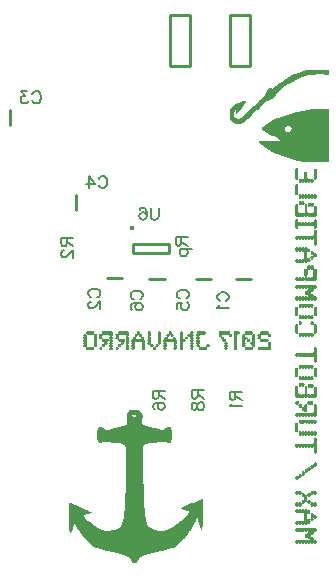
<source format=gbr>
G04 DipTrace 3.0.0.2*
G04 BottomSilk.gbr*
%MOMM*%
G04 #@! TF.FileFunction,Legend,Bot*
G04 #@! TF.Part,Single*
%ADD10C,0.254*%
%ADD12C,0.076*%
%ADD34O,0.39118X0.39103*%
%ADD70C,0.15686*%
%FSLAX35Y35*%
G04*
G71*
G90*
G75*
G01*
G04 BotSilk*
%LPD*%
X1438640Y6465358D2*
D10*
X1611339D1*
Y6036100D1*
X1438640D1*
Y6465358D1*
X1949180Y6470440D2*
X2119360D1*
Y6038619D1*
X1949180D1*
Y6470440D1*
X2126950Y4235053D2*
X1997050D1*
X1036950Y4245053D2*
X907050D1*
X81947Y5663950D2*
Y5534050D1*
X640947Y4945950D2*
Y4816050D1*
X1786950Y4235053D2*
X1657050D1*
X1396950Y4231053D2*
X1267050D1*
D34*
X1115639Y4666228D3*
X1129006Y4528902D2*
D10*
X1429000D1*
X1129006Y4448916D2*
X1429000D1*
Y4528902D2*
Y4448916D1*
X1129006Y4528902D2*
Y4448916D1*
X735992Y3789808D2*
D12*
X789192D1*
X868992D2*
X941192D1*
X1005792D2*
X1077992D1*
X1165392D2*
X1172992D1*
X1256592D2*
X1264192D1*
X1343992D2*
X1351592D1*
X1435192D2*
X1442792D1*
X1530192D2*
X1537792D1*
X1617592D2*
X1628992D1*
X1670792D2*
X1731592D1*
X1856992D2*
X1936792D1*
X1986192D2*
X2016592D1*
X2077392D2*
X2130592D1*
X2210392D2*
X2263592D1*
X733099Y3786008D2*
X790931D1*
X866099D2*
X945096D1*
X1002899D2*
X1081896D1*
X1162354D2*
X1175901D1*
X1253699D2*
X1268096D1*
X1340088D2*
X1354486D1*
X1432154D2*
X1445701D1*
X1526288D2*
X1541696D1*
X1614684D2*
X1630587D1*
X1667884D2*
X1733331D1*
X1855253D2*
X1939686D1*
X1983299D2*
X2019616D1*
X2074369D2*
X2132331D1*
X2207499D2*
X2265331D1*
X730890Y3782208D2*
X791878D1*
X863890D2*
X946779D1*
X1000690D2*
X1083579D1*
X1159829D2*
X1178154D1*
X1251490D2*
X1269838D1*
X1338405D2*
X1356695D1*
X1429629D2*
X1447954D1*
X1524605D2*
X1543438D1*
X1612430D2*
X1631526D1*
X1665630D2*
X1734278D1*
X1854295D2*
X1941895D1*
X1981090D2*
X2021751D1*
X2071889D2*
X2133278D1*
X2205290D2*
X2266278D1*
X731164Y3778408D2*
X792209D1*
X864164D2*
X946258D1*
X1000964D2*
X1083058D1*
X1159344D2*
X1178038D1*
X1251764D2*
X1269607D1*
X1338927D2*
X1356420D1*
X1429144D2*
X1447838D1*
X1525127D2*
X1543207D1*
X1612487D2*
X1630187D1*
X1665642D2*
X1734609D1*
X1854212D2*
X1941620D1*
X1981309D2*
X2023198D1*
X2071596D2*
X2133609D1*
X2205564D2*
X2266609D1*
X733398Y3774608D2*
X790891D1*
X866398D2*
X943892D1*
X1003198D2*
X1080692D1*
X1160449D2*
X1175159D1*
X1253998D2*
X1269146D1*
X1341292D2*
X1354187D1*
X1430249D2*
X1444959D1*
X1527492D2*
X1542746D1*
X1613069D2*
X1627921D1*
X1665963D2*
X1733291D1*
X1854744D2*
X1939387D1*
X1982670D2*
X2017544D1*
X2074101D2*
X2132291D1*
X2207798D2*
X2265291D1*
X735992Y3770808D2*
X789192D1*
X868992D2*
X941192D1*
X1005792D2*
X1077992D1*
X1169911D2*
X1167274D1*
X1256592D2*
X1269138D1*
X1343992D2*
X1351592D1*
X1439711D2*
X1437074D1*
X1530192D2*
X1542738D1*
X1613792D2*
X1625192D1*
X1665899D2*
X1731592D1*
X1855135D2*
X1936792D1*
X1983684D2*
X2008589D1*
X2077392D2*
X2130592D1*
X2210392D2*
X2263592D1*
X804392Y3767008D2*
X808192D1*
X929220D2*
X944230D1*
X1066020D2*
X1081030D1*
X1146392D2*
X1153992D1*
X1180592D2*
X1188192D1*
X1253554D2*
X1269749D1*
X1340954D2*
X1354630D1*
X1416192D2*
X1423792D1*
X1450392D2*
X1457992D1*
X1527154D2*
X1543349D1*
X1602920D2*
X1628230D1*
X1665256D2*
X1678218D1*
X1854850D2*
X1867645D1*
X1940592D2*
X1951992D1*
X1982418D2*
X1997592D1*
X2145792D2*
D3*
X2183792D2*
X2198992D1*
X2278792D2*
D3*
X709392Y3763208D2*
X724592D1*
X799615D2*
X811086D1*
X842392D2*
X861392D1*
X928426D2*
X946755D1*
X979192D2*
X998192D1*
X1065226D2*
X1083555D1*
X1143499D2*
X1157471D1*
X1177699D2*
X1191671D1*
X1251029D2*
X1270439D1*
X1338429D2*
X1357155D1*
X1413299D2*
X1427271D1*
X1447499D2*
X1461471D1*
X1524629D2*
X1544054D1*
X1594421D2*
X1630755D1*
X1664538D2*
X1681234D1*
X1854229D2*
X1869853D1*
X1938998D2*
X1954886D1*
X1980999D2*
X1999331D1*
X2054592D2*
X2069792D1*
X2141000D2*
X2153392D1*
X2182198D2*
X2200602D1*
X2274144D2*
X2286392D1*
X707915Y3759408D2*
X726202D1*
X795836D2*
X813295D1*
X842537D2*
X861247D1*
X927698D2*
X947478D1*
X979337D2*
X998047D1*
X1064498D2*
X1084278D1*
X1141290D2*
X1159980D1*
X1175490D2*
X1194180D1*
X1250307D2*
X1270790D1*
X1337707D2*
X1357878D1*
X1411090D2*
X1429780D1*
X1445290D2*
X1463980D1*
X1523907D2*
X1544175D1*
X1587192D2*
X1631478D1*
X1664412D2*
X1683491D1*
X1853916D2*
X1871338D1*
X1938059D2*
X1957095D1*
X1980030D2*
X2000289D1*
X2052983D2*
X2069636D1*
X2137176D2*
X2154869D1*
X2181259D2*
X2201585D1*
X2270636D2*
X2287869D1*
X708258Y3755608D2*
X727185D1*
X794146D2*
X813020D1*
X843009D2*
X860775D1*
X928473D2*
X946167D1*
X979809D2*
X997575D1*
X1065273D2*
X1082967D1*
X1141564D2*
X1160798D1*
X1175764D2*
X1194226D1*
X1251617D2*
X1269308D1*
X1339017D2*
X1356567D1*
X1411364D2*
X1430598D1*
X1445564D2*
X1464026D1*
X1525217D2*
X1543609D1*
X1590316D2*
X1630167D1*
X1664976D2*
X1683219D1*
X1854059D2*
X1871101D1*
X1939397D2*
X1956820D1*
X1980924D2*
X2000372D1*
X2051999D2*
X2069046D1*
X2135926D2*
X2154472D1*
X2182597D2*
X2200957D1*
X2269615D2*
X2287472D1*
X709938Y3751808D2*
X726687D1*
X797069D2*
X810787D1*
X843786D2*
X859998D1*
X930876D2*
X943914D1*
X980586D2*
X996798D1*
X1067676D2*
X1080714D1*
X1143798D2*
X1156860D1*
X1177998D2*
X1191589D1*
X1253870D2*
X1266966D1*
X1341270D2*
X1354314D1*
X1413598D2*
X1426660D1*
X1447798D2*
X1461389D1*
X1527470D2*
X1542921D1*
X1594239D2*
X1627914D1*
X1665663D2*
X1680986D1*
X1856745D2*
X1870012D1*
X1941663D2*
X1954587D1*
X1983409D2*
X1999840D1*
X2052497D2*
X2067747D1*
X2136244D2*
X2152207D1*
X2184863D2*
X2200290D1*
X2272204D2*
X2285207D1*
X711430Y3748008D2*
X726373D1*
X800592D2*
X808192D1*
X844277D2*
X859508D1*
X933592D2*
X941192D1*
X981077D2*
X996308D1*
X1070392D2*
X1077992D1*
X1146392D2*
X1152115D1*
X1180592D2*
X1188192D1*
X1256592D2*
X1264192D1*
X1343992D2*
X1351592D1*
X1416192D2*
X1421915D1*
X1450392D2*
X1457992D1*
X1530192D2*
X1542807D1*
X1603281D2*
X1625192D1*
X1665778D2*
X1678392D1*
X1863841D2*
X1868392D1*
X1944392D2*
X1951992D1*
X1986192D2*
X1999450D1*
X2052811D2*
X2065992D1*
X2136469D2*
X2149592D1*
X2187592D2*
X2200193D1*
X2274992D2*
X2282592D1*
X712442Y3744208D2*
X726688D1*
X797554D2*
X811230D1*
X844029D2*
X859755D1*
X930554D2*
X944230D1*
X980829D2*
X996555D1*
X1067354D2*
X1081030D1*
X1127392D2*
X1147549D1*
X1195792D2*
X1207192D1*
X1253554D2*
X1267230D1*
X1340954D2*
X1354630D1*
X1397192D2*
X1417349D1*
X1465592D2*
X1476992D1*
X1527154D2*
X1543374D1*
X1571992D2*
X1583392D1*
X1613792D2*
X1628230D1*
X1665210D2*
X1681430D1*
X1872192D2*
X1883592D1*
X1983154D2*
X1999720D1*
X2052496D2*
X2077361D1*
X2136118D2*
X2152630D1*
X2184554D2*
X2200769D1*
X705592Y3740408D2*
X727209D1*
X795029D2*
X813755D1*
X843407D2*
X860377D1*
X928029D2*
X946755D1*
X980207D2*
X997177D1*
X1064829D2*
X1083555D1*
X1125653D2*
X1145583D1*
X1194198D2*
X1208931D1*
X1251029D2*
X1269755D1*
X1338429D2*
X1357155D1*
X1395453D2*
X1415383D1*
X1463998D2*
X1478731D1*
X1524629D2*
X1544052D1*
X1570238D2*
X1585147D1*
X1612198D2*
X1630755D1*
X1664522D2*
X1683955D1*
X1870438D2*
X1885347D1*
X1980629D2*
X2000222D1*
X2051975D2*
X2086396D1*
X2135597D2*
X2155155D1*
X2182029D2*
X2201450D1*
X706338Y3736608D2*
X727239D1*
X794307D2*
X814478D1*
X842903D2*
X860881D1*
X927307D2*
X947478D1*
X979703D2*
X997681D1*
X1064107D2*
X1084278D1*
X1124706D2*
X1143748D1*
X1193259D2*
X1209878D1*
X1250307D2*
X1270537D1*
X1337707D2*
X1357878D1*
X1394506D2*
X1413548D1*
X1463059D2*
X1479678D1*
X1523907D2*
X1544407D1*
X1569143D2*
X1586242D1*
X1611259D2*
X1631478D1*
X1664407D2*
X1684678D1*
X1869343D2*
X1886442D1*
X1979907D2*
X2000244D1*
X2051945D2*
X2090107D1*
X2135351D2*
X2155878D1*
X2181544D2*
X2201807D1*
X707902Y3732808D2*
X726634D1*
X795617D2*
X813167D1*
X842599D2*
X861185D1*
X928617D2*
X946167D1*
X979399D2*
X997985D1*
X1065417D2*
X1082967D1*
X1124375D2*
X1141312D1*
X1194597D2*
X1210209D1*
X1251617D2*
X1269937D1*
X1339017D2*
X1356567D1*
X1394175D2*
X1411112D1*
X1464397D2*
X1480009D1*
X1525217D2*
X1543200D1*
X1568562D2*
X1586822D1*
X1612597D2*
X1630167D1*
X1664974D2*
X1683367D1*
X1868762D2*
X1887022D1*
X1981217D2*
X1999636D1*
X2052550D2*
X2091883D1*
X2136857D2*
X2154567D1*
X2182649D2*
X2200599D1*
X710343Y3729008D2*
X725930D1*
X797870D2*
X810914D1*
X842392D2*
X861392D1*
X930870D2*
X943914D1*
X979192D2*
X998192D1*
X1067670D2*
X1080714D1*
X1125694D2*
X1138282D1*
X1196863D2*
X1208891D1*
X1253870D2*
X1269283D1*
X1341270D2*
X1354314D1*
X1395494D2*
X1408082D1*
X1466663D2*
X1478691D1*
X1527470D2*
X1541592D1*
X1568192D2*
X1587192D1*
X1614863D2*
X1627914D1*
X1665663D2*
X1681114D1*
X1868392D2*
X1887392D1*
X1983470D2*
X1998931D1*
X2053254D2*
X2088037D1*
X2139211D2*
X2152314D1*
X2192111D2*
X2198992D1*
X713192Y3725208D2*
X725810D1*
X800592D2*
X808192D1*
X868992D2*
X910792D1*
X933592D2*
X941192D1*
X1005792D2*
X1047592D1*
X1070392D2*
X1077992D1*
X1127392D2*
X1207192D1*
X1256592D2*
X1269190D1*
X1343992D2*
X1351592D1*
X1397192D2*
X1476992D1*
X1530192D2*
X1552234D1*
X1617592D2*
X1625192D1*
X1665778D2*
X1678392D1*
X1986192D2*
X1998810D1*
X2053375D2*
X2077967D1*
X2141992D2*
X2149592D1*
X2202792D2*
X2263592D1*
X710154Y3721408D2*
X726375D1*
X797554D2*
X811230D1*
X866099D2*
X912531D1*
X930554D2*
X944230D1*
X1002899D2*
X1049331D1*
X1067354D2*
X1081030D1*
X1120846D2*
X1213739D1*
X1254126D2*
X1269768D1*
X1340954D2*
X1354630D1*
X1390646D2*
X1483539D1*
X1527154D2*
X1559915D1*
X1614554D2*
X1628230D1*
X1665210D2*
X1681416D1*
X1887392D2*
X1902592D1*
X1983154D2*
X1999375D1*
X2052809D2*
X2065992D1*
X2096392D2*
X2111592D1*
X2138954D2*
X2152630D1*
X2201053D2*
X2265331D1*
X707629Y3717608D2*
X727063D1*
X795029D2*
X813755D1*
X863890D2*
X913786D1*
X928029D2*
X946755D1*
X1000690D2*
X1050586D1*
X1064829D2*
X1083555D1*
X1115723D2*
X1218861D1*
X1251617D2*
X1270461D1*
X1338429D2*
X1357155D1*
X1385523D2*
X1488661D1*
X1524629D2*
X1565773D1*
X1612029D2*
X1630755D1*
X1664522D2*
X1683895D1*
X1885667D2*
X1904191D1*
X1980629D2*
X2000063D1*
X2052121D2*
X2068886D1*
X2094794D2*
X2111436D1*
X2136429D2*
X2155155D1*
X2200106D2*
X2266278D1*
X706907Y3713808D2*
X727193D1*
X794307D2*
X814478D1*
X863455D2*
X913675D1*
X927307D2*
X947478D1*
X1000255D2*
X1050475D1*
X1064107D2*
X1084278D1*
X1114064D2*
X1220520D1*
X1248992D2*
X1270592D1*
X1337707D2*
X1357878D1*
X1383864D2*
X1490320D1*
X1523907D2*
X1565087D1*
X1611307D2*
X1631478D1*
X1664392D2*
X1684277D1*
X1884334D2*
X1905142D1*
X1979907D2*
X2000178D1*
X2051992D2*
X2071095D1*
X2093843D2*
X2110846D1*
X2135691D2*
X2155878D1*
X2199775D2*
X2266609D1*
X708217Y3710008D2*
X726744D1*
X795617D2*
X813167D1*
X869040D2*
X911508D1*
X928617D2*
X946167D1*
X1005840D2*
X1048308D1*
X1065417D2*
X1082967D1*
X1114657D2*
X1219927D1*
X1251886D2*
X1270144D1*
X1339017D2*
X1356567D1*
X1384457D2*
X1489727D1*
X1525217D2*
X1561231D1*
X1612617D2*
X1630167D1*
X1664841D2*
X1682782D1*
X1888167D2*
X1904088D1*
X1981217D2*
X1999610D1*
X2052441D2*
X2070820D1*
X2094896D2*
X2109547D1*
X2136715D2*
X2154567D1*
X2201094D2*
X2265291D1*
X710470Y3706208D2*
X726406D1*
X797870D2*
X810914D1*
X877549D2*
X905914D1*
X930870D2*
X943914D1*
X1014349D2*
X1042714D1*
X1067670D2*
X1080714D1*
X1117062D2*
X1217523D1*
X1254095D2*
X1269806D1*
X1341270D2*
X1354314D1*
X1386862D2*
X1487323D1*
X1527470D2*
X1552166D1*
X1614870D2*
X1627914D1*
X1665178D2*
X1681182D1*
X1898226D2*
X1902592D1*
X1983470D2*
X1998922D1*
X2052778D2*
X2068587D1*
X2096392D2*
X2107792D1*
X2138192D2*
X2152314D1*
X2202792D2*
X2263592D1*
X713192Y3702408D2*
X726702D1*
X800592D2*
X808192D1*
X887992D2*
X899392D1*
X933592D2*
X941192D1*
X1024792D2*
X1036192D1*
X1070392D2*
X1077992D1*
X1119792D2*
X1130445D1*
X1202805D2*
X1214792D1*
X1253820D2*
X1270102D1*
X1343992D2*
X1351592D1*
X1389592D2*
X1400245D1*
X1472605D2*
X1484592D1*
X1530192D2*
X1541592D1*
X1617592D2*
X1625192D1*
X1664882D2*
X1681287D1*
X1986192D2*
X1998807D1*
X2052468D2*
X2065992D1*
X2128123D2*
X2149592D1*
X2274992D2*
X2282592D1*
X710299Y3698608D2*
X727215D1*
X797699D2*
X811086D1*
X886253D2*
X902286D1*
X930554D2*
X944230D1*
X1023053D2*
X1039086D1*
X1067354D2*
X1081030D1*
X1116754D2*
X1132653D1*
X1201878D2*
X1217830D1*
X1251587D2*
X1270600D1*
X1341099D2*
X1355496D1*
X1386554D2*
X1402453D1*
X1471678D2*
X1487630D1*
X1527154D2*
X1543331D1*
X1614554D2*
X1628230D1*
X1664369D2*
X1682692D1*
X1902592D2*
X1917792D1*
X1983154D2*
X1999374D1*
X2051836D2*
X2069016D1*
X2120357D2*
X2152486D1*
X2271954D2*
X2285630D1*
X708090Y3694808D2*
X727241D1*
X795490D2*
X813295D1*
X885306D2*
X904495D1*
X928029D2*
X946755D1*
X1022106D2*
X1041295D1*
X1064829D2*
X1083555D1*
X1114229D2*
X1134138D1*
X1201027D2*
X1220355D1*
X1248992D2*
X1270835D1*
X1338890D2*
X1357179D1*
X1384029D2*
X1403938D1*
X1470827D2*
X1490155D1*
X1524629D2*
X1544289D1*
X1612029D2*
X1630755D1*
X1664343D2*
X1683916D1*
X1900998D2*
X1919387D1*
X1980629D2*
X2000063D1*
X2051459D2*
X2071495D1*
X2117361D2*
X2154695D1*
X2269429D2*
X2288155D1*
X708364Y3691008D2*
X726635D1*
X795764D2*
X813020D1*
X884975D2*
X904220D1*
X927307D2*
X947478D1*
X1021775D2*
X1041020D1*
X1064107D2*
X1084278D1*
X1113507D2*
X1134026D1*
X1200846D2*
X1221078D1*
X1251459D2*
X1269328D1*
X1339164D2*
X1356658D1*
X1383307D2*
X1403826D1*
X1470646D2*
X1490878D1*
X1523907D2*
X1544357D1*
X1611307D2*
X1631478D1*
X1664950D2*
X1683365D1*
X1900059D2*
X1920326D1*
X1979907D2*
X2000178D1*
X2051639D2*
X2071877D1*
X2115986D2*
X2154420D1*
X2268707D2*
X2288878D1*
X710598Y3687208D2*
X725931D1*
X797998D2*
X810787D1*
X886294D2*
X901987D1*
X928617D2*
X946167D1*
X1023094D2*
X1038787D1*
X1065417D2*
X1082967D1*
X1114817D2*
X1133452D1*
X1201388D2*
X1219767D1*
X1253967D2*
X1266974D1*
X1341398D2*
X1354292D1*
X1384617D2*
X1403252D1*
X1471188D2*
X1489567D1*
X1525217D2*
X1543707D1*
X1612617D2*
X1630167D1*
X1665654D2*
X1681046D1*
X1901397D2*
X1918987D1*
X1981217D2*
X1999610D1*
X2052279D2*
X2070155D1*
X2119408D2*
X2152187D1*
X2270017D2*
X2287567D1*
X713192Y3683408D2*
X725810D1*
X800592D2*
X808192D1*
X887992D2*
X899392D1*
X930870D2*
X943914D1*
X1024792D2*
X1036192D1*
X1067670D2*
X1080714D1*
X1117070D2*
X1133052D1*
X1202067D2*
X1217514D1*
X1256592D2*
X1264192D1*
X1343992D2*
X1351592D1*
X1386870D2*
X1402852D1*
X1471867D2*
X1487314D1*
X1527470D2*
X1542965D1*
X1614870D2*
X1627914D1*
X1665774D2*
X1678392D1*
X1903663D2*
X1916721D1*
X1983470D2*
X1998922D1*
X2052712D2*
X2068056D1*
X2128016D2*
X2149592D1*
X2272270D2*
X2285314D1*
X710154Y3679608D2*
X726375D1*
X797554D2*
X811230D1*
X865192D2*
X880392D1*
X933592D2*
X941192D1*
X1001992D2*
X1017192D1*
X1070392D2*
X1077992D1*
X1119792D2*
X1133335D1*
X1202179D2*
X1214792D1*
X1275592D2*
X1290792D1*
X1321192D2*
X1332592D1*
X1389592D2*
X1403135D1*
X1471979D2*
X1484592D1*
X1530192D2*
X1542824D1*
X1617592D2*
X1625192D1*
X1665209D2*
X1681430D1*
X1750592D2*
X1765792D1*
X1906392D2*
X1913992D1*
X1986192D2*
X1998807D1*
X2052457D2*
X2065992D1*
X2138192D2*
X2152630D1*
X2274992D2*
X2282592D1*
X707629Y3675808D2*
X727052D1*
X795029D2*
X813755D1*
X863594D2*
X881991D1*
X930554D2*
X944230D1*
X1000394D2*
X1018791D1*
X1067354D2*
X1081030D1*
X1116754D2*
X1133955D1*
X1201611D2*
X1217830D1*
X1273994D2*
X1292391D1*
X1319438D2*
X1334191D1*
X1386554D2*
X1403755D1*
X1471411D2*
X1487630D1*
X1527154D2*
X1543381D1*
X1614554D2*
X1628230D1*
X1664532D2*
X1683955D1*
X1748994D2*
X1767391D1*
X1903354D2*
X1917030D1*
X1983169D2*
X1999374D1*
X2051971D2*
X2069896D1*
X2136594D2*
X2155155D1*
X2272084D2*
X2285501D1*
X706891Y3672008D2*
X727407D1*
X794291D2*
X814493D1*
X862643D2*
X882942D1*
X928029D2*
X946755D1*
X999443D2*
X1019742D1*
X1064829D2*
X1083555D1*
X1114229D2*
X1134328D1*
X1200922D2*
X1220355D1*
X1273043D2*
X1293342D1*
X1318343D2*
X1335142D1*
X1384029D2*
X1404128D1*
X1470722D2*
X1490155D1*
X1524629D2*
X1544065D1*
X1612029D2*
X1630755D1*
X1664177D2*
X1684693D1*
X1748043D2*
X1768342D1*
X1900829D2*
X1919555D1*
X1980689D2*
X2000063D1*
X2051732D2*
X2071596D1*
X2135643D2*
X2155893D1*
X2269830D2*
X2287754D1*
X707915Y3668208D2*
X726200D1*
X795315D2*
X813469D1*
X863696D2*
X881888D1*
X927307D2*
X947478D1*
X1000496D2*
X1018688D1*
X1064107D2*
X1084278D1*
X1113507D2*
X1134131D1*
X1200792D2*
X1221078D1*
X1274096D2*
X1292288D1*
X1317762D2*
X1334088D1*
X1383307D2*
X1403931D1*
X1470592D2*
X1490878D1*
X1523907D2*
X1544193D1*
X1611307D2*
X1631478D1*
X1665385D2*
X1683669D1*
X1749096D2*
X1767288D1*
X1900107D2*
X1920278D1*
X1980308D2*
X2000178D1*
X2052966D2*
X2070969D1*
X2136696D2*
X2154869D1*
X2269858D2*
X2287571D1*
X709392Y3664408D2*
X724592D1*
X796792D2*
X811992D1*
X865192D2*
X880392D1*
X928617D2*
X946167D1*
X1001992D2*
X1017192D1*
X1065417D2*
X1082967D1*
X1114817D2*
X1133372D1*
X1201241D2*
X1219767D1*
X1275592D2*
X1290792D1*
X1317392D2*
X1332592D1*
X1384617D2*
X1403172D1*
X1471041D2*
X1489567D1*
X1525217D2*
X1543744D1*
X1612617D2*
X1630167D1*
X1666992D2*
X1682192D1*
X1750592D2*
X1765792D1*
X1901417D2*
X1918967D1*
X1981802D2*
X1999610D1*
X2054592D2*
X2069792D1*
X2138192D2*
X2153392D1*
X2270321D2*
X2286518D1*
X930870Y3660608D2*
X943914D1*
X1067670D2*
X1080714D1*
X1117070D2*
X1132588D1*
X1201578D2*
X1217514D1*
X1386870D2*
X1402388D1*
X1471378D2*
X1487314D1*
X1527470D2*
X1543406D1*
X1614870D2*
X1627914D1*
X1903670D2*
X1916714D1*
X1983403D2*
X1998922D1*
X2270789D2*
X2284750D1*
X735992Y3656808D2*
X789192D1*
X846192D2*
X857592D1*
X933592D2*
X941192D1*
X982992D2*
X994392D1*
X1070392D2*
X1077992D1*
X1119792D2*
X1132418D1*
X1201282D2*
X1214792D1*
X1298392D2*
X1313592D1*
X1389592D2*
X1402218D1*
X1471082D2*
X1484592D1*
X1530192D2*
X1543702D1*
X1617592D2*
X1625192D1*
X1689792D2*
X1742992D1*
X1906392D2*
X1913992D1*
X1983297D2*
X1998807D1*
X2077392D2*
X2130592D1*
X2187592D2*
X2282592D1*
X733099Y3653008D2*
X790931D1*
X844453D2*
X859331D1*
X930554D2*
X944230D1*
X981253D2*
X996131D1*
X1067354D2*
X1081030D1*
X1116769D2*
X1132835D1*
X1200784D2*
X1217686D1*
X1296653D2*
X1313577D1*
X1386569D2*
X1402635D1*
X1470584D2*
X1487486D1*
X1527299D2*
X1544200D1*
X1614699D2*
X1628086D1*
X1686899D2*
X1744731D1*
X1903369D2*
X1917016D1*
X1981893D2*
X1999359D1*
X2074499D2*
X2132331D1*
X2184699D2*
X2285486D1*
X730890Y3649208D2*
X791878D1*
X843506D2*
X860278D1*
X928029D2*
X946755D1*
X980306D2*
X997078D1*
X1064829D2*
X1083555D1*
X1114289D2*
X1133354D1*
X1200549D2*
X1219895D1*
X1295706D2*
X1313433D1*
X1384089D2*
X1403154D1*
X1470349D2*
X1489695D1*
X1525090D2*
X1544435D1*
X1612490D2*
X1630295D1*
X1684690D2*
X1745678D1*
X1900889D2*
X1919495D1*
X1980668D2*
X1999892D1*
X2072290D2*
X2133278D1*
X2182490D2*
X2287695D1*
X731164Y3645408D2*
X792209D1*
X843175D2*
X860609D1*
X927291D2*
X947493D1*
X979975D2*
X997409D1*
X1064091D2*
X1084293D1*
X1113996D2*
X1132534D1*
X1202056D2*
X1219620D1*
X1295375D2*
X1312845D1*
X1383796D2*
X1402334D1*
X1471856D2*
X1489420D1*
X1525364D2*
X1542928D1*
X1612764D2*
X1630020D1*
X1684964D2*
X1746009D1*
X1900596D2*
X1919789D1*
X1981219D2*
X1999903D1*
X2072564D2*
X2133609D1*
X2182764D2*
X2287420D1*
X733398Y3641608D2*
X790891D1*
X844494D2*
X859291D1*
X928315D2*
X946469D1*
X981294D2*
X996091D1*
X1065115D2*
X1083269D1*
X1116501D2*
X1130117D1*
X1204411D2*
X1217387D1*
X1296694D2*
X1311546D1*
X1386301D2*
X1399917D1*
X1474211D2*
X1487187D1*
X1527598D2*
X1540574D1*
X1614998D2*
X1627787D1*
X1687198D2*
X1744691D1*
X1903101D2*
X1917284D1*
X1983538D2*
X1997214D1*
X2074798D2*
X2132291D1*
X2184998D2*
X2285187D1*
X735992Y3637808D2*
X789192D1*
X846192D2*
X857592D1*
X929792D2*
X944992D1*
X982992D2*
X994392D1*
X1066592D2*
X1081792D1*
X1119792D2*
X1127392D1*
X1207192D2*
X1214792D1*
X1298392D2*
X1309792D1*
X1389592D2*
X1397192D1*
X1476992D2*
X1484592D1*
X1530192D2*
X1537792D1*
X1617592D2*
X1625192D1*
X1689792D2*
X1742992D1*
X1906392D2*
X1913992D1*
X1986192D2*
X1993792D1*
X2077392D2*
X2130592D1*
X2187592D2*
X2282592D1*
X2508400Y5168401D2*
X2512200D1*
X2505347Y5164601D2*
X2515253D1*
X2660400D2*
X2671800D1*
X2503124Y5160801D2*
X2517476D1*
X2658646D2*
X2673554D1*
X2501852Y5157001D2*
X2518748D1*
X2657555D2*
X2674645D1*
X2501235Y5153201D2*
X2519365D1*
X2657002D2*
X2675198D1*
X2500968Y5149401D2*
X2519632D1*
X2656757D2*
X2675443D1*
X2500861Y5145601D2*
X2519739D1*
X2656658D2*
X2675542D1*
X2500822Y5141801D2*
X2519778D1*
X2580600D2*
X2592000D1*
X2656621D2*
X2675579D1*
X2500807Y5138001D2*
X2519793D1*
X2579301D2*
X2593754D1*
X2656607D2*
X2675593D1*
X2500802Y5134201D2*
X2519798D1*
X2578170D2*
X2594845D1*
X2656602D2*
X2675598D1*
X2500801Y5130401D2*
X2519799D1*
X2577450D2*
X2595398D1*
X2656601D2*
X2675599D1*
X2500800Y5126601D2*
X2519800D1*
X2577077D2*
X2595643D1*
X2656600D2*
X2675600D1*
X2500800Y5122801D2*
X2519800D1*
X2576910D2*
X2595742D1*
X2656600D2*
X2675600D1*
X2500800Y5119001D2*
X2519800D1*
X2576841D2*
X2595779D1*
X2656600D2*
X2675600D1*
X2500800Y5115201D2*
X2519800D1*
X2576815D2*
X2595793D1*
X2656600D2*
X2675600D1*
X2500800Y5111401D2*
X2519800D1*
X2576805D2*
X2595798D1*
X2656600D2*
X2675600D1*
X2500800Y5107601D2*
X2519800D1*
X2576802D2*
X2595799D1*
X2656600D2*
X2675600D1*
X2500800Y5103801D2*
X2519800D1*
X2576801D2*
X2595800D1*
X2656600D2*
X2675600D1*
X2500800Y5100001D2*
X2519800D1*
X2576800D2*
X2595800D1*
X2656600D2*
X2675600D1*
X2500815Y5096201D2*
X2519785D1*
X2576800D2*
X2595800D1*
X2656615D2*
X2675585D1*
X2500960Y5092401D2*
X2519640D1*
X2576770D2*
X2595830D1*
X2656760D2*
X2675440D1*
X2501547Y5088601D2*
X2519053D1*
X2576481D2*
X2596119D1*
X2657347D2*
X2674853D1*
X2502846Y5084801D2*
X2517754D1*
X2575791D2*
X2596809D1*
X2658646D2*
X2673554D1*
X2504600Y5081001D2*
X2516000D1*
X2535000D2*
X2542600D1*
X2557800D2*
X2565400D1*
X2572829D2*
X2599771D1*
X2607200D2*
X2614800D1*
X2633800D2*
X2641400D1*
X2660400D2*
X2671800D1*
X2533246Y5077201D2*
X2548181D1*
X2552219D2*
X2622162D1*
X2626437D2*
X2644453D1*
X2532155Y5073401D2*
X2646661D1*
X2531617Y5069601D2*
X2648146D1*
X2531517Y5065801D2*
X2648188D1*
X2532005Y5062001D2*
X2646613D1*
X2533265Y5058201D2*
X2546400D1*
X2557800D2*
X2573000D1*
X2580600D2*
X2595800D1*
X2607200D2*
X2622400D1*
X2630000D2*
X2644214D1*
X2535000Y5054401D2*
X2542600D1*
X2561600D2*
X2569200D1*
X2584400D2*
X2592000D1*
X2611000D2*
X2618600D1*
X2633800D2*
X2641400D1*
X2508400Y5035401D2*
X2512200D1*
X2505347Y5031601D2*
X2515253D1*
X2503124Y5027801D2*
X2517476D1*
X2501852Y5024001D2*
X2518748D1*
X2501235Y5020201D2*
X2519365D1*
X2500968Y5016401D2*
X2519632D1*
X2500861Y5012601D2*
X2519739D1*
X2500822Y5008801D2*
X2519778D1*
X2500807Y5005001D2*
X2519793D1*
X2500802Y5001201D2*
X2519798D1*
X2500801Y4997401D2*
X2519799D1*
X2500800Y4993601D2*
X2519800D1*
X2500800Y4989801D2*
X2519800D1*
X2500800Y4986001D2*
X2519800D1*
X2500800Y4982201D2*
X2519800D1*
X2500800Y4978401D2*
X2519800D1*
X2500800Y4974601D2*
X2519800D1*
X2500800Y4970801D2*
X2519800D1*
X2500800Y4967001D2*
X2519800D1*
X2500815Y4963201D2*
X2519785D1*
X2500960Y4959401D2*
X2519640D1*
X2501547Y4955601D2*
X2519053D1*
X2502846Y4951801D2*
X2517754D1*
X2504600Y4948001D2*
X2516000D1*
X2535000D2*
X2542600D1*
X2561600D2*
X2569200D1*
X2584400D2*
X2595800D1*
X2611000D2*
X2618600D1*
X2637600D2*
X2645200D1*
X2660400D2*
X2668000D1*
X2533246Y4944201D2*
X2549962D1*
X2554237D2*
X2574781D1*
X2578819D2*
X2601381D1*
X2605419D2*
X2624181D1*
X2628219D2*
X2650781D1*
X2654819D2*
X2671053D1*
X2532155Y4940401D2*
X2673261D1*
X2531617Y4936601D2*
X2674746D1*
X2531517Y4932801D2*
X2674788D1*
X2532005Y4929001D2*
X2673213D1*
X2533265Y4925201D2*
X2546400D1*
X2557800D2*
X2573000D1*
X2580600D2*
X2599600D1*
X2607200D2*
X2622400D1*
X2633800D2*
X2649000D1*
X2656600D2*
X2670814D1*
X2535000Y4921401D2*
X2542600D1*
X2561600D2*
X2569200D1*
X2584400D2*
X2592000D1*
X2611000D2*
X2618600D1*
X2637600D2*
X2645200D1*
X2660400D2*
X2668000D1*
X2535000Y4891001D2*
X2542600D1*
X2561600D2*
X2565400D1*
X2533246Y4887201D2*
X2548181D1*
X2552219D2*
X2568453D1*
X2532155Y4883401D2*
X2570661D1*
X2531617Y4879601D2*
X2572146D1*
X2611000D2*
X2618600D1*
X2637600D2*
X2645200D1*
X2531517Y4875801D2*
X2572188D1*
X2609246D2*
X2625962D1*
X2630237D2*
X2646954D1*
X2532005Y4872001D2*
X2570613D1*
X2608155D2*
X2648045D1*
X2533265Y4868201D2*
X2546400D1*
X2554000D2*
X2568214D1*
X2607617D2*
X2648583D1*
X2504600Y4864401D2*
X2516000D1*
X2535000D2*
X2542600D1*
X2557800D2*
X2565400D1*
X2580600D2*
X2592000D1*
X2607517D2*
X2648683D1*
X2502846Y4860601D2*
X2517754D1*
X2580600D2*
X2593754D1*
X2608005D2*
X2648195D1*
X2501755Y4856801D2*
X2518845D1*
X2580600D2*
X2594845D1*
X2609265D2*
X2626200D1*
X2633800D2*
X2646935D1*
X2501202Y4853001D2*
X2519398D1*
X2580600D2*
X2595398D1*
X2611000D2*
X2618600D1*
X2637600D2*
X2645200D1*
X2660400D2*
X2671800D1*
X2500957Y4849201D2*
X2519643D1*
X2580600D2*
X2595643D1*
X2659101D2*
X2673099D1*
X2500858Y4845401D2*
X2519742D1*
X2580600D2*
X2595742D1*
X2657970D2*
X2674230D1*
X2500821Y4841601D2*
X2519779D1*
X2580600D2*
X2595779D1*
X2657250D2*
X2674950D1*
X2500807Y4837801D2*
X2519793D1*
X2580600D2*
X2595793D1*
X2656877D2*
X2675323D1*
X2500802Y4834001D2*
X2519798D1*
X2580600D2*
X2595798D1*
X2656710D2*
X2675490D1*
X2500801Y4830201D2*
X2519799D1*
X2580600D2*
X2595799D1*
X2656641D2*
X2675559D1*
X2500800Y4826401D2*
X2519800D1*
X2580600D2*
X2595800D1*
X2656615D2*
X2675585D1*
X2500800Y4822601D2*
X2519800D1*
X2580600D2*
X2595800D1*
X2656605D2*
X2675595D1*
X2500800Y4818801D2*
X2519800D1*
X2580600D2*
X2595800D1*
X2656602D2*
X2675598D1*
X2500800Y4815001D2*
X2519800D1*
X2580600D2*
X2595800D1*
X2656601D2*
X2675599D1*
X2500800Y4811201D2*
X2519800D1*
X2580600D2*
X2595800D1*
X2656600D2*
X2675600D1*
X2500800Y4807401D2*
X2519800D1*
X2580600D2*
X2595800D1*
X2656600D2*
X2675600D1*
X2500800Y4803601D2*
X2519845D1*
X2580570D2*
X2595830D1*
X2656570D2*
X2675600D1*
X2500800Y4799801D2*
X2520279D1*
X2580281D2*
X2596119D1*
X2656281D2*
X2675600D1*
X2500800Y4796001D2*
X2521314D1*
X2579591D2*
X2596809D1*
X2655591D2*
X2675600D1*
X2500800Y4792201D2*
X2525756D1*
X2535000D2*
X2542600D1*
X2561600D2*
X2569200D1*
X2576629D2*
X2599771D1*
X2607200D2*
X2618600D1*
X2633800D2*
X2645200D1*
X2652629D2*
X2675600D1*
X2500800Y4788401D2*
X2549962D1*
X2554237D2*
X2624181D1*
X2628219D2*
X2675600D1*
X2500815Y4784601D2*
X2675585D1*
X2500963Y4780801D2*
X2675437D1*
X2501595Y4777001D2*
X2674805D1*
X2503124Y4773201D2*
X2673276D1*
X2505555Y4769401D2*
X2519800D1*
X2527400D2*
X2546400D1*
X2554000D2*
X2569200D1*
X2580600D2*
X2595800D1*
X2607200D2*
X2622400D1*
X2630000D2*
X2649000D1*
X2656600D2*
X2670845D1*
X2508400Y4765601D2*
X2516000D1*
X2531200D2*
X2542600D1*
X2557800D2*
X2565400D1*
X2584400D2*
X2592000D1*
X2611000D2*
X2618600D1*
X2633800D2*
X2645200D1*
X2660400D2*
X2668000D1*
X2508400Y4739001D2*
X2516000D1*
X2664200D2*
X2668000D1*
X2505347Y4735201D2*
X2517754D1*
X2661147D2*
X2671053D1*
X2503124Y4731401D2*
X2518845D1*
X2658924D2*
X2673276D1*
X2501852Y4727601D2*
X2519398D1*
X2657652D2*
X2674548D1*
X2501235Y4723801D2*
X2519672D1*
X2657005D2*
X2675165D1*
X2500968Y4720001D2*
X2520061D1*
X2656449D2*
X2675432D1*
X2500861Y4716201D2*
X2520799D1*
X2655624D2*
X2675539D1*
X2500822Y4712401D2*
X2523767D1*
X2531200D2*
X2542600D1*
X2557800D2*
X2569200D1*
X2584400D2*
X2592000D1*
X2611000D2*
X2618600D1*
X2637600D2*
X2645200D1*
X2652643D2*
X2675578D1*
X2500807Y4708601D2*
X2675593D1*
X2500802Y4704801D2*
X2675598D1*
X2500801Y4701001D2*
X2675599D1*
X2500800Y4697201D2*
X2675600D1*
X2500800Y4693401D2*
X2675600D1*
X2500800Y4689601D2*
X2519800D1*
X2527400D2*
X2542600D1*
X2554000D2*
X2573000D1*
X2580600D2*
X2595800D1*
X2607200D2*
X2622400D1*
X2633800D2*
X2649000D1*
X2656600D2*
X2675600D1*
X2500800Y4685801D2*
X2519800D1*
X2531200D2*
X2538800D1*
X2557800D2*
X2565400D1*
X2584400D2*
X2592000D1*
X2611000D2*
X2618600D1*
X2637600D2*
X2645200D1*
X2656600D2*
X2675600D1*
X2500815Y4682001D2*
X2519785D1*
X2656615D2*
X2675585D1*
X2500963Y4678201D2*
X2519637D1*
X2656763D2*
X2675437D1*
X2501595Y4674401D2*
X2519005D1*
X2657395D2*
X2674805D1*
X2503124Y4670601D2*
X2517476D1*
X2658924D2*
X2673276D1*
X2505555Y4666801D2*
X2515045D1*
X2661355D2*
X2670845D1*
X2508400Y4663001D2*
X2512200D1*
X2664200D2*
X2668000D1*
X2660400Y4647801D2*
X2671800D1*
X2659101Y4644001D2*
X2673099D1*
X2657970Y4640201D2*
X2674230D1*
X2657250Y4636401D2*
X2674950D1*
X2656877Y4632601D2*
X2675323D1*
X2656710Y4628801D2*
X2675490D1*
X2656641Y4625001D2*
X2675559D1*
X2656615Y4621201D2*
X2675585D1*
X2656605Y4617401D2*
X2675595D1*
X2656602Y4613601D2*
X2675598D1*
X2656571Y4609801D2*
X2675599D1*
X2656281Y4606001D2*
X2675600D1*
X2655591Y4602201D2*
X2675600D1*
X2508400Y4598401D2*
X2516000D1*
X2535000D2*
X2542600D1*
X2557800D2*
X2569200D1*
X2584400D2*
X2595800D1*
X2611000D2*
X2618600D1*
X2637600D2*
X2645200D1*
X2652629D2*
X2675600D1*
X2505347Y4594601D2*
X2521581D1*
X2525619D2*
X2548181D1*
X2552219D2*
X2574781D1*
X2578819D2*
X2601381D1*
X2605419D2*
X2625962D1*
X2630237D2*
X2675600D1*
X2503139Y4590801D2*
X2675600D1*
X2501654Y4587001D2*
X2675600D1*
X2501612Y4583201D2*
X2675600D1*
X2503187Y4579401D2*
X2675600D1*
X2505586Y4575601D2*
X2519800D1*
X2531200D2*
X2546400D1*
X2554000D2*
X2573000D1*
X2580600D2*
X2599600D1*
X2607200D2*
X2622400D1*
X2633800D2*
X2649000D1*
X2656600D2*
X2675600D1*
X2508400Y4571801D2*
X2516000D1*
X2535000D2*
X2542600D1*
X2557800D2*
X2569200D1*
X2584400D2*
X2592000D1*
X2611000D2*
X2618600D1*
X2637600D2*
X2645200D1*
X2656600D2*
X2675600D1*
X2656600Y4568001D2*
X2675600D1*
X2656600Y4564201D2*
X2675600D1*
X2656600Y4560401D2*
X2675600D1*
X2656600Y4556601D2*
X2675600D1*
X2656600Y4552801D2*
X2675600D1*
X2656600Y4549001D2*
X2675600D1*
X2656600Y4545201D2*
X2675600D1*
X2656615Y4541401D2*
X2675585D1*
X2656763Y4537601D2*
X2675437D1*
X2657395Y4533801D2*
X2674805D1*
X2658924Y4530001D2*
X2673276D1*
X2661355Y4526201D2*
X2670845D1*
X2664200Y4522401D2*
X2668000D1*
X2508400Y4499601D2*
X2516000D1*
X2531200D2*
X2542600D1*
X2557800D2*
X2565400D1*
X2584400D2*
X2592000D1*
X2505347Y4495801D2*
X2521581D1*
X2525619D2*
X2548181D1*
X2552219D2*
X2574781D1*
X2578819D2*
X2594656D1*
X2503139Y4492001D2*
X2597905D1*
X2501654Y4488201D2*
X2602226D1*
X2607200D2*
X2618600D1*
X2501612Y4484401D2*
X2620354D1*
X2503187Y4480601D2*
X2621431D1*
X2505586Y4476801D2*
X2519800D1*
X2527400D2*
X2546400D1*
X2554000D2*
X2569200D1*
X2576800D2*
X2621838D1*
X2508400Y4473001D2*
X2516000D1*
X2531200D2*
X2538800D1*
X2557800D2*
X2565400D1*
X2576800D2*
X2621496D1*
X2576800Y4469201D2*
X2620299D1*
X2633800D2*
X2645200D1*
X2576800Y4465401D2*
X2595800D1*
X2603400D2*
X2618600D1*
X2632046D2*
X2646499D1*
X2576800Y4461601D2*
X2595800D1*
X2630955D2*
X2647615D1*
X2576800Y4457801D2*
X2595800D1*
X2630432D2*
X2648187D1*
X2576800Y4454001D2*
X2595800D1*
X2630476D2*
X2648285D1*
X2576800Y4450201D2*
X2595800D1*
X2631042D2*
X2646656D1*
X2660400D2*
X2668000D1*
X2576800Y4446401D2*
X2595800D1*
X2633984D2*
X2644229D1*
X2657347D2*
X2671053D1*
X2576800Y4442601D2*
X2595800D1*
X2637600D2*
X2641400D1*
X2655139D2*
X2673261D1*
X2576800Y4438801D2*
X2595800D1*
X2653654D2*
X2674746D1*
X2576800Y4435001D2*
X2595800D1*
X2653612D2*
X2674788D1*
X2576800Y4431201D2*
X2595800D1*
X2633800D2*
X2641400D1*
X2655187D2*
X2673213D1*
X2576800Y4427401D2*
X2595800D1*
X2632046D2*
X2644453D1*
X2657586D2*
X2670814D1*
X2576800Y4423601D2*
X2595800D1*
X2630955D2*
X2646661D1*
X2660400D2*
X2668000D1*
X2576800Y4419801D2*
X2595815D1*
X2630417D2*
X2648146D1*
X2576800Y4416001D2*
X2595960D1*
X2630317D2*
X2648188D1*
X2576770Y4412201D2*
X2596547D1*
X2607200D2*
X2614800D1*
X2630805D2*
X2646613D1*
X2576481Y4408401D2*
X2597846D1*
X2601619D2*
X2618308D1*
X2632065D2*
X2644214D1*
X2575791Y4404601D2*
X2620906D1*
X2633800D2*
X2641400D1*
X2508400Y4400801D2*
X2516000D1*
X2531200D2*
X2542600D1*
X2557800D2*
X2565400D1*
X2572829D2*
X2621685D1*
X2505347Y4397001D2*
X2521581D1*
X2525619D2*
X2548181D1*
X2552219D2*
X2621952D1*
X2503139Y4393201D2*
X2621544D1*
X2501654Y4389401D2*
X2620317D1*
X2501612Y4385601D2*
X2600190D1*
X2607200D2*
X2618600D1*
X2503187Y4381801D2*
X2597364D1*
X2505586Y4378001D2*
X2519800D1*
X2527400D2*
X2546400D1*
X2554000D2*
X2569200D1*
X2580600D2*
X2594705D1*
X2508400Y4374201D2*
X2516000D1*
X2531200D2*
X2542600D1*
X2557800D2*
X2565400D1*
X2584400D2*
X2592000D1*
X2607200Y4347601D2*
X2618600D1*
X2633800D2*
X2645200D1*
X2604147Y4343801D2*
X2624181D1*
X2628219D2*
X2648253D1*
X2601939Y4340001D2*
X2650461D1*
X2600454Y4336201D2*
X2651946D1*
X2600412Y4332401D2*
X2651988D1*
X2601987Y4328601D2*
X2650413D1*
X2604386Y4324801D2*
X2622400D1*
X2630000D2*
X2648014D1*
X2580600Y4321001D2*
X2595800D1*
X2607200D2*
X2618600D1*
X2633800D2*
X2645200D1*
X2656600D2*
X2671800D1*
X2578846Y4317201D2*
X2597099D1*
X2654846D2*
X2673554D1*
X2577755Y4313401D2*
X2598230D1*
X2653755D2*
X2674645D1*
X2577202Y4309601D2*
X2598950D1*
X2653202D2*
X2675198D1*
X2576957Y4305801D2*
X2599323D1*
X2652957D2*
X2675443D1*
X2576858Y4302001D2*
X2599490D1*
X2652858D2*
X2675542D1*
X2576821Y4298201D2*
X2599559D1*
X2652821D2*
X2675579D1*
X2576807Y4294401D2*
X2599585D1*
X2652807D2*
X2675593D1*
X2576802Y4290601D2*
X2599595D1*
X2652802D2*
X2675598D1*
X2576801Y4286801D2*
X2599598D1*
X2652801D2*
X2675599D1*
X2576800Y4283001D2*
X2599585D1*
X2652800D2*
X2675600D1*
X2576815Y4279201D2*
X2599451D1*
X2652800D2*
X2675600D1*
X2576963Y4275401D2*
X2598952D1*
X2652800D2*
X2675600D1*
X2577595Y4271601D2*
X2597897D1*
X2652800D2*
X2675600D1*
X2579124Y4267801D2*
X2596326D1*
X2652800D2*
X2675600D1*
X2581555Y4264001D2*
X2594306D1*
X2652800D2*
X2675600D1*
X2584400Y4260201D2*
X2592000D1*
X2652770D2*
X2675600D1*
X2652481Y4256401D2*
X2675600D1*
X2651791Y4252601D2*
X2675600D1*
X2508400Y4248801D2*
X2516000D1*
X2531200D2*
X2538800D1*
X2557800D2*
X2565400D1*
X2584400D2*
X2592000D1*
X2607200D2*
X2614800D1*
X2633800D2*
X2641400D1*
X2648829D2*
X2675600D1*
X2505347Y4245001D2*
X2521581D1*
X2525619D2*
X2548181D1*
X2552219D2*
X2570981D1*
X2575019D2*
X2597581D1*
X2601619D2*
X2624181D1*
X2628219D2*
X2675600D1*
X2503139Y4241201D2*
X2675585D1*
X2501654Y4237401D2*
X2675437D1*
X2501612Y4233601D2*
X2674805D1*
X2503187Y4229801D2*
X2673276D1*
X2505586Y4226001D2*
X2519800D1*
X2527400D2*
X2546400D1*
X2554000D2*
X2569200D1*
X2580600D2*
X2595800D1*
X2603400D2*
X2622400D1*
X2630000D2*
X2649000D1*
X2656600D2*
X2670845D1*
X2508400Y4222201D2*
X2516000D1*
X2531200D2*
X2542600D1*
X2557800D2*
X2565400D1*
X2584400D2*
X2592000D1*
X2611000D2*
X2618600D1*
X2633800D2*
X2641400D1*
X2660400D2*
X2668000D1*
X2508400Y4184201D2*
X2516000D1*
X2531200D2*
X2542600D1*
X2557800D2*
X2565400D1*
X2584400D2*
X2592000D1*
X2611000D2*
X2618600D1*
X2633800D2*
X2645200D1*
X2660400D2*
X2668000D1*
X2505347Y4180401D2*
X2521581D1*
X2525619D2*
X2548181D1*
X2552219D2*
X2574781D1*
X2578819D2*
X2597581D1*
X2601619D2*
X2624181D1*
X2628219D2*
X2650781D1*
X2654819D2*
X2671053D1*
X2503139Y4176601D2*
X2673261D1*
X2501654Y4172801D2*
X2674746D1*
X2501612Y4169001D2*
X2674788D1*
X2503187Y4165201D2*
X2673213D1*
X2505586Y4161401D2*
X2519800D1*
X2527400D2*
X2542600D1*
X2554000D2*
X2569200D1*
X2580600D2*
X2595800D1*
X2607200D2*
X2649000D1*
X2656600D2*
X2670814D1*
X2508400Y4157601D2*
X2516000D1*
X2531200D2*
X2542600D1*
X2557800D2*
X2565400D1*
X2584400D2*
X2592000D1*
X2611000D2*
X2618600D1*
X2629970D2*
X2649000D1*
X2660400D2*
X2668000D1*
X2629681Y4153801D2*
X2649000D1*
X2628991Y4150001D2*
X2648985D1*
X2607200Y4146201D2*
X2618600D1*
X2626029D2*
X2648840D1*
X2605134Y4142401D2*
X2648253D1*
X2602859Y4138601D2*
X2646954D1*
X2584400Y4134801D2*
X2592000D1*
X2599679D2*
X2622400D1*
X2633800D2*
X2645200D1*
X2582646Y4131001D2*
X2622400D1*
X2581555Y4127201D2*
X2622400D1*
X2581017Y4123401D2*
X2622400D1*
X2580917Y4119601D2*
X2622415D1*
X2581405Y4115801D2*
X2622560D1*
X2582665Y4112001D2*
X2595800D1*
X2603545D2*
X2623147D1*
X2584400Y4108201D2*
X2592000D1*
X2604035D2*
X2624446D1*
X2630000D2*
X2645200D1*
X2604977Y4104401D2*
X2646954D1*
X2606109Y4100601D2*
X2648045D1*
X2607200Y4096801D2*
X2618600D1*
X2629970D2*
X2648627D1*
X2629681Y4093001D2*
X2649162D1*
X2628991Y4089201D2*
X2649977D1*
X2508400Y4085401D2*
X2516000D1*
X2531200D2*
X2538800D1*
X2557800D2*
X2565400D1*
X2584400D2*
X2592000D1*
X2607200D2*
X2618600D1*
X2626029D2*
X2652958D1*
X2660400D2*
X2668000D1*
X2505347Y4081601D2*
X2521581D1*
X2525619D2*
X2548181D1*
X2552219D2*
X2572762D1*
X2577037D2*
X2597581D1*
X2601619D2*
X2671053D1*
X2503139Y4077801D2*
X2673261D1*
X2501654Y4074001D2*
X2674746D1*
X2501612Y4070201D2*
X2674788D1*
X2503187Y4066401D2*
X2673213D1*
X2505586Y4062601D2*
X2519800D1*
X2527400D2*
X2546400D1*
X2554000D2*
X2569200D1*
X2580600D2*
X2595800D1*
X2607200D2*
X2622400D1*
X2630000D2*
X2649000D1*
X2656600D2*
X2670814D1*
X2508400Y4058801D2*
X2516000D1*
X2535000D2*
X2542600D1*
X2557800D2*
X2565400D1*
X2584400D2*
X2592000D1*
X2611000D2*
X2618600D1*
X2633800D2*
X2641400D1*
X2660400D2*
X2668000D1*
X2535000Y4024601D2*
X2542600D1*
X2561600D2*
X2569200D1*
X2584400D2*
X2592000D1*
X2611000D2*
X2618600D1*
X2633800D2*
X2641400D1*
X2533246Y4020801D2*
X2549962D1*
X2554237D2*
X2574781D1*
X2578819D2*
X2599362D1*
X2603637D2*
X2624181D1*
X2628219D2*
X2644453D1*
X2532155Y4017001D2*
X2646661D1*
X2531617Y4013201D2*
X2648146D1*
X2531517Y4009401D2*
X2648188D1*
X2532005Y4005601D2*
X2646613D1*
X2533265Y4001801D2*
X2546400D1*
X2557800D2*
X2573000D1*
X2580600D2*
X2595800D1*
X2607200D2*
X2622400D1*
X2630000D2*
X2644214D1*
X2504600Y3998001D2*
X2516000D1*
X2535000D2*
X2542600D1*
X2561600D2*
X2569200D1*
X2584400D2*
X2592000D1*
X2611000D2*
X2618600D1*
X2633800D2*
X2641400D1*
X2660400D2*
X2671800D1*
X2502846Y3994201D2*
X2517754D1*
X2658646D2*
X2673554D1*
X2501755Y3990401D2*
X2518845D1*
X2657555D2*
X2674645D1*
X2501202Y3986601D2*
X2519398D1*
X2657002D2*
X2675198D1*
X2500957Y3982801D2*
X2519643D1*
X2656757D2*
X2675443D1*
X2500858Y3979001D2*
X2519742D1*
X2656658D2*
X2675542D1*
X2500821Y3975201D2*
X2519779D1*
X2656621D2*
X2675579D1*
X2500807Y3971401D2*
X2519793D1*
X2656607D2*
X2675593D1*
X2500802Y3967601D2*
X2519798D1*
X2656602D2*
X2675598D1*
X2500801Y3963801D2*
X2519799D1*
X2656601D2*
X2675599D1*
X2500800Y3960001D2*
X2519800D1*
X2656600D2*
X2675600D1*
X2500800Y3956201D2*
X2519800D1*
X2656600D2*
X2675600D1*
X2500800Y3952401D2*
X2519800D1*
X2656600D2*
X2675600D1*
X2500800Y3948601D2*
X2519800D1*
X2656600D2*
X2675600D1*
X2500800Y3944801D2*
X2519800D1*
X2656600D2*
X2675600D1*
X2500815Y3941001D2*
X2519785D1*
X2656615D2*
X2675585D1*
X2500960Y3937201D2*
X2519640D1*
X2656760D2*
X2675440D1*
X2501547Y3933401D2*
X2519053D1*
X2657347D2*
X2674853D1*
X2502846Y3929601D2*
X2517754D1*
X2658646D2*
X2673554D1*
X2504600Y3925801D2*
X2516000D1*
X2535000D2*
X2542600D1*
X2561600D2*
X2569200D1*
X2584400D2*
X2592000D1*
X2611000D2*
X2618600D1*
X2633800D2*
X2641400D1*
X2660400D2*
X2671800D1*
X2533246Y3922001D2*
X2549962D1*
X2554237D2*
X2574781D1*
X2578819D2*
X2599362D1*
X2603637D2*
X2624181D1*
X2628219D2*
X2644453D1*
X2532155Y3918201D2*
X2646661D1*
X2531617Y3914401D2*
X2648146D1*
X2531517Y3910601D2*
X2648188D1*
X2532005Y3906801D2*
X2646613D1*
X2533265Y3903001D2*
X2546400D1*
X2557800D2*
X2573000D1*
X2580600D2*
X2595800D1*
X2607200D2*
X2622400D1*
X2630000D2*
X2644214D1*
X2535000Y3899201D2*
X2542600D1*
X2561600D2*
X2569200D1*
X2584400D2*
X2592000D1*
X2611000D2*
X2618600D1*
X2633800D2*
X2641400D1*
X2535000Y3876401D2*
X2542600D1*
X2633800D2*
X2645200D1*
X2533246Y3872601D2*
X2545653D1*
X2632046D2*
X2648253D1*
X2532155Y3868801D2*
X2547861D1*
X2630955D2*
X2650461D1*
X2531617Y3865001D2*
X2549346D1*
X2630417D2*
X2651946D1*
X2531517Y3861201D2*
X2549388D1*
X2630317D2*
X2651988D1*
X2532005Y3857401D2*
X2547813D1*
X2630805D2*
X2650413D1*
X2533265Y3853601D2*
X2545414D1*
X2632065D2*
X2648014D1*
X2504600Y3849801D2*
X2516000D1*
X2535000D2*
X2542600D1*
X2633800D2*
X2645200D1*
X2660400D2*
X2671800D1*
X2502846Y3846001D2*
X2517754D1*
X2658646D2*
X2673554D1*
X2501755Y3842201D2*
X2518845D1*
X2657555D2*
X2674645D1*
X2501202Y3838401D2*
X2519398D1*
X2657002D2*
X2675198D1*
X2500957Y3834601D2*
X2519643D1*
X2656757D2*
X2675443D1*
X2500858Y3830801D2*
X2519742D1*
X2656658D2*
X2675542D1*
X2500821Y3827001D2*
X2519779D1*
X2656621D2*
X2675579D1*
X2500807Y3823201D2*
X2519793D1*
X2656607D2*
X2675593D1*
X2500802Y3819401D2*
X2519798D1*
X2656602D2*
X2675598D1*
X2500801Y3815601D2*
X2519799D1*
X2656601D2*
X2675599D1*
X2500800Y3811801D2*
X2519800D1*
X2656600D2*
X2675600D1*
X2500800Y3808001D2*
X2519800D1*
X2656600D2*
X2675600D1*
X2500800Y3804201D2*
X2519800D1*
X2656600D2*
X2675600D1*
X2500800Y3800401D2*
X2519800D1*
X2656600D2*
X2675600D1*
X2500800Y3796601D2*
X2519800D1*
X2656600D2*
X2675600D1*
X2500815Y3792801D2*
X2519785D1*
X2656615D2*
X2675585D1*
X2500960Y3789001D2*
X2519640D1*
X2656760D2*
X2675440D1*
X2501547Y3785201D2*
X2519053D1*
X2657347D2*
X2674853D1*
X2502846Y3781401D2*
X2517754D1*
X2658646D2*
X2673554D1*
X2504600Y3777601D2*
X2516000D1*
X2535000D2*
X2542600D1*
X2561600D2*
X2569200D1*
X2584400D2*
X2592000D1*
X2611000D2*
X2618600D1*
X2633800D2*
X2641400D1*
X2660400D2*
X2671800D1*
X2533246Y3773801D2*
X2549962D1*
X2554237D2*
X2574781D1*
X2578819D2*
X2599362D1*
X2603637D2*
X2624181D1*
X2628219D2*
X2644453D1*
X2532155Y3770001D2*
X2646661D1*
X2531617Y3766201D2*
X2648146D1*
X2531517Y3762401D2*
X2648188D1*
X2532005Y3758601D2*
X2646613D1*
X2533265Y3754801D2*
X2546400D1*
X2557800D2*
X2573000D1*
X2580600D2*
X2595800D1*
X2607200D2*
X2622400D1*
X2630000D2*
X2644214D1*
X2535000Y3751001D2*
X2542600D1*
X2561600D2*
X2569200D1*
X2584400D2*
X2592000D1*
X2611000D2*
X2618600D1*
X2633800D2*
X2641400D1*
X2660400Y3656001D2*
X2671800D1*
X2659101Y3652201D2*
X2673099D1*
X2657970Y3648401D2*
X2674230D1*
X2657250Y3644601D2*
X2674950D1*
X2656877Y3640801D2*
X2675323D1*
X2656710Y3637001D2*
X2675490D1*
X2656641Y3633201D2*
X2675559D1*
X2656615Y3629401D2*
X2675585D1*
X2656605Y3625601D2*
X2675595D1*
X2656602Y3621801D2*
X2675598D1*
X2656571Y3618001D2*
X2675599D1*
X2656281Y3614201D2*
X2675600D1*
X2655591Y3610401D2*
X2675600D1*
X2508400Y3606601D2*
X2516000D1*
X2535000D2*
X2542600D1*
X2557800D2*
X2569200D1*
X2584400D2*
X2595800D1*
X2611000D2*
X2618600D1*
X2637600D2*
X2645200D1*
X2652629D2*
X2675600D1*
X2505347Y3602801D2*
X2521581D1*
X2525619D2*
X2548181D1*
X2552219D2*
X2574781D1*
X2578819D2*
X2601381D1*
X2605419D2*
X2625962D1*
X2630237D2*
X2675600D1*
X2503139Y3599001D2*
X2675600D1*
X2501654Y3595201D2*
X2675600D1*
X2501612Y3591401D2*
X2675600D1*
X2503187Y3587601D2*
X2675600D1*
X2505586Y3583801D2*
X2519800D1*
X2531200D2*
X2546400D1*
X2554000D2*
X2573000D1*
X2580600D2*
X2599600D1*
X2607200D2*
X2622400D1*
X2633800D2*
X2649000D1*
X2656600D2*
X2675600D1*
X2508400Y3580001D2*
X2516000D1*
X2535000D2*
X2542600D1*
X2557800D2*
X2569200D1*
X2584400D2*
X2592000D1*
X2611000D2*
X2618600D1*
X2637600D2*
X2645200D1*
X2656600D2*
X2675600D1*
X2656600Y3576201D2*
X2675600D1*
X2656600Y3572401D2*
X2675600D1*
X2656600Y3568601D2*
X2675600D1*
X2656600Y3564801D2*
X2675600D1*
X2656600Y3561001D2*
X2675600D1*
X2656600Y3557201D2*
X2675600D1*
X2656600Y3553401D2*
X2675600D1*
X2656615Y3549601D2*
X2675585D1*
X2656763Y3545801D2*
X2675437D1*
X2657395Y3542001D2*
X2674805D1*
X2658924Y3538201D2*
X2673276D1*
X2661355Y3534401D2*
X2670845D1*
X2664200Y3530601D2*
X2668000D1*
X2535000Y3507801D2*
X2542600D1*
X2561600D2*
X2569200D1*
X2584400D2*
X2592000D1*
X2611000D2*
X2618600D1*
X2633800D2*
X2641400D1*
X2533246Y3504001D2*
X2549962D1*
X2554237D2*
X2574781D1*
X2578819D2*
X2599362D1*
X2603637D2*
X2624181D1*
X2628219D2*
X2644453D1*
X2532155Y3500201D2*
X2646661D1*
X2531617Y3496401D2*
X2648146D1*
X2531517Y3492601D2*
X2648188D1*
X2532005Y3488801D2*
X2646613D1*
X2533265Y3485001D2*
X2546400D1*
X2557800D2*
X2573000D1*
X2580600D2*
X2595800D1*
X2607200D2*
X2622400D1*
X2630000D2*
X2644214D1*
X2504600Y3481201D2*
X2516000D1*
X2535000D2*
X2542600D1*
X2561600D2*
X2569200D1*
X2584400D2*
X2592000D1*
X2611000D2*
X2618600D1*
X2633800D2*
X2641400D1*
X2660400D2*
X2671800D1*
X2502846Y3477401D2*
X2517754D1*
X2658646D2*
X2673554D1*
X2501755Y3473601D2*
X2518845D1*
X2657555D2*
X2674645D1*
X2501202Y3469801D2*
X2519398D1*
X2657002D2*
X2675198D1*
X2500957Y3466001D2*
X2519643D1*
X2656757D2*
X2675443D1*
X2500858Y3462201D2*
X2519742D1*
X2656658D2*
X2675542D1*
X2500821Y3458401D2*
X2519779D1*
X2656621D2*
X2675579D1*
X2500807Y3454601D2*
X2519793D1*
X2656607D2*
X2675593D1*
X2500802Y3450801D2*
X2519798D1*
X2656602D2*
X2675598D1*
X2500801Y3447001D2*
X2519799D1*
X2656601D2*
X2675599D1*
X2500800Y3443201D2*
X2519800D1*
X2656600D2*
X2675600D1*
X2500800Y3439401D2*
X2519800D1*
X2656600D2*
X2675600D1*
X2500800Y3435601D2*
X2519800D1*
X2656600D2*
X2675600D1*
X2500800Y3431801D2*
X2519800D1*
X2656600D2*
X2675600D1*
X2500800Y3428001D2*
X2519800D1*
X2656600D2*
X2675600D1*
X2500815Y3424201D2*
X2519785D1*
X2656615D2*
X2675585D1*
X2500960Y3420401D2*
X2519640D1*
X2656760D2*
X2675440D1*
X2501547Y3416601D2*
X2519053D1*
X2657347D2*
X2674853D1*
X2502846Y3412801D2*
X2517754D1*
X2658646D2*
X2673554D1*
X2504600Y3409001D2*
X2516000D1*
X2535000D2*
X2542600D1*
X2561600D2*
X2569200D1*
X2584400D2*
X2592000D1*
X2611000D2*
X2618600D1*
X2633800D2*
X2641400D1*
X2660400D2*
X2671800D1*
X2533246Y3405201D2*
X2549962D1*
X2554237D2*
X2574781D1*
X2578819D2*
X2599362D1*
X2603637D2*
X2624181D1*
X2628219D2*
X2644453D1*
X2532155Y3401401D2*
X2646661D1*
X2531617Y3397601D2*
X2648146D1*
X2531517Y3393801D2*
X2648188D1*
X2532005Y3390001D2*
X2646613D1*
X2533265Y3386201D2*
X2546400D1*
X2557800D2*
X2573000D1*
X2580600D2*
X2595800D1*
X2607200D2*
X2622400D1*
X2630000D2*
X2644214D1*
X2535000Y3382401D2*
X2542600D1*
X2561600D2*
X2569200D1*
X2584400D2*
X2592000D1*
X2611000D2*
X2618600D1*
X2633800D2*
X2641400D1*
X2535000Y3355801D2*
X2542600D1*
X2561600D2*
X2565400D1*
X2533246Y3352001D2*
X2548181D1*
X2552219D2*
X2568453D1*
X2532155Y3348201D2*
X2570661D1*
X2531617Y3344401D2*
X2572146D1*
X2611000D2*
X2618600D1*
X2637600D2*
X2645200D1*
X2531517Y3340601D2*
X2572188D1*
X2609246D2*
X2625962D1*
X2630237D2*
X2646954D1*
X2532005Y3336801D2*
X2570613D1*
X2608155D2*
X2648045D1*
X2533265Y3333001D2*
X2546400D1*
X2554000D2*
X2568214D1*
X2607617D2*
X2648583D1*
X2504600Y3329201D2*
X2516000D1*
X2535000D2*
X2542600D1*
X2557800D2*
X2565400D1*
X2580600D2*
X2592000D1*
X2607517D2*
X2648683D1*
X2502846Y3325401D2*
X2517754D1*
X2580600D2*
X2593754D1*
X2608005D2*
X2648195D1*
X2501755Y3321601D2*
X2518845D1*
X2580600D2*
X2594845D1*
X2609265D2*
X2626200D1*
X2633800D2*
X2646935D1*
X2501202Y3317801D2*
X2519398D1*
X2580600D2*
X2595398D1*
X2611000D2*
X2618600D1*
X2637600D2*
X2645200D1*
X2660400D2*
X2671800D1*
X2500957Y3314001D2*
X2519643D1*
X2580600D2*
X2595643D1*
X2659101D2*
X2673099D1*
X2500858Y3310201D2*
X2519742D1*
X2580600D2*
X2595742D1*
X2657970D2*
X2674230D1*
X2500821Y3306401D2*
X2519779D1*
X2580600D2*
X2595779D1*
X2657250D2*
X2674950D1*
X2500807Y3302601D2*
X2519793D1*
X2580600D2*
X2595793D1*
X2656877D2*
X2675323D1*
X2500802Y3298801D2*
X2519798D1*
X2580600D2*
X2595798D1*
X2656710D2*
X2675490D1*
X2500801Y3295001D2*
X2519799D1*
X2580600D2*
X2595799D1*
X2656641D2*
X2675559D1*
X2500800Y3291201D2*
X2519800D1*
X2580600D2*
X2595800D1*
X2656615D2*
X2675585D1*
X2500800Y3287401D2*
X2519800D1*
X2580600D2*
X2595800D1*
X2656605D2*
X2675595D1*
X2500800Y3283601D2*
X2519800D1*
X2580600D2*
X2595800D1*
X2656602D2*
X2675598D1*
X2500800Y3279801D2*
X2519800D1*
X2580600D2*
X2595800D1*
X2656601D2*
X2675599D1*
X2500800Y3276001D2*
X2519800D1*
X2580600D2*
X2595800D1*
X2656600D2*
X2675600D1*
X2500800Y3272201D2*
X2519800D1*
X2580600D2*
X2595800D1*
X2656600D2*
X2675600D1*
X2500800Y3268401D2*
X2519845D1*
X2580570D2*
X2595830D1*
X2656570D2*
X2675600D1*
X2500800Y3264601D2*
X2520279D1*
X2580281D2*
X2596119D1*
X2656281D2*
X2675600D1*
X2500800Y3260801D2*
X2521314D1*
X2579591D2*
X2596809D1*
X2655591D2*
X2675600D1*
X2500800Y3257001D2*
X2525756D1*
X2535000D2*
X2542600D1*
X2561600D2*
X2569200D1*
X2576629D2*
X2599771D1*
X2607200D2*
X2618600D1*
X2633800D2*
X2645200D1*
X2652629D2*
X2675600D1*
X2500800Y3253201D2*
X2549962D1*
X2554237D2*
X2624181D1*
X2628219D2*
X2675600D1*
X2500815Y3249401D2*
X2675585D1*
X2500963Y3245601D2*
X2675437D1*
X2501595Y3241801D2*
X2674805D1*
X2503124Y3238001D2*
X2673276D1*
X2505555Y3234201D2*
X2519800D1*
X2527400D2*
X2546400D1*
X2554000D2*
X2569200D1*
X2580600D2*
X2595800D1*
X2607200D2*
X2622400D1*
X2630000D2*
X2649000D1*
X2656600D2*
X2670845D1*
X2508400Y3230401D2*
X2516000D1*
X2531200D2*
X2542600D1*
X2557800D2*
X2565400D1*
X2584400D2*
X2592000D1*
X2611000D2*
X2618600D1*
X2633800D2*
X2645200D1*
X2660400D2*
X2668000D1*
X2508400Y3200001D2*
X2519800D1*
X2607200D2*
X2618600D1*
X2633800D2*
X2641400D1*
X2505347Y3196201D2*
X2521554D1*
X2605901D2*
X2624181D1*
X2628219D2*
X2643727D1*
X2503139Y3192401D2*
X2522631D1*
X2604785D2*
X2645626D1*
X2501654Y3188601D2*
X2523034D1*
X2604213D2*
X2647075D1*
X2501612Y3184801D2*
X2522983D1*
X2604115D2*
X2646621D1*
X2503187Y3181001D2*
X2521301D1*
X2605744D2*
X2645426D1*
X2505586Y3177201D2*
X2518847D1*
X2608171D2*
X2622400D1*
X2630000D2*
X2643594D1*
X2508400Y3173401D2*
X2516000D1*
X2531200D2*
X2546400D1*
X2580600D2*
X2592000D1*
X2611000D2*
X2618600D1*
X2633800D2*
X2641400D1*
X2660400D2*
X2671800D1*
X2530501Y3169601D2*
X2547554D1*
X2578846D2*
X2593754D1*
X2658646D2*
X2673554D1*
X2529168Y3165801D2*
X2548509D1*
X2577755D2*
X2594845D1*
X2657555D2*
X2674645D1*
X2527400Y3162001D2*
X2548085D1*
X2577187D2*
X2595398D1*
X2657002D2*
X2675198D1*
X2529168Y3158201D2*
X2547416D1*
X2576798D2*
X2595643D1*
X2656757D2*
X2675443D1*
X2530343Y3154401D2*
X2546855D1*
X2576111D2*
X2595742D1*
X2656658D2*
X2675542D1*
X2531200Y3150601D2*
X2546400D1*
X2557800D2*
X2569200D1*
X2574774D2*
X2595779D1*
X2656621D2*
X2675579D1*
X2556046Y3146801D2*
X2595793D1*
X2656607D2*
X2675593D1*
X2554955Y3143001D2*
X2595798D1*
X2656602D2*
X2675598D1*
X2554417Y3139201D2*
X2595799D1*
X2656601D2*
X2675599D1*
X2554317Y3135401D2*
X2595800D1*
X2656600D2*
X2675600D1*
X2554805Y3131601D2*
X2595785D1*
X2656600D2*
X2675600D1*
X2556065Y3127801D2*
X2569200D1*
X2576945D2*
X2595652D1*
X2656600D2*
X2675600D1*
X2557800Y3124001D2*
X2565400D1*
X2577435D2*
X2595164D1*
X2656600D2*
X2675600D1*
X2578377Y3120201D2*
X2594222D1*
X2656600D2*
X2675600D1*
X2579509Y3116401D2*
X2593091D1*
X2656600D2*
X2675600D1*
X2580600Y3112601D2*
X2592000D1*
X2656570D2*
X2675600D1*
X2656281Y3108801D2*
X2675600D1*
X2655591Y3105001D2*
X2675600D1*
X2508400Y3101201D2*
X2516000D1*
X2535000D2*
X2542600D1*
X2561600D2*
X2569200D1*
X2584400D2*
X2592000D1*
X2611000D2*
X2618600D1*
X2637600D2*
X2645200D1*
X2652629D2*
X2675600D1*
X2505347Y3097401D2*
X2521581D1*
X2525619D2*
X2548181D1*
X2552219D2*
X2574781D1*
X2578819D2*
X2601381D1*
X2605419D2*
X2625962D1*
X2630237D2*
X2675600D1*
X2503139Y3093601D2*
X2675585D1*
X2501654Y3089801D2*
X2675437D1*
X2501612Y3086001D2*
X2674805D1*
X2503187Y3082201D2*
X2673276D1*
X2505586Y3078401D2*
X2519800D1*
X2527400D2*
X2546400D1*
X2554000D2*
X2569200D1*
X2580600D2*
X2595800D1*
X2603400D2*
X2622400D1*
X2630000D2*
X2649000D1*
X2656600D2*
X2670845D1*
X2508400Y3074601D2*
X2516000D1*
X2531200D2*
X2542600D1*
X2557800D2*
X2565400D1*
X2584400D2*
X2592000D1*
X2611000D2*
X2618600D1*
X2633800D2*
X2645200D1*
X2660400D2*
X2668000D1*
X2538800Y3040401D2*
X2546400D1*
X2561600D2*
X2569200D1*
X2588200D2*
X2595800D1*
X2611000D2*
X2618600D1*
X2637600D2*
X2645200D1*
X2660400D2*
X2668000D1*
X2535747Y3036601D2*
X2551981D1*
X2556019D2*
X2576562D1*
X2580837D2*
X2601381D1*
X2605419D2*
X2625962D1*
X2630237D2*
X2650781D1*
X2654819D2*
X2671053D1*
X2533539Y3032801D2*
X2673261D1*
X2532054Y3029001D2*
X2674746D1*
X2532012Y3025201D2*
X2674788D1*
X2533587Y3021401D2*
X2673213D1*
X2535986Y3017601D2*
X2550200D1*
X2557800D2*
X2573000D1*
X2584400D2*
X2599600D1*
X2607200D2*
X2622400D1*
X2633800D2*
X2649000D1*
X2656600D2*
X2670814D1*
X2504600Y3013801D2*
X2516000D1*
X2538800D2*
X2546400D1*
X2561600D2*
X2569200D1*
X2588200D2*
X2595800D1*
X2611000D2*
X2618600D1*
X2637600D2*
X2645200D1*
X2660400D2*
X2668000D1*
X2502846Y3010001D2*
X2517754D1*
X2501755Y3006201D2*
X2518845D1*
X2501202Y3002401D2*
X2519398D1*
X2500957Y2998601D2*
X2519643D1*
X2500858Y2994801D2*
X2519742D1*
X2500821Y2991001D2*
X2519779D1*
X2500807Y2987201D2*
X2519793D1*
X2500802Y2983401D2*
X2519798D1*
X2500801Y2979601D2*
X2519799D1*
X2500800Y2975801D2*
X2519800D1*
X2500800Y2972001D2*
X2519800D1*
X2500800Y2968201D2*
X2519800D1*
X2500800Y2964401D2*
X2519800D1*
X2500815Y2960601D2*
X2519800D1*
X2500948Y2956801D2*
X2519785D1*
X2501435Y2953001D2*
X2519640D1*
X2502378Y2949201D2*
X2519053D1*
X2503509Y2945401D2*
X2517754D1*
X2504600Y2941601D2*
X2516000D1*
X2535000D2*
X2542600D1*
X2561600D2*
X2569200D1*
X2584400D2*
X2595800D1*
X2611000D2*
X2618600D1*
X2637600D2*
X2645200D1*
X2660400D2*
X2668000D1*
X2533246Y2937801D2*
X2549962D1*
X2554237D2*
X2574781D1*
X2578819D2*
X2601381D1*
X2605419D2*
X2624181D1*
X2628219D2*
X2650781D1*
X2654819D2*
X2671053D1*
X2532155Y2934001D2*
X2673261D1*
X2531617Y2930201D2*
X2674746D1*
X2531517Y2926401D2*
X2674788D1*
X2532005Y2922601D2*
X2673213D1*
X2533265Y2918801D2*
X2546400D1*
X2557800D2*
X2573000D1*
X2580600D2*
X2599600D1*
X2607200D2*
X2622400D1*
X2633800D2*
X2649000D1*
X2656600D2*
X2670814D1*
X2535000Y2915001D2*
X2542600D1*
X2561600D2*
X2569200D1*
X2584400D2*
X2592000D1*
X2611000D2*
X2618600D1*
X2637600D2*
X2645200D1*
X2660400D2*
X2668000D1*
X2660400Y2888401D2*
X2671800D1*
X2659101Y2884601D2*
X2673099D1*
X2657970Y2880801D2*
X2674230D1*
X2657250Y2877001D2*
X2674950D1*
X2656877Y2873201D2*
X2675323D1*
X2656710Y2869401D2*
X2675490D1*
X2656641Y2865601D2*
X2675559D1*
X2656615Y2861801D2*
X2675585D1*
X2656605Y2858001D2*
X2675595D1*
X2656602Y2854201D2*
X2675598D1*
X2656571Y2850401D2*
X2675599D1*
X2656281Y2846601D2*
X2675600D1*
X2655591Y2842801D2*
X2675600D1*
X2508400Y2839001D2*
X2516000D1*
X2535000D2*
X2542600D1*
X2557800D2*
X2569200D1*
X2584400D2*
X2595800D1*
X2611000D2*
X2618600D1*
X2637600D2*
X2645200D1*
X2652629D2*
X2675600D1*
X2505347Y2835201D2*
X2521581D1*
X2525619D2*
X2548181D1*
X2552219D2*
X2574781D1*
X2578819D2*
X2601381D1*
X2605419D2*
X2625962D1*
X2630237D2*
X2675600D1*
X2503139Y2831401D2*
X2675600D1*
X2501654Y2827601D2*
X2675600D1*
X2501612Y2823801D2*
X2675600D1*
X2503187Y2820001D2*
X2675600D1*
X2505586Y2816201D2*
X2519800D1*
X2531200D2*
X2546400D1*
X2554000D2*
X2573000D1*
X2580600D2*
X2599600D1*
X2607200D2*
X2622400D1*
X2633800D2*
X2649000D1*
X2656600D2*
X2675600D1*
X2508400Y2812401D2*
X2516000D1*
X2535000D2*
X2542600D1*
X2557800D2*
X2569200D1*
X2584400D2*
X2592000D1*
X2611000D2*
X2618600D1*
X2637600D2*
X2645200D1*
X2656600D2*
X2675600D1*
X2656600Y2808601D2*
X2675600D1*
X2656600Y2804801D2*
X2675600D1*
X2656600Y2801001D2*
X2675600D1*
X2656600Y2797201D2*
X2675600D1*
X2656600Y2793401D2*
X2675600D1*
X2656600Y2789601D2*
X2675600D1*
X2656600Y2785801D2*
X2675600D1*
X2656615Y2782001D2*
X2675585D1*
X2656763Y2778201D2*
X2675437D1*
X2657395Y2774401D2*
X2674805D1*
X2658924Y2770601D2*
X2673276D1*
X2661355Y2766801D2*
X2670845D1*
X2664200Y2763001D2*
X2668000D1*
X2664200Y2679401D2*
X2668000D1*
X2660105Y2675601D2*
X2671053D1*
X2656995Y2671801D2*
X2673261D1*
X2654603Y2668001D2*
X2674746D1*
X2654262Y2664201D2*
X2674616D1*
X2633800Y2660401D2*
X2641400D1*
X2654734D2*
X2673877D1*
X2632046Y2656601D2*
X2644453D1*
X2655640D2*
X2672839D1*
X2630955Y2652801D2*
X2646676D1*
X2656600D2*
X2671800D1*
X2630417Y2649001D2*
X2647933D1*
X2630317Y2645201D2*
X2648406D1*
X2611000Y2641401D2*
X2618600D1*
X2630805D2*
X2648086D1*
X2607947Y2637601D2*
X2620354D1*
X2632065D2*
X2646896D1*
X2605739Y2633801D2*
X2621445D1*
X2633800D2*
X2645200D1*
X2604254Y2630001D2*
X2621983D1*
X2604384Y2626201D2*
X2622083D1*
X2584400Y2622401D2*
X2592000D1*
X2605123D2*
X2621595D1*
X2582646Y2618601D2*
X2595053D1*
X2606161D2*
X2620335D1*
X2581555Y2614801D2*
X2597261D1*
X2607200D2*
X2618600D1*
X2581017Y2611001D2*
X2598746D1*
X2580917Y2607201D2*
X2598788D1*
X2561600Y2603401D2*
X2569200D1*
X2581405D2*
X2597213D1*
X2558547Y2599601D2*
X2570954D1*
X2582665D2*
X2594814D1*
X2556324Y2595801D2*
X2572045D1*
X2584400D2*
X2592000D1*
X2555067Y2592001D2*
X2572583D1*
X2554594Y2588201D2*
X2572683D1*
X2535000Y2584401D2*
X2542600D1*
X2554914D2*
X2572195D1*
X2532673Y2580601D2*
X2545653D1*
X2556104D2*
X2570935D1*
X2530774Y2576801D2*
X2547861D1*
X2557800D2*
X2569200D1*
X2529325Y2573001D2*
X2549346D1*
X2529779Y2569201D2*
X2549388D1*
X2508400Y2565401D2*
X2519800D1*
X2530974D2*
X2547813D1*
X2505347Y2561601D2*
X2521099D1*
X2532806D2*
X2545414D1*
X2503139Y2557801D2*
X2522215D1*
X2535000D2*
X2542600D1*
X2501654Y2554001D2*
X2522787D1*
X2501612Y2550201D2*
X2522885D1*
X2503187Y2546401D2*
X2521256D1*
X2505586Y2542601D2*
X2518829D1*
X2508400Y2538801D2*
X2516000D1*
X2508400Y2440001D2*
X2516000D1*
X2535000D2*
X2542600D1*
X2633800D2*
X2645200D1*
X2660400D2*
X2668000D1*
X2505347Y2436201D2*
X2521581D1*
X2525619D2*
X2544927D1*
X2632046D2*
X2650781D1*
X2654819D2*
X2671053D1*
X2503139Y2432401D2*
X2546826D1*
X2630955D2*
X2673261D1*
X2501654Y2428601D2*
X2548275D1*
X2630417D2*
X2674746D1*
X2501612Y2424801D2*
X2547821D1*
X2630317D2*
X2674788D1*
X2503187Y2421001D2*
X2546626D1*
X2557800D2*
X2569200D1*
X2607200D2*
X2618600D1*
X2630805D2*
X2673213D1*
X2505586Y2417201D2*
X2519800D1*
X2531200D2*
X2544794D1*
X2556046D2*
X2570954D1*
X2605446D2*
X2620354D1*
X2632065D2*
X2645200D1*
X2656600D2*
X2670814D1*
X2508400Y2413401D2*
X2516000D1*
X2535000D2*
X2542600D1*
X2554969D2*
X2572031D1*
X2604369D2*
X2621445D1*
X2633800D2*
X2641400D1*
X2660400D2*
X2668000D1*
X2554566Y2409601D2*
X2572434D1*
X2603966D2*
X2621968D1*
X2554617Y2405801D2*
X2572383D1*
X2604017D2*
X2621924D1*
X2556299Y2402001D2*
X2570701D1*
X2580600D2*
X2592000D1*
X2605699D2*
X2621358D1*
X2558753Y2398201D2*
X2568247D1*
X2578846D2*
X2593754D1*
X2608153D2*
X2618416D1*
X2561600Y2394401D2*
X2565400D1*
X2577755D2*
X2594845D1*
X2611000D2*
X2614800D1*
X2577202Y2390601D2*
X2595398D1*
X2576957Y2386801D2*
X2595643D1*
X2576858Y2383001D2*
X2595742D1*
X2576821Y2379201D2*
X2595779D1*
X2576807Y2375401D2*
X2595793D1*
X2576817Y2371601D2*
X2595783D1*
X2576949Y2367801D2*
X2595651D1*
X2577436Y2364001D2*
X2595164D1*
X2561600Y2360201D2*
X2569200D1*
X2578378D2*
X2594222D1*
X2611000D2*
X2618600D1*
X2558547Y2356401D2*
X2570954D1*
X2579509D2*
X2593091D1*
X2607947D2*
X2620354D1*
X2556339Y2352601D2*
X2572045D1*
X2580600D2*
X2592000D1*
X2605739D2*
X2621445D1*
X2554854Y2348801D2*
X2572583D1*
X2604254D2*
X2621983D1*
X2554984Y2345001D2*
X2572683D1*
X2604212D2*
X2622083D1*
X2508400Y2341201D2*
X2516000D1*
X2535000D2*
X2542600D1*
X2555723D2*
X2572195D1*
X2605787D2*
X2621595D1*
X2633800D2*
X2641400D1*
X2660400D2*
X2668000D1*
X2505347Y2337401D2*
X2523362D1*
X2527637D2*
X2544927D1*
X2556761D2*
X2570935D1*
X2608186D2*
X2620335D1*
X2632046D2*
X2650781D1*
X2654819D2*
X2671053D1*
X2503139Y2333601D2*
X2546826D1*
X2557800D2*
X2569200D1*
X2611000D2*
X2618600D1*
X2630955D2*
X2673261D1*
X2501654Y2329801D2*
X2548275D1*
X2630417D2*
X2674746D1*
X2501612Y2326001D2*
X2547821D1*
X2630317D2*
X2674788D1*
X2503187Y2322201D2*
X2546626D1*
X2630805D2*
X2673213D1*
X2505586Y2318401D2*
X2519800D1*
X2531200D2*
X2544794D1*
X2632065D2*
X2649000D1*
X2656600D2*
X2670814D1*
X2508400Y2314601D2*
X2516000D1*
X2535000D2*
X2542600D1*
X2633800D2*
X2641400D1*
X2660400D2*
X2668000D1*
X2508400Y2284201D2*
X2516000D1*
X2531200D2*
X2542600D1*
X2557800D2*
X2565400D1*
X2584400D2*
X2592000D1*
X2505347Y2280401D2*
X2521581D1*
X2525619D2*
X2548181D1*
X2552219D2*
X2574781D1*
X2578819D2*
X2594656D1*
X2503139Y2276601D2*
X2597905D1*
X2501654Y2272801D2*
X2602226D1*
X2607200D2*
X2618600D1*
X2501612Y2269001D2*
X2620354D1*
X2503187Y2265201D2*
X2621431D1*
X2505586Y2261401D2*
X2519800D1*
X2527400D2*
X2546400D1*
X2554000D2*
X2569200D1*
X2576800D2*
X2621838D1*
X2508400Y2257601D2*
X2516000D1*
X2531200D2*
X2538800D1*
X2557800D2*
X2565400D1*
X2576800D2*
X2621496D1*
X2576800Y2253801D2*
X2620299D1*
X2633800D2*
X2645200D1*
X2576800Y2250001D2*
X2595800D1*
X2603400D2*
X2618600D1*
X2632046D2*
X2646499D1*
X2576800Y2246201D2*
X2595800D1*
X2630955D2*
X2647615D1*
X2576800Y2242401D2*
X2595800D1*
X2630432D2*
X2648187D1*
X2576800Y2238601D2*
X2595800D1*
X2630476D2*
X2648285D1*
X2576800Y2234801D2*
X2595800D1*
X2631042D2*
X2646656D1*
X2660400D2*
X2668000D1*
X2576800Y2231001D2*
X2595800D1*
X2633984D2*
X2644229D1*
X2657347D2*
X2671053D1*
X2576800Y2227201D2*
X2595800D1*
X2637600D2*
X2641400D1*
X2655139D2*
X2673261D1*
X2576800Y2223401D2*
X2595800D1*
X2653654D2*
X2674746D1*
X2576800Y2219601D2*
X2595800D1*
X2653612D2*
X2674788D1*
X2576800Y2215801D2*
X2595800D1*
X2633800D2*
X2641400D1*
X2655187D2*
X2673213D1*
X2576800Y2212001D2*
X2595800D1*
X2632046D2*
X2644453D1*
X2657586D2*
X2670814D1*
X2576800Y2208201D2*
X2595800D1*
X2630955D2*
X2646661D1*
X2660400D2*
X2668000D1*
X2576800Y2204401D2*
X2595815D1*
X2630417D2*
X2648146D1*
X2576800Y2200601D2*
X2595960D1*
X2630317D2*
X2648188D1*
X2576770Y2196801D2*
X2596547D1*
X2607200D2*
X2614800D1*
X2630805D2*
X2646613D1*
X2576481Y2193001D2*
X2597846D1*
X2601619D2*
X2618308D1*
X2632065D2*
X2644214D1*
X2575791Y2189201D2*
X2620906D1*
X2633800D2*
X2641400D1*
X2508400Y2185401D2*
X2516000D1*
X2531200D2*
X2542600D1*
X2557800D2*
X2565400D1*
X2572829D2*
X2621685D1*
X2505347Y2181601D2*
X2521581D1*
X2525619D2*
X2548181D1*
X2552219D2*
X2621952D1*
X2503139Y2177801D2*
X2621544D1*
X2501654Y2174001D2*
X2620317D1*
X2501612Y2170201D2*
X2600190D1*
X2607200D2*
X2618600D1*
X2503187Y2166401D2*
X2597364D1*
X2505586Y2162601D2*
X2519800D1*
X2527400D2*
X2546400D1*
X2554000D2*
X2569200D1*
X2580600D2*
X2594705D1*
X2508400Y2158801D2*
X2516000D1*
X2531200D2*
X2542600D1*
X2557800D2*
X2565400D1*
X2584400D2*
X2592000D1*
X2508400Y2124601D2*
X2516000D1*
X2531200D2*
X2542600D1*
X2557800D2*
X2565400D1*
X2584400D2*
X2592000D1*
X2611000D2*
X2618600D1*
X2633800D2*
X2645200D1*
X2660400D2*
X2668000D1*
X2505347Y2120801D2*
X2521581D1*
X2525619D2*
X2548181D1*
X2552219D2*
X2574781D1*
X2578819D2*
X2597581D1*
X2601619D2*
X2624181D1*
X2628219D2*
X2650781D1*
X2654819D2*
X2671053D1*
X2503139Y2117001D2*
X2673261D1*
X2501654Y2113201D2*
X2674746D1*
X2501612Y2109401D2*
X2674788D1*
X2503187Y2105601D2*
X2673213D1*
X2505586Y2101801D2*
X2519800D1*
X2527400D2*
X2542600D1*
X2554000D2*
X2569200D1*
X2580600D2*
X2595800D1*
X2607200D2*
X2649000D1*
X2656600D2*
X2670814D1*
X2508400Y2098001D2*
X2516000D1*
X2531200D2*
X2542600D1*
X2557800D2*
X2565400D1*
X2584400D2*
X2592000D1*
X2611000D2*
X2618600D1*
X2629970D2*
X2649000D1*
X2660400D2*
X2668000D1*
X2629681Y2094201D2*
X2649000D1*
X2628991Y2090401D2*
X2648985D1*
X2607200Y2086601D2*
X2618600D1*
X2626029D2*
X2648840D1*
X2605134Y2082801D2*
X2648253D1*
X2602859Y2079001D2*
X2646954D1*
X2584400Y2075201D2*
X2592000D1*
X2599679D2*
X2622400D1*
X2633800D2*
X2645200D1*
X2582646Y2071401D2*
X2622400D1*
X2581555Y2067601D2*
X2622400D1*
X2581017Y2063801D2*
X2622400D1*
X2580917Y2060001D2*
X2622415D1*
X2581405Y2056201D2*
X2622560D1*
X2582665Y2052401D2*
X2595800D1*
X2603545D2*
X2623147D1*
X2584400Y2048601D2*
X2592000D1*
X2604035D2*
X2624446D1*
X2630000D2*
X2645200D1*
X2604977Y2044801D2*
X2646954D1*
X2606109Y2041001D2*
X2648045D1*
X2607200Y2037201D2*
X2618600D1*
X2629970D2*
X2648627D1*
X2629681Y2033401D2*
X2649162D1*
X2628991Y2029601D2*
X2649977D1*
X2508400Y2025801D2*
X2516000D1*
X2531200D2*
X2538800D1*
X2557800D2*
X2565400D1*
X2584400D2*
X2592000D1*
X2607200D2*
X2618600D1*
X2626029D2*
X2652958D1*
X2660400D2*
X2668000D1*
X2505347Y2022001D2*
X2521581D1*
X2525619D2*
X2548181D1*
X2552219D2*
X2572762D1*
X2577037D2*
X2597581D1*
X2601619D2*
X2671053D1*
X2503139Y2018201D2*
X2673261D1*
X2501654Y2014401D2*
X2674746D1*
X2501612Y2010601D2*
X2674788D1*
X2503187Y2006801D2*
X2673213D1*
X2505586Y2003001D2*
X2519800D1*
X2527400D2*
X2546400D1*
X2554000D2*
X2569200D1*
X2580600D2*
X2595800D1*
X2607200D2*
X2622400D1*
X2630000D2*
X2649000D1*
X2656600D2*
X2670814D1*
X2508400Y1999201D2*
X2516000D1*
X2535000D2*
X2542600D1*
X2557800D2*
X2565400D1*
X2584400D2*
X2592000D1*
X2611000D2*
X2618600D1*
X2633800D2*
X2641400D1*
X2660400D2*
X2668000D1*
X1096800Y3122400D2*
X1172800D1*
X1089519Y3114800D2*
X1180111D1*
X1083190Y3107200D2*
X1186707D1*
X1078677Y3099600D2*
X1192188D1*
X1076112Y3092000D2*
X1196574D1*
X1074872Y3084400D2*
X1113397D1*
X1156203D2*
X1199733D1*
X1074366Y3076800D2*
X1116064D1*
X1153536D2*
X1201327D1*
X1074420Y3069200D2*
X1119600D1*
X1150000D2*
X1201246D1*
X1075309Y3061600D2*
X1199561D1*
X1077100Y3054000D2*
X1196836D1*
X1079039Y3046400D2*
X1194018D1*
X1080332Y3038800D2*
X1191669D1*
X1080768Y3031200D2*
X1192364D1*
X1080122Y3023600D2*
X1193635D1*
X1078375Y3016000D2*
X1194917D1*
X1075825Y3008400D2*
X1196832D1*
X1072686Y3000800D2*
X1199800D1*
X1064139Y2993200D2*
X1208225D1*
X1042642Y2985600D2*
X1229755D1*
X838400Y2978000D2*
X853600D1*
X1011919D2*
X1261611D1*
X1423600D2*
X1438800D1*
X832294Y2970400D2*
X868800D1*
X972723D2*
X1302611D1*
X1408400D2*
X1442308D1*
X827849Y2962800D2*
X884000D1*
X929600D2*
X1347600D1*
X1393200D2*
X1444491D1*
X825304Y2955200D2*
X1445596D1*
X824069Y2947600D2*
X1446085D1*
X823535Y2940000D2*
X1446284D1*
X823323Y2932400D2*
X1446359D1*
X823243Y2924800D2*
X1446386D1*
X823215Y2917200D2*
X1446395D1*
X823205Y2909600D2*
X1446398D1*
X823202Y2902000D2*
X1446400D1*
X823230Y2894400D2*
X1446400D1*
X823527Y2886800D2*
X1446370D1*
X824790Y2879200D2*
X1446081D1*
X827849Y2871600D2*
X1444906D1*
X832709Y2864000D2*
X868800D1*
X913545D2*
X1356055D1*
X1400800D2*
X1442308D1*
X838400Y2856400D2*
X853600D1*
X969659D2*
X1299941D1*
X1423600D2*
X1438800D1*
X1009829Y2848800D2*
X1259771D1*
X1035514Y2841200D2*
X1234086D1*
X1053398Y2833600D2*
X1216202D1*
X1060907Y2826000D2*
X1208693D1*
X1063787Y2818400D2*
X1205813D1*
X1065308Y2810800D2*
X1204292D1*
X1065979Y2803200D2*
X1203621D1*
X1066247Y2795600D2*
X1203353D1*
X1066347Y2788000D2*
X1203253D1*
X1066382Y2780400D2*
X1203218D1*
X1066394Y2772800D2*
X1203206D1*
X1066398Y2765200D2*
X1203202D1*
X1066399Y2757600D2*
X1203201D1*
X1066400Y2750000D2*
X1203200D1*
X1066400Y2742400D2*
X1203200D1*
X1066400Y2734800D2*
X1203200D1*
X1066400Y2727200D2*
X1203200D1*
X1066400Y2719600D2*
X1203200D1*
X1066400Y2712000D2*
X1203200D1*
X1066400Y2704400D2*
X1203200D1*
X1066400Y2696800D2*
X1203200D1*
X1066400Y2689200D2*
X1203200D1*
X1066400Y2681600D2*
X1203200D1*
X1066400Y2674000D2*
X1203200D1*
X1066400Y2666400D2*
X1203200D1*
X1066400Y2658800D2*
X1203200D1*
X1066400Y2651200D2*
X1203200D1*
X1066400Y2643600D2*
X1203200D1*
X1066400Y2636000D2*
X1203200D1*
X1066400Y2628400D2*
X1203200D1*
X1066400Y2620800D2*
X1203200D1*
X1066400Y2613200D2*
X1203200D1*
X1066400Y2605600D2*
X1203200D1*
X1066400Y2598000D2*
X1203200D1*
X1066400Y2590400D2*
X1203200D1*
X1066400Y2582800D2*
X1203200D1*
X1066400Y2575200D2*
X1203200D1*
X1066400Y2567600D2*
X1203200D1*
X1066400Y2560000D2*
X1203200D1*
X1066400Y2552400D2*
X1203200D1*
X1066400Y2544800D2*
X1203200D1*
X1066400Y2537200D2*
X1203200D1*
X1066400Y2529600D2*
X1203230D1*
X1066400Y2522000D2*
X1203497D1*
X1066400Y2514400D2*
X1204465D1*
X1066400Y2506800D2*
X1206286D1*
X1066400Y2499200D2*
X1208234D1*
X1066400Y2491600D2*
X1209560D1*
X1066400Y2484000D2*
X1210264D1*
X1066400Y2476400D2*
X1210587D1*
X1066400Y2468800D2*
X1210720D1*
X1066400Y2461200D2*
X1210771D1*
X1066400Y2453600D2*
X1210790D1*
X1066370Y2446000D2*
X1210797D1*
X1066103Y2438400D2*
X1210799D1*
X1065135Y2430800D2*
X1210800D1*
X1063314Y2423200D2*
X1210800D1*
X1061366Y2415600D2*
X1210800D1*
X1060040Y2408000D2*
X1210800D1*
X1059336Y2400400D2*
X1210800D1*
X1059013Y2392800D2*
X1210800D1*
X1058880Y2385200D2*
X1210800D1*
X1058829Y2377600D2*
X1210800D1*
X1058810Y2370000D2*
X1210800D1*
X1712400D2*
D3*
X1058803Y2362400D2*
X1210800D1*
X1694312D2*
X1712400D1*
X1058801Y2354800D2*
X1210800D1*
X1675876D2*
X1712400D1*
X1058800Y2347200D2*
X1210800D1*
X1657384D2*
X1712400D1*
X1058800Y2339600D2*
X1210800D1*
X1639224D2*
X1712400D1*
X587600Y2332000D2*
X595200D1*
X1058800D2*
X1210830D1*
X1621364D2*
X1712400D1*
X587600Y2324400D2*
X615083D1*
X1058800D2*
X1211097D1*
X1603235D2*
X1712400D1*
X587600Y2316800D2*
X634379D1*
X1058800D2*
X1212065D1*
X1584737D2*
X1712400D1*
X587600Y2309200D2*
X652919D1*
X1058800D2*
X1213886D1*
X1566169D2*
X1712400D1*
X587600Y2301600D2*
X670938D1*
X1058770D2*
X1215834D1*
X1547903D2*
X1712400D1*
X587600Y2294000D2*
X689130D1*
X1058503D2*
X1217160D1*
X1530000D2*
X1712400D1*
X587600Y2286400D2*
X707616D1*
X1057535D2*
X1217864D1*
X1557264D2*
X1712400D1*
X587600Y2278800D2*
X725834D1*
X1055714D2*
X1218187D1*
X1585466D2*
X1712400D1*
X587600Y2271200D2*
X742594D1*
X1053766D2*
X1218320D1*
X1613600D2*
X1712400D1*
X587600Y2263600D2*
X756994D1*
X1052440D2*
X1218401D1*
X1607713D2*
X1712400D1*
X587600Y2256000D2*
X770000D1*
X1051736D2*
X1218687D1*
X1601465D2*
X1712400D1*
X587600Y2248400D2*
X738117D1*
X1051413D2*
X1219662D1*
X1595160D2*
X1712400D1*
X587600Y2240800D2*
X713685D1*
X1051280D2*
X1221485D1*
X1588922D2*
X1712400D1*
X587600Y2233200D2*
X694000D1*
X1051199D2*
X1223434D1*
X1582277D2*
X1712400D1*
X587600Y2225600D2*
X701600D1*
X1050913D2*
X1224760D1*
X1575166D2*
X1712400D1*
X587600Y2218000D2*
X709200D1*
X1049938D2*
X1225464D1*
X1567541D2*
X1712400D1*
X587600Y2210400D2*
X716800D1*
X1048115D2*
X1225817D1*
X1559073D2*
X1657996D1*
X1675575D2*
X1712400D1*
X587600Y2202800D2*
X724400D1*
X1046136D2*
X1226217D1*
X1549692D2*
X1655844D1*
X1677488D2*
X1712400D1*
X587600Y2195200D2*
X732030D1*
X1044543D2*
X1227237D1*
X1540158D2*
X1652878D1*
X1679723D2*
X1712400D1*
X587600Y2187600D2*
X739897D1*
X1042870D2*
X1229106D1*
X1531238D2*
X1649460D1*
X1682023D2*
X1712400D1*
X587600Y2180000D2*
X748465D1*
X1040698D2*
X1231328D1*
X1522905D2*
X1645807D1*
X1684550D2*
X1712400D1*
X587600Y2172400D2*
X757915D1*
X1038349D2*
X1233624D1*
X1514716D2*
X1642071D1*
X1686851D2*
X1712400D1*
X587600Y2164800D2*
X617970D1*
X631996D2*
X767731D1*
X1035974D2*
X1236179D1*
X1505985D2*
X1638286D1*
X1688577D2*
X1712370D1*
X587600Y2157200D2*
X617703D1*
X637444D2*
X777655D1*
X1033133D2*
X1238777D1*
X1496246D2*
X1634470D1*
X1690301D2*
X1712103D1*
X587600Y2149600D2*
X616735D1*
X642108D2*
X788047D1*
X1029560D2*
X1241798D1*
X1485680D2*
X1630429D1*
X1692492D2*
X1711135D1*
X587600Y2142000D2*
X614885D1*
X646527D2*
X798946D1*
X1024687D2*
X1245805D1*
X1474602D2*
X1625904D1*
X1694871D2*
X1709313D1*
X587600Y2134400D2*
X612669D1*
X651205D2*
X810419D1*
X1017304D2*
X1255410D1*
X1462813D2*
X1621009D1*
X1697430D2*
X1707345D1*
X587630Y2126800D2*
X610375D1*
X656188D2*
X823251D1*
X1005965D2*
X1268420D1*
X1449505D2*
X1616356D1*
X1700792D2*
X1705905D1*
X587897Y2119200D2*
X607820D1*
X661100D2*
X838641D1*
X989501D2*
X1285006D1*
X1434155D2*
X1612054D1*
X1704800D2*
D3*
X588871Y2111600D2*
X605259D1*
X666111D2*
X856850D1*
X968307D2*
X1304326D1*
X1417604D2*
X1607755D1*
X590755Y2104000D2*
X602620D1*
X671264D2*
X876400D1*
X944800D2*
X1324800D1*
X1400800D2*
X1602896D1*
X593017Y2096400D2*
X599225D1*
X676252D2*
X1597232D1*
X595200Y2088800D2*
D3*
X681293D2*
X1591446D1*
X686458Y2081200D2*
X1586043D1*
X691480Y2073600D2*
X1580574D1*
X696789Y2066000D2*
X1574625D1*
X702923Y2058400D2*
X1568719D1*
X709765Y2050800D2*
X1563269D1*
X717023Y2043200D2*
X1557753D1*
X724483Y2035600D2*
X1551531D1*
X732030Y2028000D2*
X1544655D1*
X739610Y2020400D2*
X1537354D1*
X747233Y2012800D2*
X1529622D1*
X755098Y2005200D2*
X1521106D1*
X763695Y1997600D2*
X1511675D1*
X773412Y1990000D2*
X1501836D1*
X784226Y1982400D2*
X1491647D1*
X796267Y1974800D2*
X1480198D1*
X809962Y1967200D2*
X1466648D1*
X826163Y1959600D2*
X1449905D1*
X847141Y1952000D2*
X1427920D1*
X875560Y1944400D2*
X1398675D1*
X911439Y1936800D2*
X1362342D1*
X950793Y1929200D2*
X1322753D1*
X988392Y1921600D2*
X1285042D1*
X1020757Y1914000D2*
X1252391D1*
X1046121Y1906400D2*
X1226294D1*
X1064424Y1898800D2*
X1206915D1*
X1077467Y1891200D2*
X1193261D1*
X1087272Y1883600D2*
X1183708D1*
X1094923Y1876000D2*
X1176949D1*
X1101066Y1868400D2*
X1171778D1*
X1106571Y1860800D2*
X1167144D1*
X1111715Y1853200D2*
X1162154D1*
X1115990Y1845600D2*
X1156307D1*
X1119600Y1838000D2*
X1150000D1*
X2593600Y6002400D2*
X2776000D1*
X2568496Y5994800D2*
X2776000D1*
X2545694Y5987200D2*
X2776000D1*
X2525023Y5979600D2*
X2697519D1*
X2715200D2*
X2776000D1*
X2506179Y5972000D2*
X2648757D1*
X2768400D2*
X2776000D1*
X2489189Y5964400D2*
X2609592D1*
X2473965Y5956800D2*
X2579223D1*
X2460186Y5949200D2*
X2555427D1*
X2447030Y5941600D2*
X2535952D1*
X2434090Y5934000D2*
X2518847D1*
X2421659Y5926400D2*
X2502866D1*
X2409720Y5918800D2*
X2487396D1*
X2398093Y5911200D2*
X2472354D1*
X2386833Y5903600D2*
X2458114D1*
X2376118Y5896000D2*
X2444989D1*
X2365828Y5888400D2*
X2432731D1*
X2355514Y5880800D2*
X2420973D1*
X2345292Y5873200D2*
X2409661D1*
X2335032Y5865600D2*
X2398927D1*
X2324029Y5858000D2*
X2388631D1*
X2282000Y5850400D2*
X2297200D1*
X2312400D2*
X2378344D1*
X2272096Y5842800D2*
X2368412D1*
X2264494Y5835200D2*
X2359361D1*
X2259023Y5827600D2*
X2351294D1*
X2255320Y5820000D2*
X2344586D1*
X2252965Y5812400D2*
X2339664D1*
X2250707Y5804800D2*
X2336046D1*
X2247193Y5797200D2*
X2332670D1*
X2241987Y5789600D2*
X2328765D1*
X2235563Y5782000D2*
X2324117D1*
X2228476Y5774400D2*
X2312469D1*
X2221081Y5766800D2*
X2296410D1*
X2213558Y5759200D2*
X2279398D1*
X2205986Y5751600D2*
X2265314D1*
X2198395Y5744000D2*
X2254246D1*
X2061600Y5736400D2*
X2076800D1*
X2190798D2*
X2245055D1*
X2039119Y5728800D2*
X2072738D1*
X2183170D2*
X2236795D1*
X2017650Y5721200D2*
X2067588D1*
X2175303D2*
X2228941D1*
X1998501Y5713600D2*
X2062061D1*
X2166735D2*
X2221249D1*
X1982969Y5706000D2*
X2056771D1*
X2157314D2*
X2213616D1*
X1971465Y5698400D2*
X2051318D1*
X2147766D2*
X2206005D1*
X1963009Y5690800D2*
X2045148D1*
X2138840D2*
X2198372D1*
X1956546Y5683200D2*
X2038547D1*
X2130536D2*
X2190504D1*
X1952121Y5675600D2*
X2032248D1*
X2122613D2*
X2181935D1*
X1949636Y5668000D2*
X2026604D1*
X2114880D2*
X2172514D1*
X2654400D2*
X2776000D1*
X1948440Y5660400D2*
X1985919D1*
X2000800D2*
X2021006D1*
X2107229D2*
X2162966D1*
X2602686D2*
X2776000D1*
X1947924Y5652800D2*
X1979590D1*
X2000800D2*
X2014756D1*
X2099610D2*
X2154040D1*
X2557256D2*
X2776000D1*
X1947718Y5645200D2*
X1975107D1*
X2000800D2*
X2007907D1*
X2092003D2*
X2145736D1*
X2518222D2*
X2776000D1*
X1947642Y5637600D2*
X1972111D1*
X2000800D2*
D3*
X2084401D2*
X2137813D1*
X2484562D2*
X2776000D1*
X1947614Y5630000D2*
X1972392D1*
X2076800D2*
X2130080D1*
X2455244D2*
X2776000D1*
X1947605Y5622400D2*
X1974134D1*
X2069170D2*
X2122429D1*
X2429309D2*
X2776000D1*
X1947602Y5614800D2*
X1977456D1*
X2061281D2*
X2114810D1*
X2405946D2*
X2776000D1*
X1947630Y5607200D2*
X1982949D1*
X2052506D2*
X2107203D1*
X2384610D2*
X2776000D1*
X1947927Y5599600D2*
X1991124D1*
X2042308D2*
X2099601D1*
X2364770D2*
X2776000D1*
X1949192Y5592000D2*
X2000800D1*
X2031200D2*
X2091971D1*
X2346287D2*
X2776000D1*
X1951563Y5584400D2*
X2084074D1*
X2329193D2*
X2776000D1*
X1957757Y5576800D2*
X2075210D1*
X2313094D2*
X2776000D1*
X1966608Y5569200D2*
X2064551D1*
X2297755D2*
X2776000D1*
X1978886Y5561600D2*
X2052091D1*
X2283390D2*
X2776000D1*
X1993200Y5554000D2*
X2038800D1*
X2270216D2*
X2776000D1*
X2257941Y5546400D2*
X2776000D1*
X2246205Y5538800D2*
X2428213D1*
X2446502D2*
X2776000D1*
X2235219Y5531200D2*
X2417439D1*
X2456366D2*
X2776000D1*
X2226076Y5523600D2*
X2409153D1*
X2463248D2*
X2776000D1*
X2218964Y5516000D2*
X2406304D1*
X2468339D2*
X2776000D1*
X2215840Y5508400D2*
X2405049D1*
X2469549D2*
X2776000D1*
X2222890Y5500800D2*
X2404879D1*
X2466835D2*
X2776000D1*
X2233090Y5493200D2*
X2407681D1*
X2462276D2*
X2776000D1*
X2245792Y5485600D2*
X2411200D1*
X2456800D2*
X2776000D1*
X2259896Y5478000D2*
X2776000D1*
X2274656Y5470400D2*
X2776000D1*
X2289690Y5462800D2*
X2776000D1*
X2304831Y5455200D2*
X2776000D1*
X2319980Y5447600D2*
X2776000D1*
X2334847Y5440000D2*
X2776000D1*
X2348482Y5432400D2*
X2776000D1*
X2359333Y5424800D2*
X2776000D1*
X2367654Y5417200D2*
X2776000D1*
X2370788Y5409600D2*
X2776000D1*
X2190800Y5402000D2*
X2776000D1*
X2194921Y5394400D2*
X2776000D1*
X2200606Y5386800D2*
X2776000D1*
X2208100Y5379200D2*
X2776000D1*
X2217297Y5371600D2*
X2776000D1*
X2227646Y5364000D2*
X2776000D1*
X2238613Y5356400D2*
X2776000D1*
X2250105Y5348800D2*
X2776000D1*
X2262429Y5341200D2*
X2776000D1*
X2275898Y5333600D2*
X2776000D1*
X2290230Y5326000D2*
X2776000D1*
X2305047Y5318400D2*
X2776000D1*
X2320121Y5310800D2*
X2776000D1*
X2335559Y5303200D2*
X2776000D1*
X2352003Y5295600D2*
X2776000D1*
X2370281Y5288000D2*
X2776000D1*
X2390543Y5280400D2*
X2776000D1*
X2412428Y5272800D2*
X2776000D1*
X2436255Y5265200D2*
X2776000D1*
X2463190Y5257600D2*
X2776000D1*
X2493996Y5250000D2*
X2776000D1*
X2527928Y5242400D2*
X2776000D1*
X2563200Y5234800D2*
X2776000D1*
X735992Y3789808D2*
X733099Y3786008D1*
X730890Y3782208D1*
X731164Y3778408D1*
X733398Y3774608D1*
X735992Y3770808D1*
X789192Y3789808D2*
X790931Y3786008D1*
X791878Y3782208D1*
X792209Y3778408D1*
X790891Y3774608D1*
X789192Y3770808D1*
X868992Y3789808D2*
X866099Y3786008D1*
X863890Y3782208D1*
X864164Y3778408D1*
X866398Y3774608D1*
X868992Y3770808D1*
X941192Y3789808D2*
X945096Y3786008D1*
X946779Y3782208D1*
X946258Y3778408D1*
X943892Y3774608D1*
X941192Y3770808D1*
X944230Y3767008D1*
X946755Y3763208D1*
X947478Y3759408D1*
X946167Y3755608D1*
X943914Y3751808D1*
X941192Y3748008D1*
X944230Y3744208D1*
X946755Y3740408D1*
X947478Y3736608D1*
X946167Y3732808D1*
X943914Y3729008D1*
X941192Y3725208D1*
X944230Y3721408D1*
X946755Y3717608D1*
X947478Y3713808D1*
X946167Y3710008D1*
X943914Y3706208D1*
X941192Y3702408D1*
X944230Y3698608D1*
X946755Y3694808D1*
X947478Y3691008D1*
X946167Y3687208D1*
X943914Y3683408D1*
X941192Y3679608D1*
X944230Y3675808D1*
X946755Y3672008D1*
X947478Y3668208D1*
X946167Y3664408D1*
X943914Y3660608D1*
X941192Y3656808D1*
X944230Y3653008D1*
X946755Y3649208D1*
X947493Y3645408D1*
X946469Y3641608D1*
X944992Y3637808D1*
X1005792Y3789808D2*
X1002899Y3786008D1*
X1000690Y3782208D1*
X1000964Y3778408D1*
X1003198Y3774608D1*
X1005792Y3770808D1*
X1077992Y3789808D2*
X1081896Y3786008D1*
X1083579Y3782208D1*
X1083058Y3778408D1*
X1080692Y3774608D1*
X1077992Y3770808D1*
X1081030Y3767008D1*
X1083555Y3763208D1*
X1084278Y3759408D1*
X1082967Y3755608D1*
X1080714Y3751808D1*
X1077992Y3748008D1*
X1081030Y3744208D1*
X1083555Y3740408D1*
X1084278Y3736608D1*
X1082967Y3732808D1*
X1080714Y3729008D1*
X1077992Y3725208D1*
X1081030Y3721408D1*
X1083555Y3717608D1*
X1084278Y3713808D1*
X1082967Y3710008D1*
X1080714Y3706208D1*
X1077992Y3702408D1*
X1081030Y3698608D1*
X1083555Y3694808D1*
X1084278Y3691008D1*
X1082967Y3687208D1*
X1080714Y3683408D1*
X1077992Y3679608D1*
X1081030Y3675808D1*
X1083555Y3672008D1*
X1084278Y3668208D1*
X1082967Y3664408D1*
X1080714Y3660608D1*
X1077992Y3656808D1*
X1081030Y3653008D1*
X1083555Y3649208D1*
X1084293Y3645408D1*
X1083269Y3641608D1*
X1081792Y3637808D1*
X1165392Y3789808D2*
X1162354Y3786008D1*
X1159829Y3782208D1*
X1159344Y3778408D1*
X1160449Y3774608D1*
X1169911Y3770808D1*
X1180592Y3767008D1*
X1177699Y3763208D1*
X1175490Y3759408D1*
X1175764Y3755608D1*
X1177998Y3751808D1*
X1180592Y3748008D1*
X1172992Y3789808D2*
X1175901Y3786008D1*
X1178154Y3782208D1*
X1178038Y3778408D1*
X1175159Y3774608D1*
X1167274Y3770808D1*
X1157792Y3767008D1*
X1256592Y3789808D2*
X1253699Y3786008D1*
X1251490Y3782208D1*
X1251764Y3778408D1*
X1253998Y3774608D1*
X1256592Y3770808D1*
X1253554Y3767008D1*
X1251029Y3763208D1*
X1250307Y3759408D1*
X1251617Y3755608D1*
X1253870Y3751808D1*
X1256592Y3748008D1*
X1253554Y3744208D1*
X1251029Y3740408D1*
X1250307Y3736608D1*
X1251617Y3732808D1*
X1253870Y3729008D1*
X1256592Y3725208D1*
X1254126Y3721408D1*
X1251617Y3717608D1*
X1248992Y3713808D1*
X1251886Y3710008D1*
X1254095Y3706208D1*
X1253820Y3702408D1*
X1251587Y3698608D1*
X1248992Y3694808D1*
X1251459Y3691008D1*
X1253967Y3687208D1*
X1256592Y3683408D1*
X1264192Y3789808D2*
X1268096Y3786008D1*
X1269838Y3782208D1*
X1269607Y3778408D1*
X1269146Y3774608D1*
X1269138Y3770808D1*
X1269749Y3767008D1*
X1270439Y3763208D1*
X1270790Y3759408D1*
X1269308Y3755608D1*
X1266966Y3751808D1*
X1264192Y3748008D1*
X1267230Y3744208D1*
X1269755Y3740408D1*
X1270537Y3736608D1*
X1269937Y3732808D1*
X1269283Y3729008D1*
X1269190Y3725208D1*
X1269768Y3721408D1*
X1270461Y3717608D1*
X1270592Y3713808D1*
X1270144Y3710008D1*
X1269806Y3706208D1*
X1270102Y3702408D1*
X1270600Y3698608D1*
X1270835Y3694808D1*
X1269328Y3691008D1*
X1266974Y3687208D1*
X1264192Y3683408D1*
X1343992Y3789808D2*
X1340088Y3786008D1*
X1338405Y3782208D1*
X1338927Y3778408D1*
X1341292Y3774608D1*
X1343992Y3770808D1*
X1340954Y3767008D1*
X1338429Y3763208D1*
X1337707Y3759408D1*
X1339017Y3755608D1*
X1341270Y3751808D1*
X1343992Y3748008D1*
X1340954Y3744208D1*
X1338429Y3740408D1*
X1337707Y3736608D1*
X1339017Y3732808D1*
X1341270Y3729008D1*
X1343992Y3725208D1*
X1340954Y3721408D1*
X1338429Y3717608D1*
X1337707Y3713808D1*
X1339017Y3710008D1*
X1341270Y3706208D1*
X1343992Y3702408D1*
X1341099Y3698608D1*
X1338890Y3694808D1*
X1339164Y3691008D1*
X1341398Y3687208D1*
X1343992Y3683408D1*
X1351592Y3789808D2*
X1354486Y3786008D1*
X1356695Y3782208D1*
X1356420Y3778408D1*
X1354187Y3774608D1*
X1351592Y3770808D1*
X1354630Y3767008D1*
X1357155Y3763208D1*
X1357878Y3759408D1*
X1356567Y3755608D1*
X1354314Y3751808D1*
X1351592Y3748008D1*
X1354630Y3744208D1*
X1357155Y3740408D1*
X1357878Y3736608D1*
X1356567Y3732808D1*
X1354314Y3729008D1*
X1351592Y3725208D1*
X1354630Y3721408D1*
X1357155Y3717608D1*
X1357878Y3713808D1*
X1356567Y3710008D1*
X1354314Y3706208D1*
X1351592Y3702408D1*
X1355496Y3698608D1*
X1357179Y3694808D1*
X1356658Y3691008D1*
X1354292Y3687208D1*
X1351592Y3683408D1*
X1435192Y3789808D2*
X1432154Y3786008D1*
X1429629Y3782208D1*
X1429144Y3778408D1*
X1430249Y3774608D1*
X1439711Y3770808D1*
X1450392Y3767008D1*
X1447499Y3763208D1*
X1445290Y3759408D1*
X1445564Y3755608D1*
X1447798Y3751808D1*
X1450392Y3748008D1*
X1442792Y3789808D2*
X1445701Y3786008D1*
X1447954Y3782208D1*
X1447838Y3778408D1*
X1444959Y3774608D1*
X1437074Y3770808D1*
X1427592Y3767008D1*
X1530192Y3789808D2*
X1526288Y3786008D1*
X1524605Y3782208D1*
X1525127Y3778408D1*
X1527492Y3774608D1*
X1530192Y3770808D1*
X1527154Y3767008D1*
X1524629Y3763208D1*
X1523907Y3759408D1*
X1525217Y3755608D1*
X1527470Y3751808D1*
X1530192Y3748008D1*
X1527154Y3744208D1*
X1524629Y3740408D1*
X1523907Y3736608D1*
X1525217Y3732808D1*
X1527470Y3729008D1*
X1530192Y3725208D1*
X1527154Y3721408D1*
X1524629Y3717608D1*
X1523907Y3713808D1*
X1525217Y3710008D1*
X1527470Y3706208D1*
X1530192Y3702408D1*
X1527154Y3698608D1*
X1524629Y3694808D1*
X1523907Y3691008D1*
X1525217Y3687208D1*
X1527470Y3683408D1*
X1530192Y3679608D1*
X1527154Y3675808D1*
X1524629Y3672008D1*
X1523907Y3668208D1*
X1525217Y3664408D1*
X1527470Y3660608D1*
X1530192Y3656808D1*
X1527299Y3653008D1*
X1525090Y3649208D1*
X1525364Y3645408D1*
X1527598Y3641608D1*
X1530192Y3637808D1*
X1537792Y3789808D2*
X1541696Y3786008D1*
X1543438Y3782208D1*
X1543207Y3778408D1*
X1542746Y3774608D1*
X1542738Y3770808D1*
X1543349Y3767008D1*
X1544054Y3763208D1*
X1544175Y3759408D1*
X1543609Y3755608D1*
X1542921Y3751808D1*
X1542807Y3748008D1*
X1543374Y3744208D1*
X1544052Y3740408D1*
X1544407Y3736608D1*
X1543200Y3732808D1*
X1541592Y3729008D1*
X1552234Y3725208D1*
X1559915Y3721408D1*
X1565773Y3717608D1*
X1565087Y3713808D1*
X1561231Y3710008D1*
X1552166Y3706208D1*
X1541592Y3702408D1*
X1543331Y3698608D1*
X1544289Y3694808D1*
X1544357Y3691008D1*
X1543707Y3687208D1*
X1542965Y3683408D1*
X1542824Y3679608D1*
X1543381Y3675808D1*
X1544065Y3672008D1*
X1544193Y3668208D1*
X1543744Y3664408D1*
X1543406Y3660608D1*
X1543702Y3656808D1*
X1544200Y3653008D1*
X1544435Y3649208D1*
X1542928Y3645408D1*
X1540574Y3641608D1*
X1537792Y3637808D1*
X1617592Y3789808D2*
X1614684Y3786008D1*
X1612430Y3782208D1*
X1612487Y3778408D1*
X1613069Y3774608D1*
X1613792Y3770808D1*
X1602920Y3767008D1*
X1594421Y3763208D1*
X1587192Y3759408D1*
X1590316Y3755608D1*
X1594239Y3751808D1*
X1603281Y3748008D1*
X1613792Y3744208D1*
X1612198Y3740408D1*
X1611259Y3736608D1*
X1612597Y3732808D1*
X1614863Y3729008D1*
X1617592Y3725208D1*
X1614554Y3721408D1*
X1612029Y3717608D1*
X1611307Y3713808D1*
X1612617Y3710008D1*
X1614870Y3706208D1*
X1617592Y3702408D1*
X1614554Y3698608D1*
X1612029Y3694808D1*
X1611307Y3691008D1*
X1612617Y3687208D1*
X1614870Y3683408D1*
X1617592Y3679608D1*
X1614554Y3675808D1*
X1612029Y3672008D1*
X1611307Y3668208D1*
X1612617Y3664408D1*
X1614870Y3660608D1*
X1617592Y3656808D1*
X1614699Y3653008D1*
X1612490Y3649208D1*
X1612764Y3645408D1*
X1614998Y3641608D1*
X1617592Y3637808D1*
X1628992Y3789808D2*
X1630587Y3786008D1*
X1631526Y3782208D1*
X1630187Y3778408D1*
X1627921Y3774608D1*
X1625192Y3770808D1*
X1628230Y3767008D1*
X1630755Y3763208D1*
X1631478Y3759408D1*
X1630167Y3755608D1*
X1627914Y3751808D1*
X1625192Y3748008D1*
X1628230Y3744208D1*
X1630755Y3740408D1*
X1631478Y3736608D1*
X1630167Y3732808D1*
X1627914Y3729008D1*
X1625192Y3725208D1*
X1628230Y3721408D1*
X1630755Y3717608D1*
X1631478Y3713808D1*
X1630167Y3710008D1*
X1627914Y3706208D1*
X1625192Y3702408D1*
X1628230Y3698608D1*
X1630755Y3694808D1*
X1631478Y3691008D1*
X1630167Y3687208D1*
X1627914Y3683408D1*
X1625192Y3679608D1*
X1628230Y3675808D1*
X1630755Y3672008D1*
X1631478Y3668208D1*
X1630167Y3664408D1*
X1627914Y3660608D1*
X1625192Y3656808D1*
X1628086Y3653008D1*
X1630295Y3649208D1*
X1630020Y3645408D1*
X1627787Y3641608D1*
X1625192Y3637808D1*
X1670792Y3789808D2*
X1667884Y3786008D1*
X1665630Y3782208D1*
X1665642Y3778408D1*
X1665963Y3774608D1*
X1665899Y3770808D1*
X1665256Y3767008D1*
X1664538Y3763208D1*
X1664412Y3759408D1*
X1664976Y3755608D1*
X1665663Y3751808D1*
X1665778Y3748008D1*
X1665210Y3744208D1*
X1664522Y3740408D1*
X1664407Y3736608D1*
X1664974Y3732808D1*
X1665663Y3729008D1*
X1665778Y3725208D1*
X1665210Y3721408D1*
X1664522Y3717608D1*
X1664392Y3713808D1*
X1664841Y3710008D1*
X1665178Y3706208D1*
X1664882Y3702408D1*
X1664369Y3698608D1*
X1664343Y3694808D1*
X1664950Y3691008D1*
X1665654Y3687208D1*
X1665774Y3683408D1*
X1665209Y3679608D1*
X1664532Y3675808D1*
X1664177Y3672008D1*
X1665385Y3668208D1*
X1666992Y3664408D1*
X1731592Y3789808D2*
X1733331Y3786008D1*
X1734278Y3782208D1*
X1734609Y3778408D1*
X1733291Y3774608D1*
X1731592Y3770808D1*
X1856992Y3789808D2*
X1855253Y3786008D1*
X1854295Y3782208D1*
X1854212Y3778408D1*
X1854744Y3774608D1*
X1855135Y3770808D1*
X1854850Y3767008D1*
X1854229Y3763208D1*
X1853916Y3759408D1*
X1854059Y3755608D1*
X1856745Y3751808D1*
X1863841Y3748008D1*
X1872192Y3744208D1*
X1870438Y3740408D1*
X1869343Y3736608D1*
X1868762Y3732808D1*
X1868392Y3729008D1*
X1891192Y3725208D1*
X1936792Y3789808D2*
X1939686Y3786008D1*
X1941895Y3782208D1*
X1941620Y3778408D1*
X1939387Y3774608D1*
X1936792Y3770808D1*
X1986192Y3789808D2*
X1983299Y3786008D1*
X1981090Y3782208D1*
X1981309Y3778408D1*
X1982670Y3774608D1*
X1983684Y3770808D1*
X1982418Y3767008D1*
X1980999Y3763208D1*
X1980030Y3759408D1*
X1980924Y3755608D1*
X1983409Y3751808D1*
X1986192Y3748008D1*
X1983154Y3744208D1*
X1980629Y3740408D1*
X1979907Y3736608D1*
X1981217Y3732808D1*
X1983470Y3729008D1*
X1986192Y3725208D1*
X1983154Y3721408D1*
X1980629Y3717608D1*
X1979907Y3713808D1*
X1981217Y3710008D1*
X1983470Y3706208D1*
X1986192Y3702408D1*
X1983154Y3698608D1*
X1980629Y3694808D1*
X1979907Y3691008D1*
X1981217Y3687208D1*
X1983470Y3683408D1*
X1986192Y3679608D1*
X1983169Y3675808D1*
X1980689Y3672008D1*
X1980308Y3668208D1*
X1981802Y3664408D1*
X1983403Y3660608D1*
X1983297Y3656808D1*
X1981893Y3653008D1*
X1980668Y3649208D1*
X1981219Y3645408D1*
X1983538Y3641608D1*
X1986192Y3637808D1*
X2016592Y3789808D2*
X2019616Y3786008D1*
X2021751Y3782208D1*
X2023198Y3778408D1*
X2017544Y3774608D1*
X2008589Y3770808D1*
X1997592Y3767008D1*
X1999331Y3763208D1*
X2000289Y3759408D1*
X2000372Y3755608D1*
X1999840Y3751808D1*
X1999450Y3748008D1*
X1999720Y3744208D1*
X2000222Y3740408D1*
X2000244Y3736608D1*
X1999636Y3732808D1*
X1998931Y3729008D1*
X1998810Y3725208D1*
X1999375Y3721408D1*
X2000063Y3717608D1*
X2000178Y3713808D1*
X1999610Y3710008D1*
X1998922Y3706208D1*
X1998807Y3702408D1*
X1999374Y3698608D1*
X2000063Y3694808D1*
X2000178Y3691008D1*
X1999610Y3687208D1*
X1998922Y3683408D1*
X1998807Y3679608D1*
X1999374Y3675808D1*
X2000063Y3672008D1*
X2000178Y3668208D1*
X1999610Y3664408D1*
X1998922Y3660608D1*
X1998807Y3656808D1*
X1999359Y3653008D1*
X1999892Y3649208D1*
X1999903Y3645408D1*
X1997214Y3641608D1*
X1993792Y3637808D1*
X2077392Y3789808D2*
X2074369Y3786008D1*
X2071889Y3782208D1*
X2071596Y3778408D1*
X2074101Y3774608D1*
X2077392Y3770808D1*
X2130592Y3789808D2*
X2132331Y3786008D1*
X2133278Y3782208D1*
X2133609Y3778408D1*
X2132291Y3774608D1*
X2130592Y3770808D1*
X2210392Y3789808D2*
X2207499Y3786008D1*
X2205290Y3782208D1*
X2205564Y3778408D1*
X2207798Y3774608D1*
X2210392Y3770808D1*
X2263592Y3789808D2*
X2265331Y3786008D1*
X2266278Y3782208D1*
X2266609Y3778408D1*
X2265291Y3774608D1*
X2263592Y3770808D1*
X804392Y3767008D2*
X799615Y3763208D1*
X795836Y3759408D1*
X794146Y3755608D1*
X797069Y3751808D1*
X800592Y3748008D1*
X797554Y3744208D1*
X795029Y3740408D1*
X794307Y3736608D1*
X795617Y3732808D1*
X797870Y3729008D1*
X800592Y3725208D1*
X797554Y3721408D1*
X795029Y3717608D1*
X794307Y3713808D1*
X795617Y3710008D1*
X797870Y3706208D1*
X800592Y3702408D1*
X797699Y3698608D1*
X795490Y3694808D1*
X795764Y3691008D1*
X797998Y3687208D1*
X800592Y3683408D1*
X797554Y3679608D1*
X795029Y3675808D1*
X794291Y3672008D1*
X795315Y3668208D1*
X796792Y3664408D1*
X808192Y3767008D2*
X811086Y3763208D1*
X813295Y3759408D1*
X813020Y3755608D1*
X810787Y3751808D1*
X808192Y3748008D1*
X811230Y3744208D1*
X813755Y3740408D1*
X814478Y3736608D1*
X813167Y3732808D1*
X810914Y3729008D1*
X808192Y3725208D1*
X811230Y3721408D1*
X813755Y3717608D1*
X814478Y3713808D1*
X813167Y3710008D1*
X810914Y3706208D1*
X808192Y3702408D1*
X811086Y3698608D1*
X813295Y3694808D1*
X813020Y3691008D1*
X810787Y3687208D1*
X808192Y3683408D1*
X811230Y3679608D1*
X813755Y3675808D1*
X814493Y3672008D1*
X813469Y3668208D1*
X811992Y3664408D1*
X929792Y3770808D2*
X929220Y3767008D1*
X928426Y3763208D1*
X927698Y3759408D1*
X928473Y3755608D1*
X930876Y3751808D1*
X933592Y3748008D1*
X930554Y3744208D1*
X928029Y3740408D1*
X927307Y3736608D1*
X928617Y3732808D1*
X930870Y3729008D1*
X933592Y3725208D1*
X930554Y3721408D1*
X928029Y3717608D1*
X927307Y3713808D1*
X928617Y3710008D1*
X930870Y3706208D1*
X933592Y3702408D1*
X930554Y3698608D1*
X928029Y3694808D1*
X927307Y3691008D1*
X928617Y3687208D1*
X930870Y3683408D1*
X933592Y3679608D1*
X930554Y3675808D1*
X928029Y3672008D1*
X927307Y3668208D1*
X928617Y3664408D1*
X930870Y3660608D1*
X933592Y3656808D1*
X930554Y3653008D1*
X928029Y3649208D1*
X927291Y3645408D1*
X928315Y3641608D1*
X929792Y3637808D1*
X1066592Y3770808D2*
X1066020Y3767008D1*
X1065226Y3763208D1*
X1064498Y3759408D1*
X1065273Y3755608D1*
X1067676Y3751808D1*
X1070392Y3748008D1*
X1067354Y3744208D1*
X1064829Y3740408D1*
X1064107Y3736608D1*
X1065417Y3732808D1*
X1067670Y3729008D1*
X1070392Y3725208D1*
X1067354Y3721408D1*
X1064829Y3717608D1*
X1064107Y3713808D1*
X1065417Y3710008D1*
X1067670Y3706208D1*
X1070392Y3702408D1*
X1067354Y3698608D1*
X1064829Y3694808D1*
X1064107Y3691008D1*
X1065417Y3687208D1*
X1067670Y3683408D1*
X1070392Y3679608D1*
X1067354Y3675808D1*
X1064829Y3672008D1*
X1064107Y3668208D1*
X1065417Y3664408D1*
X1067670Y3660608D1*
X1070392Y3656808D1*
X1067354Y3653008D1*
X1064829Y3649208D1*
X1064091Y3645408D1*
X1065115Y3641608D1*
X1066592Y3637808D1*
X1146392Y3767008D2*
X1143499Y3763208D1*
X1141290Y3759408D1*
X1141564Y3755608D1*
X1143798Y3751808D1*
X1146392Y3748008D1*
X1153992Y3767008D2*
X1157471Y3763208D1*
X1159980Y3759408D1*
X1160798Y3755608D1*
X1156860Y3751808D1*
X1152115Y3748008D1*
X1147549Y3744208D1*
X1145583Y3740408D1*
X1143748Y3736608D1*
X1141312Y3732808D1*
X1138282Y3729008D1*
X1134992Y3725208D1*
X1188192Y3767008D2*
X1191671Y3763208D1*
X1194180Y3759408D1*
X1194226Y3755608D1*
X1191589Y3751808D1*
X1188192Y3748008D1*
X1416192Y3767008D2*
X1413299Y3763208D1*
X1411090Y3759408D1*
X1411364Y3755608D1*
X1413598Y3751808D1*
X1416192Y3748008D1*
X1423792Y3767008D2*
X1427271Y3763208D1*
X1429780Y3759408D1*
X1430598Y3755608D1*
X1426660Y3751808D1*
X1421915Y3748008D1*
X1417349Y3744208D1*
X1415383Y3740408D1*
X1413548Y3736608D1*
X1411112Y3732808D1*
X1408082Y3729008D1*
X1404792Y3725208D1*
X1457992Y3767008D2*
X1461471Y3763208D1*
X1463980Y3759408D1*
X1464026Y3755608D1*
X1461389Y3751808D1*
X1457992Y3748008D1*
X1674592Y3770808D2*
X1678218Y3767008D1*
X1681234Y3763208D1*
X1683491Y3759408D1*
X1683219Y3755608D1*
X1680986Y3751808D1*
X1678392Y3748008D1*
X1681430Y3744208D1*
X1683955Y3740408D1*
X1684678Y3736608D1*
X1683367Y3732808D1*
X1681114Y3729008D1*
X1678392Y3725208D1*
X1681416Y3721408D1*
X1683895Y3717608D1*
X1684277Y3713808D1*
X1682782Y3710008D1*
X1681182Y3706208D1*
X1681287Y3702408D1*
X1682692Y3698608D1*
X1683916Y3694808D1*
X1683365Y3691008D1*
X1681046Y3687208D1*
X1678392Y3683408D1*
X1681430Y3679608D1*
X1683955Y3675808D1*
X1684693Y3672008D1*
X1683669Y3668208D1*
X1682192Y3664408D1*
X1864592Y3770808D2*
X1867645Y3767008D1*
X1869853Y3763208D1*
X1871338Y3759408D1*
X1871101Y3755608D1*
X1870012Y3751808D1*
X1868392Y3748008D1*
X1940592Y3767008D2*
X1938998Y3763208D1*
X1938059Y3759408D1*
X1939397Y3755608D1*
X1941663Y3751808D1*
X1944392Y3748008D1*
X1951992Y3767008D2*
X1954886Y3763208D1*
X1957095Y3759408D1*
X1956820Y3755608D1*
X1954587Y3751808D1*
X1951992Y3748008D1*
X2145792Y3767008D2*
X2141000Y3763208D1*
X2137176Y3759408D1*
X2135926Y3755608D1*
X2136244Y3751808D1*
X2136469Y3748008D1*
X2136118Y3744208D1*
X2135597Y3740408D1*
X2135351Y3736608D1*
X2136857Y3732808D1*
X2139211Y3729008D1*
X2141992Y3725208D1*
X2138954Y3721408D1*
X2136429Y3717608D1*
X2135691Y3713808D1*
X2136715Y3710008D1*
X2138192Y3706208D1*
X2128123Y3702408D1*
X2120357Y3698608D1*
X2117361Y3694808D1*
X2115986Y3691008D1*
X2119408Y3687208D1*
X2128016Y3683408D1*
X2138192Y3679608D1*
X2136594Y3675808D1*
X2135643Y3672008D1*
X2136696Y3668208D1*
X2138192Y3664408D1*
X2183792Y3767008D2*
X2182198Y3763208D1*
X2181259Y3759408D1*
X2182597Y3755608D1*
X2184863Y3751808D1*
X2187592Y3748008D1*
X2184554Y3744208D1*
X2182029Y3740408D1*
X2181544Y3736608D1*
X2182649Y3732808D1*
X2192111Y3729008D1*
X2202792Y3725208D1*
X2201053Y3721408D1*
X2200106Y3717608D1*
X2199775Y3713808D1*
X2201094Y3710008D1*
X2202792Y3706208D1*
X2198992Y3767008D2*
X2200602Y3763208D1*
X2201585Y3759408D1*
X2200957Y3755608D1*
X2200290Y3751808D1*
X2200193Y3748008D1*
X2200769Y3744208D1*
X2201450Y3740408D1*
X2201807Y3736608D1*
X2200599Y3732808D1*
X2198992Y3729008D1*
X2278792Y3767008D2*
X2274144Y3763208D1*
X2270636Y3759408D1*
X2269615Y3755608D1*
X2272204Y3751808D1*
X2274992Y3748008D1*
X709392Y3763208D2*
X707915Y3759408D1*
X708258Y3755608D1*
X709938Y3751808D1*
X711430Y3748008D1*
X712442Y3744208D1*
X713192Y3740408D1*
X705592D1*
X706338Y3736608D1*
X707902Y3732808D1*
X710343Y3729008D1*
X713192Y3725208D1*
X710154Y3721408D1*
X707629Y3717608D1*
X706907Y3713808D1*
X708217Y3710008D1*
X710470Y3706208D1*
X713192Y3702408D1*
X710299Y3698608D1*
X708090Y3694808D1*
X708364Y3691008D1*
X710598Y3687208D1*
X713192Y3683408D1*
X710154Y3679608D1*
X707629Y3675808D1*
X706891Y3672008D1*
X707915Y3668208D1*
X709392Y3664408D1*
X724592Y3763208D2*
X726202Y3759408D1*
X727185Y3755608D1*
X726687Y3751808D1*
X726373Y3748008D1*
X726688Y3744208D1*
X727209Y3740408D1*
X727239Y3736608D1*
X726634Y3732808D1*
X725930Y3729008D1*
X725810Y3725208D1*
X726375Y3721408D1*
X727063Y3717608D1*
X727193Y3713808D1*
X726744Y3710008D1*
X726406Y3706208D1*
X726702Y3702408D1*
X727215Y3698608D1*
X727241Y3694808D1*
X726635Y3691008D1*
X725931Y3687208D1*
X725810Y3683408D1*
X726375Y3679608D1*
X727052Y3675808D1*
X727407Y3672008D1*
X726200Y3668208D1*
X724592Y3664408D1*
X842392Y3763208D2*
X842537Y3759408D1*
X843009Y3755608D1*
X843786Y3751808D1*
X844277Y3748008D1*
X844029Y3744208D1*
X843407Y3740408D1*
X842903Y3736608D1*
X842599Y3732808D1*
X842392Y3729008D1*
X861392Y3763208D2*
X861247Y3759408D1*
X860775Y3755608D1*
X859998Y3751808D1*
X859508Y3748008D1*
X859755Y3744208D1*
X860377Y3740408D1*
X860881Y3736608D1*
X861185Y3732808D1*
X861392Y3729008D1*
X979192Y3763208D2*
X979337Y3759408D1*
X979809Y3755608D1*
X980586Y3751808D1*
X981077Y3748008D1*
X980829Y3744208D1*
X980207Y3740408D1*
X979703Y3736608D1*
X979399Y3732808D1*
X979192Y3729008D1*
X998192Y3763208D2*
X998047Y3759408D1*
X997575Y3755608D1*
X996798Y3751808D1*
X996308Y3748008D1*
X996555Y3744208D1*
X997177Y3740408D1*
X997681Y3736608D1*
X997985Y3732808D1*
X998192Y3729008D1*
X2054592Y3763208D2*
X2052983Y3759408D1*
X2051999Y3755608D1*
X2052497Y3751808D1*
X2052811Y3748008D1*
X2052496Y3744208D1*
X2051975Y3740408D1*
X2051945Y3736608D1*
X2052550Y3732808D1*
X2053254Y3729008D1*
X2053375Y3725208D1*
X2052809Y3721408D1*
X2052121Y3717608D1*
X2051992Y3713808D1*
X2052441Y3710008D1*
X2052778Y3706208D1*
X2052468Y3702408D1*
X2051836Y3698608D1*
X2051459Y3694808D1*
X2051639Y3691008D1*
X2052279Y3687208D1*
X2052712Y3683408D1*
X2052457Y3679608D1*
X2051971Y3675808D1*
X2051732Y3672008D1*
X2052966Y3668208D1*
X2054592Y3664408D1*
X2069792Y3763208D2*
X2069636Y3759408D1*
X2069046Y3755608D1*
X2067747Y3751808D1*
X2065992Y3748008D1*
X2077361Y3744208D1*
X2086396Y3740408D1*
X2090107Y3736608D1*
X2091883Y3732808D1*
X2088037Y3729008D1*
X2077967Y3725208D1*
X2065992Y3721408D1*
X2068886Y3717608D1*
X2071095Y3713808D1*
X2070820Y3710008D1*
X2068587Y3706208D1*
X2065992Y3702408D1*
X2069016Y3698608D1*
X2071495Y3694808D1*
X2071877Y3691008D1*
X2070155Y3687208D1*
X2068056Y3683408D1*
X2065992Y3679608D1*
X2069896Y3675808D1*
X2071596Y3672008D1*
X2070969Y3668208D1*
X2069792Y3664408D1*
X2153392Y3763208D2*
X2154869Y3759408D1*
X2154472Y3755608D1*
X2152207Y3751808D1*
X2149592Y3748008D1*
X2152630Y3744208D1*
X2155155Y3740408D1*
X2155878Y3736608D1*
X2154567Y3732808D1*
X2152314Y3729008D1*
X2149592Y3725208D1*
X2152630Y3721408D1*
X2155155Y3717608D1*
X2155878Y3713808D1*
X2154567Y3710008D1*
X2152314Y3706208D1*
X2149592Y3702408D1*
X2152486Y3698608D1*
X2154695Y3694808D1*
X2154420Y3691008D1*
X2152187Y3687208D1*
X2149592Y3683408D1*
X2152630Y3679608D1*
X2155155Y3675808D1*
X2155893Y3672008D1*
X2154869Y3668208D1*
X2153392Y3664408D1*
X2286392Y3763208D2*
X2287869Y3759408D1*
X2287472Y3755608D1*
X2285207Y3751808D1*
X2282592Y3748008D1*
X1127392Y3744208D2*
X1125653Y3740408D1*
X1124706Y3736608D1*
X1124375Y3732808D1*
X1125694Y3729008D1*
X1127392Y3725208D1*
X1120846Y3721408D1*
X1115723Y3717608D1*
X1114064Y3713808D1*
X1114657Y3710008D1*
X1117062Y3706208D1*
X1119792Y3702408D1*
X1116754Y3698608D1*
X1114229Y3694808D1*
X1113507Y3691008D1*
X1114817Y3687208D1*
X1117070Y3683408D1*
X1119792Y3679608D1*
X1116754Y3675808D1*
X1114229Y3672008D1*
X1113507Y3668208D1*
X1114817Y3664408D1*
X1117070Y3660608D1*
X1119792Y3656808D1*
X1116769Y3653008D1*
X1114289Y3649208D1*
X1113996Y3645408D1*
X1116501Y3641608D1*
X1119792Y3637808D1*
X1195792Y3744208D2*
X1194198Y3740408D1*
X1193259Y3736608D1*
X1194597Y3732808D1*
X1196863Y3729008D1*
X1199592Y3725208D1*
X1207192Y3744208D2*
X1208931Y3740408D1*
X1209878Y3736608D1*
X1210209Y3732808D1*
X1208891Y3729008D1*
X1207192Y3725208D1*
X1213739Y3721408D1*
X1218861Y3717608D1*
X1220520Y3713808D1*
X1219927Y3710008D1*
X1217523Y3706208D1*
X1214792Y3702408D1*
X1217830Y3698608D1*
X1220355Y3694808D1*
X1221078Y3691008D1*
X1219767Y3687208D1*
X1217514Y3683408D1*
X1214792Y3679608D1*
X1217830Y3675808D1*
X1220355Y3672008D1*
X1221078Y3668208D1*
X1219767Y3664408D1*
X1217514Y3660608D1*
X1214792Y3656808D1*
X1217686Y3653008D1*
X1219895Y3649208D1*
X1219620Y3645408D1*
X1217387Y3641608D1*
X1214792Y3637808D1*
X1397192Y3744208D2*
X1395453Y3740408D1*
X1394506Y3736608D1*
X1394175Y3732808D1*
X1395494Y3729008D1*
X1397192Y3725208D1*
X1390646Y3721408D1*
X1385523Y3717608D1*
X1383864Y3713808D1*
X1384457Y3710008D1*
X1386862Y3706208D1*
X1389592Y3702408D1*
X1386554Y3698608D1*
X1384029Y3694808D1*
X1383307Y3691008D1*
X1384617Y3687208D1*
X1386870Y3683408D1*
X1389592Y3679608D1*
X1386554Y3675808D1*
X1384029Y3672008D1*
X1383307Y3668208D1*
X1384617Y3664408D1*
X1386870Y3660608D1*
X1389592Y3656808D1*
X1386569Y3653008D1*
X1384089Y3649208D1*
X1383796Y3645408D1*
X1386301Y3641608D1*
X1389592Y3637808D1*
X1465592Y3744208D2*
X1463998Y3740408D1*
X1463059Y3736608D1*
X1464397Y3732808D1*
X1466663Y3729008D1*
X1469392Y3725208D1*
X1476992Y3744208D2*
X1478731Y3740408D1*
X1479678Y3736608D1*
X1480009Y3732808D1*
X1478691Y3729008D1*
X1476992Y3725208D1*
X1483539Y3721408D1*
X1488661Y3717608D1*
X1490320Y3713808D1*
X1489727Y3710008D1*
X1487323Y3706208D1*
X1484592Y3702408D1*
X1487630Y3698608D1*
X1490155Y3694808D1*
X1490878Y3691008D1*
X1489567Y3687208D1*
X1487314Y3683408D1*
X1484592Y3679608D1*
X1487630Y3675808D1*
X1490155Y3672008D1*
X1490878Y3668208D1*
X1489567Y3664408D1*
X1487314Y3660608D1*
X1484592Y3656808D1*
X1487486Y3653008D1*
X1489695Y3649208D1*
X1489420Y3645408D1*
X1487187Y3641608D1*
X1484592Y3637808D1*
X1571992Y3744208D2*
X1570238Y3740408D1*
X1569143Y3736608D1*
X1568562Y3732808D1*
X1568192Y3729008D1*
X1583392Y3744208D2*
X1585147Y3740408D1*
X1586242Y3736608D1*
X1586822Y3732808D1*
X1587192Y3729008D1*
X1883592Y3744208D2*
X1885347Y3740408D1*
X1886442Y3736608D1*
X1887022Y3732808D1*
X1887392Y3729008D1*
X868992Y3725208D2*
X866099Y3721408D1*
X863890Y3717608D1*
X863455Y3713808D1*
X869040Y3710008D1*
X877549Y3706208D1*
X887992Y3702408D1*
X886253Y3698608D1*
X885306Y3694808D1*
X884975Y3691008D1*
X886294Y3687208D1*
X887992Y3683408D1*
X910792Y3725208D2*
X912531Y3721408D1*
X913786Y3717608D1*
X913675Y3713808D1*
X911508Y3710008D1*
X905914Y3706208D1*
X899392Y3702408D1*
X902286Y3698608D1*
X904495Y3694808D1*
X904220Y3691008D1*
X901987Y3687208D1*
X899392Y3683408D1*
X1005792Y3725208D2*
X1002899Y3721408D1*
X1000690Y3717608D1*
X1000255Y3713808D1*
X1005840Y3710008D1*
X1014349Y3706208D1*
X1024792Y3702408D1*
X1023053Y3698608D1*
X1022106Y3694808D1*
X1021775Y3691008D1*
X1023094Y3687208D1*
X1024792Y3683408D1*
X1047592Y3725208D2*
X1049331Y3721408D1*
X1050586Y3717608D1*
X1050475Y3713808D1*
X1048308Y3710008D1*
X1042714Y3706208D1*
X1036192Y3702408D1*
X1039086Y3698608D1*
X1041295Y3694808D1*
X1041020Y3691008D1*
X1038787Y3687208D1*
X1036192Y3683408D1*
X2263592Y3725208D2*
X2265331Y3721408D1*
X2266278Y3717608D1*
X2266609Y3713808D1*
X2265291Y3710008D1*
X2263592Y3706208D1*
X1887392Y3721408D2*
X1885667Y3717608D1*
X1884334Y3713808D1*
X1888167Y3710008D1*
X1898226Y3706208D1*
X1910192Y3702408D1*
X1902592Y3721408D2*
X1904191Y3717608D1*
X1905142Y3713808D1*
X1904088Y3710008D1*
X1902592Y3706208D1*
X2096392Y3721408D2*
X2094794Y3717608D1*
X2093843Y3713808D1*
X2094896Y3710008D1*
X2096392Y3706208D1*
X2111592Y3721408D2*
X2111436Y3717608D1*
X2110846Y3713808D1*
X2109547Y3710008D1*
X2107792Y3706208D1*
X1127392D2*
X1130445Y3702408D1*
X1132653Y3698608D1*
X1134138Y3694808D1*
X1134026Y3691008D1*
X1133452Y3687208D1*
X1133052Y3683408D1*
X1133335Y3679608D1*
X1133955Y3675808D1*
X1134328Y3672008D1*
X1134131Y3668208D1*
X1133372Y3664408D1*
X1132588Y3660608D1*
X1132418Y3656808D1*
X1132835Y3653008D1*
X1133354Y3649208D1*
X1132534Y3645408D1*
X1130117Y3641608D1*
X1127392Y3637808D1*
X1203392Y3706208D2*
X1202805Y3702408D1*
X1201878Y3698608D1*
X1201027Y3694808D1*
X1200846Y3691008D1*
X1201388Y3687208D1*
X1202067Y3683408D1*
X1202179Y3679608D1*
X1201611Y3675808D1*
X1200922Y3672008D1*
X1200792Y3668208D1*
X1201241Y3664408D1*
X1201578Y3660608D1*
X1201282Y3656808D1*
X1200784Y3653008D1*
X1200549Y3649208D1*
X1202056Y3645408D1*
X1204411Y3641608D1*
X1207192Y3637808D1*
X1397192Y3706208D2*
X1400245Y3702408D1*
X1402453Y3698608D1*
X1403938Y3694808D1*
X1403826Y3691008D1*
X1403252Y3687208D1*
X1402852Y3683408D1*
X1403135Y3679608D1*
X1403755Y3675808D1*
X1404128Y3672008D1*
X1403931Y3668208D1*
X1403172Y3664408D1*
X1402388Y3660608D1*
X1402218Y3656808D1*
X1402635Y3653008D1*
X1403154Y3649208D1*
X1402334Y3645408D1*
X1399917Y3641608D1*
X1397192Y3637808D1*
X1473192Y3706208D2*
X1472605Y3702408D1*
X1471678Y3698608D1*
X1470827Y3694808D1*
X1470646Y3691008D1*
X1471188Y3687208D1*
X1471867Y3683408D1*
X1471979Y3679608D1*
X1471411Y3675808D1*
X1470722Y3672008D1*
X1470592Y3668208D1*
X1471041Y3664408D1*
X1471378Y3660608D1*
X1471082Y3656808D1*
X1470584Y3653008D1*
X1470349Y3649208D1*
X1471856Y3645408D1*
X1474211Y3641608D1*
X1476992Y3637808D1*
X2274992Y3702408D2*
X2271954Y3698608D1*
X2269429Y3694808D1*
X2268707Y3691008D1*
X2270017Y3687208D1*
X2272270Y3683408D1*
X2274992Y3679608D1*
X2272084Y3675808D1*
X2269830Y3672008D1*
X2269858Y3668208D1*
X2270321Y3664408D1*
X2270789Y3660608D1*
X2271192Y3656808D1*
X2282592Y3702408D2*
X2285630Y3698608D1*
X2288155Y3694808D1*
X2288878Y3691008D1*
X2287567Y3687208D1*
X2285314Y3683408D1*
X2282592Y3679608D1*
X2285501Y3675808D1*
X2287754Y3672008D1*
X2287571Y3668208D1*
X2286518Y3664408D1*
X2284750Y3660608D1*
X2282592Y3656808D1*
X2285486Y3653008D1*
X2287695Y3649208D1*
X2287420Y3645408D1*
X2285187Y3641608D1*
X2282592Y3637808D1*
X1902592Y3698608D2*
X1900998Y3694808D1*
X1900059Y3691008D1*
X1901397Y3687208D1*
X1903663Y3683408D1*
X1906392Y3679608D1*
X1903354Y3675808D1*
X1900829Y3672008D1*
X1900107Y3668208D1*
X1901417Y3664408D1*
X1903670Y3660608D1*
X1906392Y3656808D1*
X1903369Y3653008D1*
X1900889Y3649208D1*
X1900596Y3645408D1*
X1903101Y3641608D1*
X1906392Y3637808D1*
X1917792Y3698608D2*
X1919387Y3694808D1*
X1920326Y3691008D1*
X1918987Y3687208D1*
X1916721Y3683408D1*
X1913992Y3679608D1*
X1917030Y3675808D1*
X1919555Y3672008D1*
X1920278Y3668208D1*
X1918967Y3664408D1*
X1916714Y3660608D1*
X1913992Y3656808D1*
X1917016Y3653008D1*
X1919495Y3649208D1*
X1919789Y3645408D1*
X1917284Y3641608D1*
X1913992Y3637808D1*
X865192Y3679608D2*
X863594Y3675808D1*
X862643Y3672008D1*
X863696Y3668208D1*
X865192Y3664408D1*
X880392Y3679608D2*
X881991Y3675808D1*
X882942Y3672008D1*
X881888Y3668208D1*
X880392Y3664408D1*
X1001992Y3679608D2*
X1000394Y3675808D1*
X999443Y3672008D1*
X1000496Y3668208D1*
X1001992Y3664408D1*
X1017192Y3679608D2*
X1018791Y3675808D1*
X1019742Y3672008D1*
X1018688Y3668208D1*
X1017192Y3664408D1*
X1275592Y3679608D2*
X1273994Y3675808D1*
X1273043Y3672008D1*
X1274096Y3668208D1*
X1275592Y3664408D1*
X1290792Y3679608D2*
X1292391Y3675808D1*
X1293342Y3672008D1*
X1292288Y3668208D1*
X1290792Y3664408D1*
X1321192Y3679608D2*
X1319438Y3675808D1*
X1318343Y3672008D1*
X1317762Y3668208D1*
X1317392Y3664408D1*
X1332592Y3679608D2*
X1334191Y3675808D1*
X1335142Y3672008D1*
X1334088Y3668208D1*
X1332592Y3664408D1*
X1750592Y3679608D2*
X1748994Y3675808D1*
X1748043Y3672008D1*
X1749096Y3668208D1*
X1750592Y3664408D1*
X1765792Y3679608D2*
X1767391Y3675808D1*
X1768342Y3672008D1*
X1767288Y3668208D1*
X1765792Y3664408D1*
X735992Y3656808D2*
X733099Y3653008D1*
X730890Y3649208D1*
X731164Y3645408D1*
X733398Y3641608D1*
X735992Y3637808D1*
X789192Y3656808D2*
X790931Y3653008D1*
X791878Y3649208D1*
X792209Y3645408D1*
X790891Y3641608D1*
X789192Y3637808D1*
X846192Y3656808D2*
X844453Y3653008D1*
X843506Y3649208D1*
X843175Y3645408D1*
X844494Y3641608D1*
X846192Y3637808D1*
X857592Y3656808D2*
X859331Y3653008D1*
X860278Y3649208D1*
X860609Y3645408D1*
X859291Y3641608D1*
X857592Y3637808D1*
X982992Y3656808D2*
X981253Y3653008D1*
X980306Y3649208D1*
X979975Y3645408D1*
X981294Y3641608D1*
X982992Y3637808D1*
X994392Y3656808D2*
X996131Y3653008D1*
X997078Y3649208D1*
X997409Y3645408D1*
X996091Y3641608D1*
X994392Y3637808D1*
X1298392Y3656808D2*
X1296653Y3653008D1*
X1295706Y3649208D1*
X1295375Y3645408D1*
X1296694Y3641608D1*
X1298392Y3637808D1*
X1313592Y3656808D2*
X1313577Y3653008D1*
X1313433Y3649208D1*
X1312845Y3645408D1*
X1311546Y3641608D1*
X1309792Y3637808D1*
X1689792Y3656808D2*
X1686899Y3653008D1*
X1684690Y3649208D1*
X1684964Y3645408D1*
X1687198Y3641608D1*
X1689792Y3637808D1*
X1742992Y3656808D2*
X1744731Y3653008D1*
X1745678Y3649208D1*
X1746009Y3645408D1*
X1744691Y3641608D1*
X1742992Y3637808D1*
X2077392Y3656808D2*
X2074499Y3653008D1*
X2072290Y3649208D1*
X2072564Y3645408D1*
X2074798Y3641608D1*
X2077392Y3637808D1*
X2130592Y3656808D2*
X2132331Y3653008D1*
X2133278Y3649208D1*
X2133609Y3645408D1*
X2132291Y3641608D1*
X2130592Y3637808D1*
X2187592Y3656808D2*
X2184699Y3653008D1*
X2182490Y3649208D1*
X2182764Y3645408D1*
X2184998Y3641608D1*
X2187592Y3637808D1*
X2508400Y5168401D2*
X2505347Y5164601D1*
X2503124Y5160801D1*
X2501852Y5157001D1*
X2501235Y5153201D1*
X2500968Y5149401D1*
X2500861Y5145601D1*
X2500822Y5141801D1*
X2500807Y5138001D1*
X2500802Y5134201D1*
X2500801Y5130401D1*
X2500800Y5126601D1*
Y5122801D1*
Y5119001D1*
Y5115201D1*
Y5111401D1*
Y5107601D1*
Y5103801D1*
Y5100001D1*
X2500815Y5096201D1*
X2500960Y5092401D1*
X2501547Y5088601D1*
X2502846Y5084801D1*
X2504600Y5081001D1*
X2512200Y5168401D2*
X2515253Y5164601D1*
X2517476Y5160801D1*
X2518748Y5157001D1*
X2519365Y5153201D1*
X2519632Y5149401D1*
X2519739Y5145601D1*
X2519778Y5141801D1*
X2519793Y5138001D1*
X2519798Y5134201D1*
X2519799Y5130401D1*
X2519800Y5126601D1*
Y5122801D1*
Y5119001D1*
Y5115201D1*
Y5111401D1*
Y5107601D1*
Y5103801D1*
Y5100001D1*
X2519785Y5096201D1*
X2519640Y5092401D1*
X2519053Y5088601D1*
X2517754Y5084801D1*
X2516000Y5081001D1*
X2660400Y5164601D2*
X2658646Y5160801D1*
X2657555Y5157001D1*
X2657002Y5153201D1*
X2656757Y5149401D1*
X2656658Y5145601D1*
X2656621Y5141801D1*
X2656607Y5138001D1*
X2656602Y5134201D1*
X2656601Y5130401D1*
X2656600Y5126601D1*
Y5122801D1*
Y5119001D1*
Y5115201D1*
Y5111401D1*
Y5107601D1*
Y5103801D1*
Y5100001D1*
X2656615Y5096201D1*
X2656760Y5092401D1*
X2657347Y5088601D1*
X2658646Y5084801D1*
X2660400Y5081001D1*
X2671800Y5164601D2*
X2673554Y5160801D1*
X2674645Y5157001D1*
X2675198Y5153201D1*
X2675443Y5149401D1*
X2675542Y5145601D1*
X2675579Y5141801D1*
X2675593Y5138001D1*
X2675598Y5134201D1*
X2675599Y5130401D1*
X2675600Y5126601D1*
Y5122801D1*
Y5119001D1*
Y5115201D1*
Y5111401D1*
Y5107601D1*
Y5103801D1*
Y5100001D1*
X2675585Y5096201D1*
X2675440Y5092401D1*
X2674853Y5088601D1*
X2673554Y5084801D1*
X2671800Y5081001D1*
X2580600Y5141801D2*
X2579301Y5138001D1*
X2578170Y5134201D1*
X2577450Y5130401D1*
X2577077Y5126601D1*
X2576910Y5122801D1*
X2576841Y5119001D1*
X2576815Y5115201D1*
X2576805Y5111401D1*
X2576802Y5107601D1*
X2576801Y5103801D1*
X2576800Y5100001D1*
Y5096201D1*
X2576770Y5092401D1*
X2576481Y5088601D1*
X2575791Y5084801D1*
X2572829Y5081001D1*
X2569200Y5077201D1*
X2592000Y5141801D2*
X2593754Y5138001D1*
X2594845Y5134201D1*
X2595398Y5130401D1*
X2595643Y5126601D1*
X2595742Y5122801D1*
X2595779Y5119001D1*
X2595793Y5115201D1*
X2595798Y5111401D1*
X2595799Y5107601D1*
X2595800Y5103801D1*
Y5100001D1*
Y5096201D1*
X2595830Y5092401D1*
X2596119Y5088601D1*
X2596809Y5084801D1*
X2599771Y5081001D1*
X2603400Y5077201D1*
X2535000Y5081001D2*
X2533246Y5077201D1*
X2532155Y5073401D1*
X2531617Y5069601D1*
X2531517Y5065801D1*
X2532005Y5062001D1*
X2533265Y5058201D1*
X2535000Y5054401D1*
X2542600Y5081001D2*
X2548181Y5077201D1*
X2554000Y5073401D1*
X2557800Y5081001D2*
X2552219Y5077201D1*
X2546400Y5073401D1*
X2565400Y5081001D2*
X2569200Y5077201D1*
X2607200Y5081001D2*
X2603400Y5077201D1*
X2614800Y5081001D2*
X2622162Y5077201D1*
X2630000Y5073401D1*
X2633800Y5081001D2*
X2626437Y5077201D1*
X2618600Y5073401D1*
X2641400Y5081001D2*
X2644453Y5077201D1*
X2646661Y5073401D1*
X2648146Y5069601D1*
X2648188Y5065801D1*
X2646613Y5062001D1*
X2644214Y5058201D1*
X2641400Y5054401D1*
X2550200Y5062001D2*
X2546400Y5058201D1*
X2542600Y5054401D1*
X2554000Y5062001D2*
X2557800Y5058201D1*
X2561600Y5054401D1*
X2576800Y5062001D2*
X2573000Y5058201D1*
X2569200Y5054401D1*
X2576800Y5062001D2*
X2580600Y5058201D1*
X2584400Y5054401D1*
X2599600Y5062001D2*
X2595800Y5058201D1*
X2592000Y5054401D1*
X2603400Y5062001D2*
X2607200Y5058201D1*
X2611000Y5054401D1*
X2626200Y5062001D2*
X2622400Y5058201D1*
X2618600Y5054401D1*
X2626200Y5062001D2*
X2630000Y5058201D1*
X2633800Y5054401D1*
X2508400Y5035401D2*
X2505347Y5031601D1*
X2503124Y5027801D1*
X2501852Y5024001D1*
X2501235Y5020201D1*
X2500968Y5016401D1*
X2500861Y5012601D1*
X2500822Y5008801D1*
X2500807Y5005001D1*
X2500802Y5001201D1*
X2500801Y4997401D1*
X2500800Y4993601D1*
Y4989801D1*
Y4986001D1*
Y4982201D1*
Y4978401D1*
Y4974601D1*
Y4970801D1*
Y4967001D1*
X2500815Y4963201D1*
X2500960Y4959401D1*
X2501547Y4955601D1*
X2502846Y4951801D1*
X2504600Y4948001D1*
X2512200Y5035401D2*
X2515253Y5031601D1*
X2517476Y5027801D1*
X2518748Y5024001D1*
X2519365Y5020201D1*
X2519632Y5016401D1*
X2519739Y5012601D1*
X2519778Y5008801D1*
X2519793Y5005001D1*
X2519798Y5001201D1*
X2519799Y4997401D1*
X2519800Y4993601D1*
Y4989801D1*
Y4986001D1*
Y4982201D1*
Y4978401D1*
Y4974601D1*
Y4970801D1*
Y4967001D1*
X2519785Y4963201D1*
X2519640Y4959401D1*
X2519053Y4955601D1*
X2517754Y4951801D1*
X2516000Y4948001D1*
X2535000D2*
X2533246Y4944201D1*
X2532155Y4940401D1*
X2531617Y4936601D1*
X2531517Y4932801D1*
X2532005Y4929001D1*
X2533265Y4925201D1*
X2535000Y4921401D1*
X2542600Y4948001D2*
X2549962Y4944201D1*
X2557800Y4940401D1*
X2561600Y4948001D2*
X2554237Y4944201D1*
X2546400Y4940401D1*
X2569200Y4948001D2*
X2574781Y4944201D1*
X2580600Y4940401D1*
X2584400Y4948001D2*
X2578819Y4944201D1*
X2573000Y4940401D1*
X2595800Y4948001D2*
X2601381Y4944201D1*
X2607200Y4940401D1*
X2611000Y4948001D2*
X2605419Y4944201D1*
X2599600Y4940401D1*
X2618600Y4948001D2*
X2624181Y4944201D1*
X2630000Y4940401D1*
X2637600Y4948001D2*
X2628219Y4944201D1*
X2618600Y4940401D1*
X2645200Y4948001D2*
X2650781Y4944201D1*
X2656600Y4940401D1*
X2660400Y4948001D2*
X2654819Y4944201D1*
X2649000Y4940401D1*
X2668000Y4948001D2*
X2671053Y4944201D1*
X2673261Y4940401D1*
X2674746Y4936601D1*
X2674788Y4932801D1*
X2673213Y4929001D1*
X2670814Y4925201D1*
X2668000Y4921401D1*
X2550200Y4929001D2*
X2546400Y4925201D1*
X2542600Y4921401D1*
X2554000Y4929001D2*
X2557800Y4925201D1*
X2561600Y4921401D1*
X2576800Y4929001D2*
X2573000Y4925201D1*
X2569200Y4921401D1*
X2576800Y4929001D2*
X2580600Y4925201D1*
X2584400Y4921401D1*
X2607200Y4929001D2*
X2599600Y4925201D1*
X2592000Y4921401D1*
X2603400Y4929001D2*
X2607200Y4925201D1*
X2611000Y4921401D1*
X2626200Y4929001D2*
X2622400Y4925201D1*
X2618600Y4921401D1*
X2630000Y4929001D2*
X2633800Y4925201D1*
X2637600Y4921401D1*
X2652800Y4929001D2*
X2649000Y4925201D1*
X2645200Y4921401D1*
X2652800Y4929001D2*
X2656600Y4925201D1*
X2660400Y4921401D1*
X2535000Y4891001D2*
X2533246Y4887201D1*
X2532155Y4883401D1*
X2531617Y4879601D1*
X2531517Y4875801D1*
X2532005Y4872001D1*
X2533265Y4868201D1*
X2535000Y4864401D1*
X2542600Y4891001D2*
X2548181Y4887201D1*
X2554000Y4883401D1*
X2561600Y4891001D2*
X2552219Y4887201D1*
X2542600Y4883401D1*
X2565400Y4891001D2*
X2568453Y4887201D1*
X2570661Y4883401D1*
X2572146Y4879601D1*
X2572188Y4875801D1*
X2570613Y4872001D1*
X2568214Y4868201D1*
X2565400Y4864401D1*
X2611000Y4879601D2*
X2609246Y4875801D1*
X2608155Y4872001D1*
X2607617Y4868201D1*
X2607517Y4864401D1*
X2608005Y4860601D1*
X2609265Y4856801D1*
X2611000Y4853001D1*
X2618600Y4879601D2*
X2625962Y4875801D1*
X2633800Y4872001D1*
X2637600Y4879601D2*
X2630237Y4875801D1*
X2622400Y4872001D1*
X2645200Y4879601D2*
X2646954Y4875801D1*
X2648045Y4872001D1*
X2648583Y4868201D1*
X2648683Y4864401D1*
X2648195Y4860601D1*
X2646935Y4856801D1*
X2645200Y4853001D1*
X2550200Y4872001D2*
X2546400Y4868201D1*
X2542600Y4864401D1*
X2550200Y4872001D2*
X2554000Y4868201D1*
X2557800Y4864401D1*
X2504600D2*
X2502846Y4860601D1*
X2501755Y4856801D1*
X2501202Y4853001D1*
X2500957Y4849201D1*
X2500858Y4845401D1*
X2500821Y4841601D1*
X2500807Y4837801D1*
X2500802Y4834001D1*
X2500801Y4830201D1*
X2500800Y4826401D1*
Y4822601D1*
Y4818801D1*
Y4815001D1*
Y4811201D1*
Y4807401D1*
Y4803601D1*
Y4799801D1*
Y4796001D1*
Y4792201D1*
Y4788401D1*
X2500815Y4784601D1*
X2500963Y4780801D1*
X2501595Y4777001D1*
X2503124Y4773201D1*
X2505555Y4769401D1*
X2508400Y4765601D1*
X2516000Y4864401D2*
X2517754Y4860601D1*
X2518845Y4856801D1*
X2519398Y4853001D1*
X2519643Y4849201D1*
X2519742Y4845401D1*
X2519779Y4841601D1*
X2519793Y4837801D1*
X2519798Y4834001D1*
X2519799Y4830201D1*
X2519800Y4826401D1*
Y4822601D1*
Y4818801D1*
Y4815001D1*
Y4811201D1*
Y4807401D1*
X2519845Y4803601D1*
X2520279Y4799801D1*
X2521314Y4796001D1*
X2525756Y4792201D1*
X2531200Y4788401D1*
X2580600Y4864401D2*
Y4860601D1*
Y4856801D1*
Y4853001D1*
Y4849201D1*
Y4845401D1*
Y4841601D1*
Y4837801D1*
Y4834001D1*
Y4830201D1*
Y4826401D1*
Y4822601D1*
Y4818801D1*
Y4815001D1*
Y4811201D1*
Y4807401D1*
X2580570Y4803601D1*
X2580281Y4799801D1*
X2579591Y4796001D1*
X2576629Y4792201D1*
X2573000Y4788401D1*
X2592000Y4864401D2*
X2593754Y4860601D1*
X2594845Y4856801D1*
X2595398Y4853001D1*
X2595643Y4849201D1*
X2595742Y4845401D1*
X2595779Y4841601D1*
X2595793Y4837801D1*
X2595798Y4834001D1*
X2595799Y4830201D1*
X2595800Y4826401D1*
Y4822601D1*
Y4818801D1*
Y4815001D1*
Y4811201D1*
Y4807401D1*
X2595830Y4803601D1*
X2596119Y4799801D1*
X2596809Y4796001D1*
X2599771Y4792201D1*
X2603400Y4788401D1*
X2633800Y4860601D2*
X2626200Y4856801D1*
X2618600Y4853001D1*
X2630000Y4860601D2*
X2633800Y4856801D1*
X2637600Y4853001D1*
X2660400D2*
X2659101Y4849201D1*
X2657970Y4845401D1*
X2657250Y4841601D1*
X2656877Y4837801D1*
X2656710Y4834001D1*
X2656641Y4830201D1*
X2656615Y4826401D1*
X2656605Y4822601D1*
X2656602Y4818801D1*
X2656601Y4815001D1*
X2656600Y4811201D1*
Y4807401D1*
X2656570Y4803601D1*
X2656281Y4799801D1*
X2655591Y4796001D1*
X2652629Y4792201D1*
X2649000Y4788401D1*
X2671800Y4853001D2*
X2673099Y4849201D1*
X2674230Y4845401D1*
X2674950Y4841601D1*
X2675323Y4837801D1*
X2675490Y4834001D1*
X2675559Y4830201D1*
X2675585Y4826401D1*
X2675595Y4822601D1*
X2675598Y4818801D1*
X2675599Y4815001D1*
X2675600Y4811201D1*
Y4807401D1*
Y4803601D1*
Y4799801D1*
Y4796001D1*
Y4792201D1*
Y4788401D1*
X2675585Y4784601D1*
X2675437Y4780801D1*
X2674805Y4777001D1*
X2673276Y4773201D1*
X2670845Y4769401D1*
X2668000Y4765601D1*
X2535000Y4792201D2*
X2531200Y4788401D1*
X2542600Y4792201D2*
X2549962Y4788401D1*
X2557800Y4784601D1*
X2561600Y4792201D2*
X2554237Y4788401D1*
X2546400Y4784601D1*
X2569200Y4792201D2*
X2573000Y4788401D1*
X2607200Y4792201D2*
X2603400Y4788401D1*
X2618600Y4792201D2*
X2624181Y4788401D1*
X2630000Y4784601D1*
X2633800Y4792201D2*
X2628219Y4788401D1*
X2622400Y4784601D1*
X2645200Y4792201D2*
X2649000Y4788401D1*
X2523600Y4773201D2*
X2519800Y4769401D1*
X2516000Y4765601D1*
X2523600Y4773201D2*
X2527400Y4769401D1*
X2531200Y4765601D1*
X2550200Y4773201D2*
X2546400Y4769401D1*
X2542600Y4765601D1*
X2550200Y4773201D2*
X2554000Y4769401D1*
X2557800Y4765601D1*
X2573000Y4773201D2*
X2569200Y4769401D1*
X2565400Y4765601D1*
X2576800Y4773201D2*
X2580600Y4769401D1*
X2584400Y4765601D1*
X2599600Y4773201D2*
X2595800Y4769401D1*
X2592000Y4765601D1*
X2603400Y4773201D2*
X2607200Y4769401D1*
X2611000Y4765601D1*
X2626200Y4773201D2*
X2622400Y4769401D1*
X2618600Y4765601D1*
X2626200Y4773201D2*
X2630000Y4769401D1*
X2633800Y4765601D1*
X2652800Y4773201D2*
X2649000Y4769401D1*
X2645200Y4765601D1*
X2652800Y4773201D2*
X2656600Y4769401D1*
X2660400Y4765601D1*
X2508400Y4739001D2*
X2505347Y4735201D1*
X2503124Y4731401D1*
X2501852Y4727601D1*
X2501235Y4723801D1*
X2500968Y4720001D1*
X2500861Y4716201D1*
X2500822Y4712401D1*
X2500807Y4708601D1*
X2500802Y4704801D1*
X2500801Y4701001D1*
X2500800Y4697201D1*
Y4693401D1*
Y4689601D1*
Y4685801D1*
X2500815Y4682001D1*
X2500963Y4678201D1*
X2501595Y4674401D1*
X2503124Y4670601D1*
X2505555Y4666801D1*
X2508400Y4663001D1*
X2516000Y4739001D2*
X2517754Y4735201D1*
X2518845Y4731401D1*
X2519398Y4727601D1*
X2519672Y4723801D1*
X2520061Y4720001D1*
X2520799Y4716201D1*
X2523767Y4712401D1*
X2527400Y4708601D1*
X2664200Y4739001D2*
X2661147Y4735201D1*
X2658924Y4731401D1*
X2657652Y4727601D1*
X2657005Y4723801D1*
X2656449Y4720001D1*
X2655624Y4716201D1*
X2652643Y4712401D1*
X2649000Y4708601D1*
X2668000Y4739001D2*
X2671053Y4735201D1*
X2673276Y4731401D1*
X2674548Y4727601D1*
X2675165Y4723801D1*
X2675432Y4720001D1*
X2675539Y4716201D1*
X2675578Y4712401D1*
X2675593Y4708601D1*
X2675598Y4704801D1*
X2675599Y4701001D1*
X2675600Y4697201D1*
Y4693401D1*
Y4689601D1*
Y4685801D1*
X2675585Y4682001D1*
X2675437Y4678201D1*
X2674805Y4674401D1*
X2673276Y4670601D1*
X2670845Y4666801D1*
X2668000Y4663001D1*
X2531200Y4712401D2*
X2527400Y4708601D1*
X2542600Y4712401D2*
X2546400Y4708601D1*
X2557800Y4712401D2*
X2554000Y4708601D1*
X2569200Y4712401D2*
X2573000Y4708601D1*
X2584400Y4712401D2*
X2580600Y4708601D1*
X2592000Y4712401D2*
X2595800Y4708601D1*
X2611000Y4712401D2*
X2607200Y4708601D1*
X2618600Y4712401D2*
X2622400Y4708601D1*
X2637600Y4712401D2*
X2633800Y4708601D1*
X2645200Y4712401D2*
X2649000Y4708601D1*
X2519800Y4693401D2*
Y4689601D1*
Y4685801D1*
X2519785Y4682001D1*
X2519637Y4678201D1*
X2519005Y4674401D1*
X2517476Y4670601D1*
X2515045Y4666801D1*
X2512200Y4663001D1*
X2523600Y4693401D2*
X2527400Y4689601D1*
X2531200Y4685801D1*
X2546400Y4693401D2*
X2542600Y4689601D1*
X2538800Y4685801D1*
X2550200Y4693401D2*
X2554000Y4689601D1*
X2557800Y4685801D1*
X2580600Y4693401D2*
X2573000Y4689601D1*
X2565400Y4685801D1*
X2576800Y4693401D2*
X2580600Y4689601D1*
X2584400Y4685801D1*
X2599600Y4693401D2*
X2595800Y4689601D1*
X2592000Y4685801D1*
X2603400Y4693401D2*
X2607200Y4689601D1*
X2611000Y4685801D1*
X2626200Y4693401D2*
X2622400Y4689601D1*
X2618600Y4685801D1*
X2630000Y4693401D2*
X2633800Y4689601D1*
X2637600Y4685801D1*
X2652800Y4693401D2*
X2649000Y4689601D1*
X2645200Y4685801D1*
X2656600Y4693401D2*
Y4689601D1*
Y4685801D1*
X2656615Y4682001D1*
X2656763Y4678201D1*
X2657395Y4674401D1*
X2658924Y4670601D1*
X2661355Y4666801D1*
X2664200Y4663001D1*
X2660400Y4647801D2*
X2659101Y4644001D1*
X2657970Y4640201D1*
X2657250Y4636401D1*
X2656877Y4632601D1*
X2656710Y4628801D1*
X2656641Y4625001D1*
X2656615Y4621201D1*
X2656605Y4617401D1*
X2656602Y4613601D1*
X2656571Y4609801D1*
X2656281Y4606001D1*
X2655591Y4602201D1*
X2652629Y4598401D1*
X2649000Y4594601D1*
X2671800Y4647801D2*
X2673099Y4644001D1*
X2674230Y4640201D1*
X2674950Y4636401D1*
X2675323Y4632601D1*
X2675490Y4628801D1*
X2675559Y4625001D1*
X2675585Y4621201D1*
X2675595Y4617401D1*
X2675598Y4613601D1*
X2675599Y4609801D1*
X2675600Y4606001D1*
Y4602201D1*
Y4598401D1*
Y4594601D1*
Y4590801D1*
Y4587001D1*
Y4583201D1*
Y4579401D1*
Y4575601D1*
Y4571801D1*
Y4568001D1*
Y4564201D1*
Y4560401D1*
Y4556601D1*
Y4552801D1*
Y4549001D1*
Y4545201D1*
X2675585Y4541401D1*
X2675437Y4537601D1*
X2674805Y4533801D1*
X2673276Y4530001D1*
X2670845Y4526201D1*
X2668000Y4522401D1*
X2508400Y4598401D2*
X2505347Y4594601D1*
X2503139Y4590801D1*
X2501654Y4587001D1*
X2501612Y4583201D1*
X2503187Y4579401D1*
X2505586Y4575601D1*
X2508400Y4571801D1*
X2516000Y4598401D2*
X2521581Y4594601D1*
X2527400Y4590801D1*
X2535000Y4598401D2*
X2525619Y4594601D1*
X2516000Y4590801D1*
X2542600Y4598401D2*
X2548181Y4594601D1*
X2554000Y4590801D1*
X2557800Y4598401D2*
X2552219Y4594601D1*
X2546400Y4590801D1*
X2569200Y4598401D2*
X2574781Y4594601D1*
X2580600Y4590801D1*
X2584400Y4598401D2*
X2578819Y4594601D1*
X2573000Y4590801D1*
X2595800Y4598401D2*
X2601381Y4594601D1*
X2607200Y4590801D1*
X2611000Y4598401D2*
X2605419Y4594601D1*
X2599600Y4590801D1*
X2618600Y4598401D2*
X2625962Y4594601D1*
X2633800Y4590801D1*
X2637600Y4598401D2*
X2630237Y4594601D1*
X2622400Y4590801D1*
X2645200Y4598401D2*
X2649000Y4594601D1*
X2523600Y4579401D2*
X2519800Y4575601D1*
X2516000Y4571801D1*
X2527400Y4579401D2*
X2531200Y4575601D1*
X2535000Y4571801D1*
X2550200Y4579401D2*
X2546400Y4575601D1*
X2542600Y4571801D1*
X2550200Y4579401D2*
X2554000Y4575601D1*
X2557800Y4571801D1*
X2576800Y4579401D2*
X2573000Y4575601D1*
X2569200Y4571801D1*
X2576800Y4579401D2*
X2580600Y4575601D1*
X2584400Y4571801D1*
X2607200Y4579401D2*
X2599600Y4575601D1*
X2592000Y4571801D1*
X2603400Y4579401D2*
X2607200Y4575601D1*
X2611000Y4571801D1*
X2626200Y4579401D2*
X2622400Y4575601D1*
X2618600Y4571801D1*
X2630000Y4579401D2*
X2633800Y4575601D1*
X2637600Y4571801D1*
X2652800Y4579401D2*
X2649000Y4575601D1*
X2645200Y4571801D1*
X2656600Y4579401D2*
Y4575601D1*
Y4571801D1*
Y4568001D1*
Y4564201D1*
Y4560401D1*
Y4556601D1*
Y4552801D1*
Y4549001D1*
Y4545201D1*
X2656615Y4541401D1*
X2656763Y4537601D1*
X2657395Y4533801D1*
X2658924Y4530001D1*
X2661355Y4526201D1*
X2664200Y4522401D1*
X2508400Y4499601D2*
X2505347Y4495801D1*
X2503139Y4492001D1*
X2501654Y4488201D1*
X2501612Y4484401D1*
X2503187Y4480601D1*
X2505586Y4476801D1*
X2508400Y4473001D1*
X2516000Y4499601D2*
X2521581Y4495801D1*
X2527400Y4492001D1*
X2531200Y4499601D2*
X2525619Y4495801D1*
X2519800Y4492001D1*
X2542600Y4499601D2*
X2548181Y4495801D1*
X2554000Y4492001D1*
X2557800Y4499601D2*
X2552219Y4495801D1*
X2546400Y4492001D1*
X2565400Y4499601D2*
X2574781Y4495801D1*
X2584400Y4492001D1*
Y4499601D2*
X2578819Y4495801D1*
X2573000Y4492001D1*
X2592000Y4499601D2*
X2594656Y4495801D1*
X2597905Y4492001D1*
X2602226Y4488201D1*
X2607200Y4484401D1*
Y4488201D2*
X2603400Y4484401D1*
X2618600Y4488201D2*
X2620354Y4484401D1*
X2621431Y4480601D1*
X2621838Y4476801D1*
X2621496Y4473001D1*
X2620299Y4469201D1*
X2618600Y4465401D1*
X2523600Y4480601D2*
X2519800Y4476801D1*
X2516000Y4473001D1*
X2523600Y4480601D2*
X2527400Y4476801D1*
X2531200Y4473001D1*
X2554000Y4480601D2*
X2546400Y4476801D1*
X2538800Y4473001D1*
X2550200Y4480601D2*
X2554000Y4476801D1*
X2557800Y4473001D1*
X2573000Y4480601D2*
X2569200Y4476801D1*
X2565400Y4473001D1*
X2576800Y4480601D2*
Y4476801D1*
Y4473001D1*
Y4469201D1*
Y4465401D1*
Y4461601D1*
Y4457801D1*
Y4454001D1*
Y4450201D1*
Y4446401D1*
Y4442601D1*
Y4438801D1*
Y4435001D1*
Y4431201D1*
Y4427401D1*
Y4423601D1*
Y4419801D1*
Y4416001D1*
X2576770Y4412201D1*
X2576481Y4408401D1*
X2575791Y4404601D1*
X2572829Y4400801D1*
X2569200Y4397001D1*
X2633800Y4469201D2*
X2632046Y4465401D1*
X2630955Y4461601D1*
X2630432Y4457801D1*
X2630476Y4454001D1*
X2631042Y4450201D1*
X2633984Y4446401D1*
X2637600Y4442601D1*
X2645200Y4469201D2*
X2646499Y4465401D1*
X2647615Y4461601D1*
X2648187Y4457801D1*
X2648285Y4454001D1*
X2646656Y4450201D1*
X2644229Y4446401D1*
X2641400Y4442601D1*
X2595800Y4469201D2*
Y4465401D1*
Y4461601D1*
Y4457801D1*
Y4454001D1*
Y4450201D1*
Y4446401D1*
Y4442601D1*
Y4438801D1*
Y4435001D1*
Y4431201D1*
Y4427401D1*
Y4423601D1*
X2595815Y4419801D1*
X2595960Y4416001D1*
X2596547Y4412201D1*
X2597846Y4408401D1*
X2599600Y4404601D1*
Y4469201D2*
X2603400Y4465401D1*
X2660400Y4450201D2*
X2657347Y4446401D1*
X2655139Y4442601D1*
X2653654Y4438801D1*
X2653612Y4435001D1*
X2655187Y4431201D1*
X2657586Y4427401D1*
X2660400Y4423601D1*
X2668000Y4450201D2*
X2671053Y4446401D1*
X2673261Y4442601D1*
X2674746Y4438801D1*
X2674788Y4435001D1*
X2673213Y4431201D1*
X2670814Y4427401D1*
X2668000Y4423601D1*
X2633800Y4431201D2*
X2632046Y4427401D1*
X2630955Y4423601D1*
X2630417Y4419801D1*
X2630317Y4416001D1*
X2630805Y4412201D1*
X2632065Y4408401D1*
X2633800Y4404601D1*
X2641400Y4431201D2*
X2644453Y4427401D1*
X2646661Y4423601D1*
X2648146Y4419801D1*
X2648188Y4416001D1*
X2646613Y4412201D1*
X2644214Y4408401D1*
X2641400Y4404601D1*
X2607200Y4412201D2*
X2601619Y4408401D1*
X2595800Y4404601D1*
X2614800Y4412201D2*
X2618308Y4408401D1*
X2620906Y4404601D1*
X2621685Y4400801D1*
X2621952Y4397001D1*
X2621544Y4393201D1*
X2620317Y4389401D1*
X2618600Y4385601D1*
X2508400Y4400801D2*
X2505347Y4397001D1*
X2503139Y4393201D1*
X2501654Y4389401D1*
X2501612Y4385601D1*
X2503187Y4381801D1*
X2505586Y4378001D1*
X2508400Y4374201D1*
X2516000Y4400801D2*
X2521581Y4397001D1*
X2527400Y4393201D1*
X2531200Y4400801D2*
X2525619Y4397001D1*
X2519800Y4393201D1*
X2542600Y4400801D2*
X2548181Y4397001D1*
X2554000Y4393201D1*
X2557800Y4400801D2*
X2552219Y4397001D1*
X2546400Y4393201D1*
X2565400Y4400801D2*
X2569200Y4397001D1*
X2603400Y4389401D2*
X2600190Y4385601D1*
X2597364Y4381801D1*
X2594705Y4378001D1*
X2592000Y4374201D1*
X2603400Y4389401D2*
X2607200Y4385601D1*
X2523600Y4381801D2*
X2519800Y4378001D1*
X2516000Y4374201D1*
X2523600Y4381801D2*
X2527400Y4378001D1*
X2531200Y4374201D1*
X2550200Y4381801D2*
X2546400Y4378001D1*
X2542600Y4374201D1*
X2550200Y4381801D2*
X2554000Y4378001D1*
X2557800Y4374201D1*
X2573000Y4381801D2*
X2569200Y4378001D1*
X2565400Y4374201D1*
X2576800Y4381801D2*
X2580600Y4378001D1*
X2584400Y4374201D1*
X2607200Y4347601D2*
X2604147Y4343801D1*
X2601939Y4340001D1*
X2600454Y4336201D1*
X2600412Y4332401D1*
X2601987Y4328601D1*
X2604386Y4324801D1*
X2607200Y4321001D1*
X2618600Y4347601D2*
X2624181Y4343801D1*
X2630000Y4340001D1*
X2633800Y4347601D2*
X2628219Y4343801D1*
X2622400Y4340001D1*
X2645200Y4347601D2*
X2648253Y4343801D1*
X2650461Y4340001D1*
X2651946Y4336201D1*
X2651988Y4332401D1*
X2650413Y4328601D1*
X2648014Y4324801D1*
X2645200Y4321001D1*
X2626200Y4328601D2*
X2622400Y4324801D1*
X2618600Y4321001D1*
X2626200Y4328601D2*
X2630000Y4324801D1*
X2633800Y4321001D1*
X2580600D2*
X2578846Y4317201D1*
X2577755Y4313401D1*
X2577202Y4309601D1*
X2576957Y4305801D1*
X2576858Y4302001D1*
X2576821Y4298201D1*
X2576807Y4294401D1*
X2576802Y4290601D1*
X2576801Y4286801D1*
X2576800Y4283001D1*
X2576815Y4279201D1*
X2576963Y4275401D1*
X2577595Y4271601D1*
X2579124Y4267801D1*
X2581555Y4264001D1*
X2584400Y4260201D1*
X2595800Y4321001D2*
X2597099Y4317201D1*
X2598230Y4313401D1*
X2598950Y4309601D1*
X2599323Y4305801D1*
X2599490Y4302001D1*
X2599559Y4298201D1*
X2599585Y4294401D1*
X2599595Y4290601D1*
X2599598Y4286801D1*
X2599585Y4283001D1*
X2599451Y4279201D1*
X2598952Y4275401D1*
X2597897Y4271601D1*
X2596326Y4267801D1*
X2594306Y4264001D1*
X2592000Y4260201D1*
X2656600Y4321001D2*
X2654846Y4317201D1*
X2653755Y4313401D1*
X2653202Y4309601D1*
X2652957Y4305801D1*
X2652858Y4302001D1*
X2652821Y4298201D1*
X2652807Y4294401D1*
X2652802Y4290601D1*
X2652801Y4286801D1*
X2652800Y4283001D1*
Y4279201D1*
Y4275401D1*
Y4271601D1*
Y4267801D1*
Y4264001D1*
X2652770Y4260201D1*
X2652481Y4256401D1*
X2651791Y4252601D1*
X2648829Y4248801D1*
X2645200Y4245001D1*
X2671800Y4321001D2*
X2673554Y4317201D1*
X2674645Y4313401D1*
X2675198Y4309601D1*
X2675443Y4305801D1*
X2675542Y4302001D1*
X2675579Y4298201D1*
X2675593Y4294401D1*
X2675598Y4290601D1*
X2675599Y4286801D1*
X2675600Y4283001D1*
Y4279201D1*
Y4275401D1*
Y4271601D1*
Y4267801D1*
Y4264001D1*
Y4260201D1*
Y4256401D1*
Y4252601D1*
Y4248801D1*
Y4245001D1*
X2675585Y4241201D1*
X2675437Y4237401D1*
X2674805Y4233601D1*
X2673276Y4229801D1*
X2670845Y4226001D1*
X2668000Y4222201D1*
X2508400Y4248801D2*
X2505347Y4245001D1*
X2503139Y4241201D1*
X2501654Y4237401D1*
X2501612Y4233601D1*
X2503187Y4229801D1*
X2505586Y4226001D1*
X2508400Y4222201D1*
X2516000Y4248801D2*
X2521581Y4245001D1*
X2527400Y4241201D1*
X2531200Y4248801D2*
X2525619Y4245001D1*
X2519800Y4241201D1*
X2538800Y4248801D2*
X2548181Y4245001D1*
X2557800Y4241201D1*
Y4248801D2*
X2552219Y4245001D1*
X2546400Y4241201D1*
X2565400Y4248801D2*
X2570981Y4245001D1*
X2576800Y4241201D1*
X2584400Y4248801D2*
X2575019Y4245001D1*
X2565400Y4241201D1*
X2592000Y4248801D2*
X2597581Y4245001D1*
X2603400Y4241201D1*
X2607200Y4248801D2*
X2601619Y4245001D1*
X2595800Y4241201D1*
X2614800Y4248801D2*
X2624181Y4245001D1*
X2633800Y4241201D1*
Y4248801D2*
X2628219Y4245001D1*
X2622400Y4241201D1*
X2641400Y4248801D2*
X2645200Y4245001D1*
X2523600Y4229801D2*
X2519800Y4226001D1*
X2516000Y4222201D1*
X2523600Y4229801D2*
X2527400Y4226001D1*
X2531200Y4222201D1*
X2550200Y4229801D2*
X2546400Y4226001D1*
X2542600Y4222201D1*
X2550200Y4229801D2*
X2554000Y4226001D1*
X2557800Y4222201D1*
X2573000Y4229801D2*
X2569200Y4226001D1*
X2565400Y4222201D1*
X2576800Y4229801D2*
X2580600Y4226001D1*
X2584400Y4222201D1*
X2599600Y4229801D2*
X2595800Y4226001D1*
X2592000Y4222201D1*
X2595800Y4229801D2*
X2603400Y4226001D1*
X2611000Y4222201D1*
X2626200Y4229801D2*
X2622400Y4226001D1*
X2618600Y4222201D1*
X2626200Y4229801D2*
X2630000Y4226001D1*
X2633800Y4222201D1*
X2656600Y4229801D2*
X2649000Y4226001D1*
X2641400Y4222201D1*
X2652800Y4229801D2*
X2656600Y4226001D1*
X2660400Y4222201D1*
X2508400Y4184201D2*
X2505347Y4180401D1*
X2503139Y4176601D1*
X2501654Y4172801D1*
X2501612Y4169001D1*
X2503187Y4165201D1*
X2505586Y4161401D1*
X2508400Y4157601D1*
X2516000Y4184201D2*
X2521581Y4180401D1*
X2527400Y4176601D1*
X2531200Y4184201D2*
X2525619Y4180401D1*
X2519800Y4176601D1*
X2542600Y4184201D2*
X2548181Y4180401D1*
X2554000Y4176601D1*
X2557800Y4184201D2*
X2552219Y4180401D1*
X2546400Y4176601D1*
X2565400Y4184201D2*
X2574781Y4180401D1*
X2584400Y4176601D1*
Y4184201D2*
X2578819Y4180401D1*
X2573000Y4176601D1*
X2592000Y4184201D2*
X2597581Y4180401D1*
X2603400Y4176601D1*
X2611000Y4184201D2*
X2601619Y4180401D1*
X2592000Y4176601D1*
X2618600Y4184201D2*
X2624181Y4180401D1*
X2630000Y4176601D1*
X2633800Y4184201D2*
X2628219Y4180401D1*
X2622400Y4176601D1*
X2645200Y4184201D2*
X2650781Y4180401D1*
X2656600Y4176601D1*
X2660400Y4184201D2*
X2654819Y4180401D1*
X2649000Y4176601D1*
X2668000Y4184201D2*
X2671053Y4180401D1*
X2673261Y4176601D1*
X2674746Y4172801D1*
X2674788Y4169001D1*
X2673213Y4165201D1*
X2670814Y4161401D1*
X2668000Y4157601D1*
X2523600Y4165201D2*
X2519800Y4161401D1*
X2516000Y4157601D1*
X2523600Y4165201D2*
X2527400Y4161401D1*
X2531200Y4157601D1*
X2542600Y4165201D2*
Y4161401D1*
Y4157601D1*
X2550200Y4165201D2*
X2554000Y4161401D1*
X2557800Y4157601D1*
X2573000Y4165201D2*
X2569200Y4161401D1*
X2565400Y4157601D1*
X2576800Y4165201D2*
X2580600Y4161401D1*
X2584400Y4157601D1*
X2599600Y4165201D2*
X2595800Y4161401D1*
X2592000Y4157601D1*
X2603400Y4165201D2*
X2607200Y4161401D1*
X2611000Y4157601D1*
X2649000Y4165201D2*
Y4161401D1*
Y4157601D1*
Y4153801D1*
X2648985Y4150001D1*
X2648840Y4146201D1*
X2648253Y4142401D1*
X2646954Y4138601D1*
X2645200Y4134801D1*
X2652800Y4165201D2*
X2656600Y4161401D1*
X2660400Y4157601D1*
X2622400Y4161401D2*
X2618600Y4157601D1*
X2630000Y4161401D2*
X2629970Y4157601D1*
X2629681Y4153801D1*
X2628991Y4150001D1*
X2626029Y4146201D1*
X2622400Y4142401D1*
X2607200Y4146201D2*
X2605134Y4142401D1*
X2602859Y4138601D1*
X2599679Y4134801D1*
X2595800Y4131001D1*
X2618600Y4146201D2*
X2622400Y4142401D1*
X2584400Y4134801D2*
X2582646Y4131001D1*
X2581555Y4127201D1*
X2581017Y4123401D1*
X2580917Y4119601D1*
X2581405Y4115801D1*
X2582665Y4112001D1*
X2584400Y4108201D1*
X2592000Y4134801D2*
X2595800Y4131001D1*
X2622400Y4138601D2*
Y4134801D1*
Y4131001D1*
Y4127201D1*
Y4123401D1*
X2622415Y4119601D1*
X2622560Y4115801D1*
X2623147Y4112001D1*
X2624446Y4108201D1*
X2626200Y4104401D1*
X2630000Y4138601D2*
X2633800Y4134801D1*
X2599600Y4115801D2*
X2595800Y4112001D1*
X2592000Y4108201D1*
X2603400Y4115801D2*
X2603545Y4112001D1*
X2604035Y4108201D1*
X2604977Y4104401D1*
X2606109Y4100601D1*
X2607200Y4096801D1*
X2630000Y4108201D2*
X2626200Y4104401D1*
X2645200Y4108201D2*
X2646954Y4104401D1*
X2648045Y4100601D1*
X2648627Y4096801D1*
X2649162Y4093001D1*
X2649977Y4089201D1*
X2652958Y4085401D1*
X2656600Y4081601D1*
X2622400Y4100601D2*
X2618600Y4096801D1*
X2630000Y4100601D2*
X2629970Y4096801D1*
X2629681Y4093001D1*
X2628991Y4089201D1*
X2626029Y4085401D1*
X2622400Y4081601D1*
X2508400Y4085401D2*
X2505347Y4081601D1*
X2503139Y4077801D1*
X2501654Y4074001D1*
X2501612Y4070201D1*
X2503187Y4066401D1*
X2505586Y4062601D1*
X2508400Y4058801D1*
X2516000Y4085401D2*
X2521581Y4081601D1*
X2527400Y4077801D1*
X2531200Y4085401D2*
X2525619Y4081601D1*
X2519800Y4077801D1*
X2538800Y4085401D2*
X2548181Y4081601D1*
X2557800Y4077801D1*
Y4085401D2*
X2552219Y4081601D1*
X2546400Y4077801D1*
X2565400Y4085401D2*
X2572762Y4081601D1*
X2580600Y4077801D1*
X2584400Y4085401D2*
X2577037Y4081601D1*
X2569200Y4077801D1*
X2592000Y4085401D2*
X2597581Y4081601D1*
X2603400Y4077801D1*
X2607200Y4085401D2*
X2601619Y4081601D1*
X2595800Y4077801D1*
X2618600Y4085401D2*
X2622400Y4081601D1*
X2660400Y4085401D2*
X2656600Y4081601D1*
X2668000Y4085401D2*
X2671053Y4081601D1*
X2673261Y4077801D1*
X2674746Y4074001D1*
X2674788Y4070201D1*
X2673213Y4066401D1*
X2670814Y4062601D1*
X2668000Y4058801D1*
X2523600Y4066401D2*
X2519800Y4062601D1*
X2516000Y4058801D1*
X2519800Y4066401D2*
X2527400Y4062601D1*
X2535000Y4058801D1*
X2550200Y4066401D2*
X2546400Y4062601D1*
X2542600Y4058801D1*
X2550200Y4066401D2*
X2554000Y4062601D1*
X2557800Y4058801D1*
X2573000Y4066401D2*
X2569200Y4062601D1*
X2565400Y4058801D1*
X2576800Y4066401D2*
X2580600Y4062601D1*
X2584400Y4058801D1*
X2599600Y4066401D2*
X2595800Y4062601D1*
X2592000Y4058801D1*
X2603400Y4066401D2*
X2607200Y4062601D1*
X2611000Y4058801D1*
X2626200Y4066401D2*
X2622400Y4062601D1*
X2618600Y4058801D1*
X2626200Y4066401D2*
X2630000Y4062601D1*
X2633800Y4058801D1*
X2656600Y4066401D2*
X2649000Y4062601D1*
X2641400Y4058801D1*
X2652800Y4066401D2*
X2656600Y4062601D1*
X2660400Y4058801D1*
X2535000Y4024601D2*
X2533246Y4020801D1*
X2532155Y4017001D1*
X2531617Y4013201D1*
X2531517Y4009401D1*
X2532005Y4005601D1*
X2533265Y4001801D1*
X2535000Y3998001D1*
X2542600Y4024601D2*
X2549962Y4020801D1*
X2557800Y4017001D1*
X2561600Y4024601D2*
X2554237Y4020801D1*
X2546400Y4017001D1*
X2569200Y4024601D2*
X2574781Y4020801D1*
X2580600Y4017001D1*
X2584400Y4024601D2*
X2578819Y4020801D1*
X2573000Y4017001D1*
X2592000Y4024601D2*
X2599362Y4020801D1*
X2607200Y4017001D1*
X2611000Y4024601D2*
X2603637Y4020801D1*
X2595800Y4017001D1*
X2618600Y4024601D2*
X2624181Y4020801D1*
X2630000Y4017001D1*
X2633800Y4024601D2*
X2628219Y4020801D1*
X2622400Y4017001D1*
X2641400Y4024601D2*
X2644453Y4020801D1*
X2646661Y4017001D1*
X2648146Y4013201D1*
X2648188Y4009401D1*
X2646613Y4005601D1*
X2644214Y4001801D1*
X2641400Y3998001D1*
X2550200Y4005601D2*
X2546400Y4001801D1*
X2542600Y3998001D1*
X2554000Y4005601D2*
X2557800Y4001801D1*
X2561600Y3998001D1*
X2576800Y4005601D2*
X2573000Y4001801D1*
X2569200Y3998001D1*
X2576800Y4005601D2*
X2580600Y4001801D1*
X2584400Y3998001D1*
X2599600Y4005601D2*
X2595800Y4001801D1*
X2592000Y3998001D1*
X2603400Y4005601D2*
X2607200Y4001801D1*
X2611000Y3998001D1*
X2626200Y4005601D2*
X2622400Y4001801D1*
X2618600Y3998001D1*
X2626200Y4005601D2*
X2630000Y4001801D1*
X2633800Y3998001D1*
X2504600D2*
X2502846Y3994201D1*
X2501755Y3990401D1*
X2501202Y3986601D1*
X2500957Y3982801D1*
X2500858Y3979001D1*
X2500821Y3975201D1*
X2500807Y3971401D1*
X2500802Y3967601D1*
X2500801Y3963801D1*
X2500800Y3960001D1*
Y3956201D1*
Y3952401D1*
Y3948601D1*
Y3944801D1*
X2500815Y3941001D1*
X2500960Y3937201D1*
X2501547Y3933401D1*
X2502846Y3929601D1*
X2504600Y3925801D1*
X2516000Y3998001D2*
X2517754Y3994201D1*
X2518845Y3990401D1*
X2519398Y3986601D1*
X2519643Y3982801D1*
X2519742Y3979001D1*
X2519779Y3975201D1*
X2519793Y3971401D1*
X2519798Y3967601D1*
X2519799Y3963801D1*
X2519800Y3960001D1*
Y3956201D1*
Y3952401D1*
Y3948601D1*
Y3944801D1*
X2519785Y3941001D1*
X2519640Y3937201D1*
X2519053Y3933401D1*
X2517754Y3929601D1*
X2516000Y3925801D1*
X2660400Y3998001D2*
X2658646Y3994201D1*
X2657555Y3990401D1*
X2657002Y3986601D1*
X2656757Y3982801D1*
X2656658Y3979001D1*
X2656621Y3975201D1*
X2656607Y3971401D1*
X2656602Y3967601D1*
X2656601Y3963801D1*
X2656600Y3960001D1*
Y3956201D1*
Y3952401D1*
Y3948601D1*
Y3944801D1*
X2656615Y3941001D1*
X2656760Y3937201D1*
X2657347Y3933401D1*
X2658646Y3929601D1*
X2660400Y3925801D1*
X2671800Y3998001D2*
X2673554Y3994201D1*
X2674645Y3990401D1*
X2675198Y3986601D1*
X2675443Y3982801D1*
X2675542Y3979001D1*
X2675579Y3975201D1*
X2675593Y3971401D1*
X2675598Y3967601D1*
X2675599Y3963801D1*
X2675600Y3960001D1*
Y3956201D1*
Y3952401D1*
Y3948601D1*
Y3944801D1*
X2675585Y3941001D1*
X2675440Y3937201D1*
X2674853Y3933401D1*
X2673554Y3929601D1*
X2671800Y3925801D1*
X2535000D2*
X2533246Y3922001D1*
X2532155Y3918201D1*
X2531617Y3914401D1*
X2531517Y3910601D1*
X2532005Y3906801D1*
X2533265Y3903001D1*
X2535000Y3899201D1*
X2542600Y3925801D2*
X2549962Y3922001D1*
X2557800Y3918201D1*
X2561600Y3925801D2*
X2554237Y3922001D1*
X2546400Y3918201D1*
X2569200Y3925801D2*
X2574781Y3922001D1*
X2580600Y3918201D1*
X2584400Y3925801D2*
X2578819Y3922001D1*
X2573000Y3918201D1*
X2592000Y3925801D2*
X2599362Y3922001D1*
X2607200Y3918201D1*
X2611000Y3925801D2*
X2603637Y3922001D1*
X2595800Y3918201D1*
X2618600Y3925801D2*
X2624181Y3922001D1*
X2630000Y3918201D1*
X2633800Y3925801D2*
X2628219Y3922001D1*
X2622400Y3918201D1*
X2641400Y3925801D2*
X2644453Y3922001D1*
X2646661Y3918201D1*
X2648146Y3914401D1*
X2648188Y3910601D1*
X2646613Y3906801D1*
X2644214Y3903001D1*
X2641400Y3899201D1*
X2550200Y3906801D2*
X2546400Y3903001D1*
X2542600Y3899201D1*
X2554000Y3906801D2*
X2557800Y3903001D1*
X2561600Y3899201D1*
X2576800Y3906801D2*
X2573000Y3903001D1*
X2569200Y3899201D1*
X2576800Y3906801D2*
X2580600Y3903001D1*
X2584400Y3899201D1*
X2599600Y3906801D2*
X2595800Y3903001D1*
X2592000Y3899201D1*
X2603400Y3906801D2*
X2607200Y3903001D1*
X2611000Y3899201D1*
X2626200Y3906801D2*
X2622400Y3903001D1*
X2618600Y3899201D1*
X2626200Y3906801D2*
X2630000Y3903001D1*
X2633800Y3899201D1*
X2535000Y3876401D2*
X2533246Y3872601D1*
X2532155Y3868801D1*
X2531617Y3865001D1*
X2531517Y3861201D1*
X2532005Y3857401D1*
X2533265Y3853601D1*
X2535000Y3849801D1*
X2542600Y3876401D2*
X2545653Y3872601D1*
X2547861Y3868801D1*
X2549346Y3865001D1*
X2549388Y3861201D1*
X2547813Y3857401D1*
X2545414Y3853601D1*
X2542600Y3849801D1*
X2633800Y3876401D2*
X2632046Y3872601D1*
X2630955Y3868801D1*
X2630417Y3865001D1*
X2630317Y3861201D1*
X2630805Y3857401D1*
X2632065Y3853601D1*
X2633800Y3849801D1*
X2645200Y3876401D2*
X2648253Y3872601D1*
X2650461Y3868801D1*
X2651946Y3865001D1*
X2651988Y3861201D1*
X2650413Y3857401D1*
X2648014Y3853601D1*
X2645200Y3849801D1*
X2504600D2*
X2502846Y3846001D1*
X2501755Y3842201D1*
X2501202Y3838401D1*
X2500957Y3834601D1*
X2500858Y3830801D1*
X2500821Y3827001D1*
X2500807Y3823201D1*
X2500802Y3819401D1*
X2500801Y3815601D1*
X2500800Y3811801D1*
Y3808001D1*
Y3804201D1*
Y3800401D1*
Y3796601D1*
X2500815Y3792801D1*
X2500960Y3789001D1*
X2501547Y3785201D1*
X2502846Y3781401D1*
X2504600Y3777601D1*
X2516000Y3849801D2*
X2517754Y3846001D1*
X2518845Y3842201D1*
X2519398Y3838401D1*
X2519643Y3834601D1*
X2519742Y3830801D1*
X2519779Y3827001D1*
X2519793Y3823201D1*
X2519798Y3819401D1*
X2519799Y3815601D1*
X2519800Y3811801D1*
Y3808001D1*
Y3804201D1*
Y3800401D1*
Y3796601D1*
X2519785Y3792801D1*
X2519640Y3789001D1*
X2519053Y3785201D1*
X2517754Y3781401D1*
X2516000Y3777601D1*
X2660400Y3849801D2*
X2658646Y3846001D1*
X2657555Y3842201D1*
X2657002Y3838401D1*
X2656757Y3834601D1*
X2656658Y3830801D1*
X2656621Y3827001D1*
X2656607Y3823201D1*
X2656602Y3819401D1*
X2656601Y3815601D1*
X2656600Y3811801D1*
Y3808001D1*
Y3804201D1*
Y3800401D1*
Y3796601D1*
X2656615Y3792801D1*
X2656760Y3789001D1*
X2657347Y3785201D1*
X2658646Y3781401D1*
X2660400Y3777601D1*
X2671800Y3849801D2*
X2673554Y3846001D1*
X2674645Y3842201D1*
X2675198Y3838401D1*
X2675443Y3834601D1*
X2675542Y3830801D1*
X2675579Y3827001D1*
X2675593Y3823201D1*
X2675598Y3819401D1*
X2675599Y3815601D1*
X2675600Y3811801D1*
Y3808001D1*
Y3804201D1*
Y3800401D1*
Y3796601D1*
X2675585Y3792801D1*
X2675440Y3789001D1*
X2674853Y3785201D1*
X2673554Y3781401D1*
X2671800Y3777601D1*
X2535000D2*
X2533246Y3773801D1*
X2532155Y3770001D1*
X2531617Y3766201D1*
X2531517Y3762401D1*
X2532005Y3758601D1*
X2533265Y3754801D1*
X2535000Y3751001D1*
X2542600Y3777601D2*
X2549962Y3773801D1*
X2557800Y3770001D1*
X2561600Y3777601D2*
X2554237Y3773801D1*
X2546400Y3770001D1*
X2569200Y3777601D2*
X2574781Y3773801D1*
X2580600Y3770001D1*
X2584400Y3777601D2*
X2578819Y3773801D1*
X2573000Y3770001D1*
X2592000Y3777601D2*
X2599362Y3773801D1*
X2607200Y3770001D1*
X2611000Y3777601D2*
X2603637Y3773801D1*
X2595800Y3770001D1*
X2618600Y3777601D2*
X2624181Y3773801D1*
X2630000Y3770001D1*
X2633800Y3777601D2*
X2628219Y3773801D1*
X2622400Y3770001D1*
X2641400Y3777601D2*
X2644453Y3773801D1*
X2646661Y3770001D1*
X2648146Y3766201D1*
X2648188Y3762401D1*
X2646613Y3758601D1*
X2644214Y3754801D1*
X2641400Y3751001D1*
X2550200Y3758601D2*
X2546400Y3754801D1*
X2542600Y3751001D1*
X2554000Y3758601D2*
X2557800Y3754801D1*
X2561600Y3751001D1*
X2576800Y3758601D2*
X2573000Y3754801D1*
X2569200Y3751001D1*
X2576800Y3758601D2*
X2580600Y3754801D1*
X2584400Y3751001D1*
X2599600Y3758601D2*
X2595800Y3754801D1*
X2592000Y3751001D1*
X2603400Y3758601D2*
X2607200Y3754801D1*
X2611000Y3751001D1*
X2626200Y3758601D2*
X2622400Y3754801D1*
X2618600Y3751001D1*
X2626200Y3758601D2*
X2630000Y3754801D1*
X2633800Y3751001D1*
X2660400Y3656001D2*
X2659101Y3652201D1*
X2657970Y3648401D1*
X2657250Y3644601D1*
X2656877Y3640801D1*
X2656710Y3637001D1*
X2656641Y3633201D1*
X2656615Y3629401D1*
X2656605Y3625601D1*
X2656602Y3621801D1*
X2656571Y3618001D1*
X2656281Y3614201D1*
X2655591Y3610401D1*
X2652629Y3606601D1*
X2649000Y3602801D1*
X2671800Y3656001D2*
X2673099Y3652201D1*
X2674230Y3648401D1*
X2674950Y3644601D1*
X2675323Y3640801D1*
X2675490Y3637001D1*
X2675559Y3633201D1*
X2675585Y3629401D1*
X2675595Y3625601D1*
X2675598Y3621801D1*
X2675599Y3618001D1*
X2675600Y3614201D1*
Y3610401D1*
Y3606601D1*
Y3602801D1*
Y3599001D1*
Y3595201D1*
Y3591401D1*
Y3587601D1*
Y3583801D1*
Y3580001D1*
Y3576201D1*
Y3572401D1*
Y3568601D1*
Y3564801D1*
Y3561001D1*
Y3557201D1*
Y3553401D1*
X2675585Y3549601D1*
X2675437Y3545801D1*
X2674805Y3542001D1*
X2673276Y3538201D1*
X2670845Y3534401D1*
X2668000Y3530601D1*
X2508400Y3606601D2*
X2505347Y3602801D1*
X2503139Y3599001D1*
X2501654Y3595201D1*
X2501612Y3591401D1*
X2503187Y3587601D1*
X2505586Y3583801D1*
X2508400Y3580001D1*
X2516000Y3606601D2*
X2521581Y3602801D1*
X2527400Y3599001D1*
X2535000Y3606601D2*
X2525619Y3602801D1*
X2516000Y3599001D1*
X2542600Y3606601D2*
X2548181Y3602801D1*
X2554000Y3599001D1*
X2557800Y3606601D2*
X2552219Y3602801D1*
X2546400Y3599001D1*
X2569200Y3606601D2*
X2574781Y3602801D1*
X2580600Y3599001D1*
X2584400Y3606601D2*
X2578819Y3602801D1*
X2573000Y3599001D1*
X2595800Y3606601D2*
X2601381Y3602801D1*
X2607200Y3599001D1*
X2611000Y3606601D2*
X2605419Y3602801D1*
X2599600Y3599001D1*
X2618600Y3606601D2*
X2625962Y3602801D1*
X2633800Y3599001D1*
X2637600Y3606601D2*
X2630237Y3602801D1*
X2622400Y3599001D1*
X2645200Y3606601D2*
X2649000Y3602801D1*
X2523600Y3587601D2*
X2519800Y3583801D1*
X2516000Y3580001D1*
X2527400Y3587601D2*
X2531200Y3583801D1*
X2535000Y3580001D1*
X2550200Y3587601D2*
X2546400Y3583801D1*
X2542600Y3580001D1*
X2550200Y3587601D2*
X2554000Y3583801D1*
X2557800Y3580001D1*
X2576800Y3587601D2*
X2573000Y3583801D1*
X2569200Y3580001D1*
X2576800Y3587601D2*
X2580600Y3583801D1*
X2584400Y3580001D1*
X2607200Y3587601D2*
X2599600Y3583801D1*
X2592000Y3580001D1*
X2603400Y3587601D2*
X2607200Y3583801D1*
X2611000Y3580001D1*
X2626200Y3587601D2*
X2622400Y3583801D1*
X2618600Y3580001D1*
X2630000Y3587601D2*
X2633800Y3583801D1*
X2637600Y3580001D1*
X2652800Y3587601D2*
X2649000Y3583801D1*
X2645200Y3580001D1*
X2656600Y3587601D2*
Y3583801D1*
Y3580001D1*
Y3576201D1*
Y3572401D1*
Y3568601D1*
Y3564801D1*
Y3561001D1*
Y3557201D1*
Y3553401D1*
X2656615Y3549601D1*
X2656763Y3545801D1*
X2657395Y3542001D1*
X2658924Y3538201D1*
X2661355Y3534401D1*
X2664200Y3530601D1*
X2535000Y3507801D2*
X2533246Y3504001D1*
X2532155Y3500201D1*
X2531617Y3496401D1*
X2531517Y3492601D1*
X2532005Y3488801D1*
X2533265Y3485001D1*
X2535000Y3481201D1*
X2542600Y3507801D2*
X2549962Y3504001D1*
X2557800Y3500201D1*
X2561600Y3507801D2*
X2554237Y3504001D1*
X2546400Y3500201D1*
X2569200Y3507801D2*
X2574781Y3504001D1*
X2580600Y3500201D1*
X2584400Y3507801D2*
X2578819Y3504001D1*
X2573000Y3500201D1*
X2592000Y3507801D2*
X2599362Y3504001D1*
X2607200Y3500201D1*
X2611000Y3507801D2*
X2603637Y3504001D1*
X2595800Y3500201D1*
X2618600Y3507801D2*
X2624181Y3504001D1*
X2630000Y3500201D1*
X2633800Y3507801D2*
X2628219Y3504001D1*
X2622400Y3500201D1*
X2641400Y3507801D2*
X2644453Y3504001D1*
X2646661Y3500201D1*
X2648146Y3496401D1*
X2648188Y3492601D1*
X2646613Y3488801D1*
X2644214Y3485001D1*
X2641400Y3481201D1*
X2550200Y3488801D2*
X2546400Y3485001D1*
X2542600Y3481201D1*
X2554000Y3488801D2*
X2557800Y3485001D1*
X2561600Y3481201D1*
X2576800Y3488801D2*
X2573000Y3485001D1*
X2569200Y3481201D1*
X2576800Y3488801D2*
X2580600Y3485001D1*
X2584400Y3481201D1*
X2599600Y3488801D2*
X2595800Y3485001D1*
X2592000Y3481201D1*
X2603400Y3488801D2*
X2607200Y3485001D1*
X2611000Y3481201D1*
X2626200Y3488801D2*
X2622400Y3485001D1*
X2618600Y3481201D1*
X2626200Y3488801D2*
X2630000Y3485001D1*
X2633800Y3481201D1*
X2504600D2*
X2502846Y3477401D1*
X2501755Y3473601D1*
X2501202Y3469801D1*
X2500957Y3466001D1*
X2500858Y3462201D1*
X2500821Y3458401D1*
X2500807Y3454601D1*
X2500802Y3450801D1*
X2500801Y3447001D1*
X2500800Y3443201D1*
Y3439401D1*
Y3435601D1*
Y3431801D1*
Y3428001D1*
X2500815Y3424201D1*
X2500960Y3420401D1*
X2501547Y3416601D1*
X2502846Y3412801D1*
X2504600Y3409001D1*
X2516000Y3481201D2*
X2517754Y3477401D1*
X2518845Y3473601D1*
X2519398Y3469801D1*
X2519643Y3466001D1*
X2519742Y3462201D1*
X2519779Y3458401D1*
X2519793Y3454601D1*
X2519798Y3450801D1*
X2519799Y3447001D1*
X2519800Y3443201D1*
Y3439401D1*
Y3435601D1*
Y3431801D1*
Y3428001D1*
X2519785Y3424201D1*
X2519640Y3420401D1*
X2519053Y3416601D1*
X2517754Y3412801D1*
X2516000Y3409001D1*
X2660400Y3481201D2*
X2658646Y3477401D1*
X2657555Y3473601D1*
X2657002Y3469801D1*
X2656757Y3466001D1*
X2656658Y3462201D1*
X2656621Y3458401D1*
X2656607Y3454601D1*
X2656602Y3450801D1*
X2656601Y3447001D1*
X2656600Y3443201D1*
Y3439401D1*
Y3435601D1*
Y3431801D1*
Y3428001D1*
X2656615Y3424201D1*
X2656760Y3420401D1*
X2657347Y3416601D1*
X2658646Y3412801D1*
X2660400Y3409001D1*
X2671800Y3481201D2*
X2673554Y3477401D1*
X2674645Y3473601D1*
X2675198Y3469801D1*
X2675443Y3466001D1*
X2675542Y3462201D1*
X2675579Y3458401D1*
X2675593Y3454601D1*
X2675598Y3450801D1*
X2675599Y3447001D1*
X2675600Y3443201D1*
Y3439401D1*
Y3435601D1*
Y3431801D1*
Y3428001D1*
X2675585Y3424201D1*
X2675440Y3420401D1*
X2674853Y3416601D1*
X2673554Y3412801D1*
X2671800Y3409001D1*
X2535000D2*
X2533246Y3405201D1*
X2532155Y3401401D1*
X2531617Y3397601D1*
X2531517Y3393801D1*
X2532005Y3390001D1*
X2533265Y3386201D1*
X2535000Y3382401D1*
X2542600Y3409001D2*
X2549962Y3405201D1*
X2557800Y3401401D1*
X2561600Y3409001D2*
X2554237Y3405201D1*
X2546400Y3401401D1*
X2569200Y3409001D2*
X2574781Y3405201D1*
X2580600Y3401401D1*
X2584400Y3409001D2*
X2578819Y3405201D1*
X2573000Y3401401D1*
X2592000Y3409001D2*
X2599362Y3405201D1*
X2607200Y3401401D1*
X2611000Y3409001D2*
X2603637Y3405201D1*
X2595800Y3401401D1*
X2618600Y3409001D2*
X2624181Y3405201D1*
X2630000Y3401401D1*
X2633800Y3409001D2*
X2628219Y3405201D1*
X2622400Y3401401D1*
X2641400Y3409001D2*
X2644453Y3405201D1*
X2646661Y3401401D1*
X2648146Y3397601D1*
X2648188Y3393801D1*
X2646613Y3390001D1*
X2644214Y3386201D1*
X2641400Y3382401D1*
X2550200Y3390001D2*
X2546400Y3386201D1*
X2542600Y3382401D1*
X2554000Y3390001D2*
X2557800Y3386201D1*
X2561600Y3382401D1*
X2576800Y3390001D2*
X2573000Y3386201D1*
X2569200Y3382401D1*
X2576800Y3390001D2*
X2580600Y3386201D1*
X2584400Y3382401D1*
X2599600Y3390001D2*
X2595800Y3386201D1*
X2592000Y3382401D1*
X2603400Y3390001D2*
X2607200Y3386201D1*
X2611000Y3382401D1*
X2626200Y3390001D2*
X2622400Y3386201D1*
X2618600Y3382401D1*
X2626200Y3390001D2*
X2630000Y3386201D1*
X2633800Y3382401D1*
X2535000Y3355801D2*
X2533246Y3352001D1*
X2532155Y3348201D1*
X2531617Y3344401D1*
X2531517Y3340601D1*
X2532005Y3336801D1*
X2533265Y3333001D1*
X2535000Y3329201D1*
X2542600Y3355801D2*
X2548181Y3352001D1*
X2554000Y3348201D1*
X2561600Y3355801D2*
X2552219Y3352001D1*
X2542600Y3348201D1*
X2565400Y3355801D2*
X2568453Y3352001D1*
X2570661Y3348201D1*
X2572146Y3344401D1*
X2572188Y3340601D1*
X2570613Y3336801D1*
X2568214Y3333001D1*
X2565400Y3329201D1*
X2611000Y3344401D2*
X2609246Y3340601D1*
X2608155Y3336801D1*
X2607617Y3333001D1*
X2607517Y3329201D1*
X2608005Y3325401D1*
X2609265Y3321601D1*
X2611000Y3317801D1*
X2618600Y3344401D2*
X2625962Y3340601D1*
X2633800Y3336801D1*
X2637600Y3344401D2*
X2630237Y3340601D1*
X2622400Y3336801D1*
X2645200Y3344401D2*
X2646954Y3340601D1*
X2648045Y3336801D1*
X2648583Y3333001D1*
X2648683Y3329201D1*
X2648195Y3325401D1*
X2646935Y3321601D1*
X2645200Y3317801D1*
X2550200Y3336801D2*
X2546400Y3333001D1*
X2542600Y3329201D1*
X2550200Y3336801D2*
X2554000Y3333001D1*
X2557800Y3329201D1*
X2504600D2*
X2502846Y3325401D1*
X2501755Y3321601D1*
X2501202Y3317801D1*
X2500957Y3314001D1*
X2500858Y3310201D1*
X2500821Y3306401D1*
X2500807Y3302601D1*
X2500802Y3298801D1*
X2500801Y3295001D1*
X2500800Y3291201D1*
Y3287401D1*
Y3283601D1*
Y3279801D1*
Y3276001D1*
Y3272201D1*
Y3268401D1*
Y3264601D1*
Y3260801D1*
Y3257001D1*
Y3253201D1*
X2500815Y3249401D1*
X2500963Y3245601D1*
X2501595Y3241801D1*
X2503124Y3238001D1*
X2505555Y3234201D1*
X2508400Y3230401D1*
X2516000Y3329201D2*
X2517754Y3325401D1*
X2518845Y3321601D1*
X2519398Y3317801D1*
X2519643Y3314001D1*
X2519742Y3310201D1*
X2519779Y3306401D1*
X2519793Y3302601D1*
X2519798Y3298801D1*
X2519799Y3295001D1*
X2519800Y3291201D1*
Y3287401D1*
Y3283601D1*
Y3279801D1*
Y3276001D1*
Y3272201D1*
X2519845Y3268401D1*
X2520279Y3264601D1*
X2521314Y3260801D1*
X2525756Y3257001D1*
X2531200Y3253201D1*
X2580600Y3329201D2*
Y3325401D1*
Y3321601D1*
Y3317801D1*
Y3314001D1*
Y3310201D1*
Y3306401D1*
Y3302601D1*
Y3298801D1*
Y3295001D1*
Y3291201D1*
Y3287401D1*
Y3283601D1*
Y3279801D1*
Y3276001D1*
Y3272201D1*
X2580570Y3268401D1*
X2580281Y3264601D1*
X2579591Y3260801D1*
X2576629Y3257001D1*
X2573000Y3253201D1*
X2592000Y3329201D2*
X2593754Y3325401D1*
X2594845Y3321601D1*
X2595398Y3317801D1*
X2595643Y3314001D1*
X2595742Y3310201D1*
X2595779Y3306401D1*
X2595793Y3302601D1*
X2595798Y3298801D1*
X2595799Y3295001D1*
X2595800Y3291201D1*
Y3287401D1*
Y3283601D1*
Y3279801D1*
Y3276001D1*
Y3272201D1*
X2595830Y3268401D1*
X2596119Y3264601D1*
X2596809Y3260801D1*
X2599771Y3257001D1*
X2603400Y3253201D1*
X2633800Y3325401D2*
X2626200Y3321601D1*
X2618600Y3317801D1*
X2630000Y3325401D2*
X2633800Y3321601D1*
X2637600Y3317801D1*
X2660400D2*
X2659101Y3314001D1*
X2657970Y3310201D1*
X2657250Y3306401D1*
X2656877Y3302601D1*
X2656710Y3298801D1*
X2656641Y3295001D1*
X2656615Y3291201D1*
X2656605Y3287401D1*
X2656602Y3283601D1*
X2656601Y3279801D1*
X2656600Y3276001D1*
Y3272201D1*
X2656570Y3268401D1*
X2656281Y3264601D1*
X2655591Y3260801D1*
X2652629Y3257001D1*
X2649000Y3253201D1*
X2671800Y3317801D2*
X2673099Y3314001D1*
X2674230Y3310201D1*
X2674950Y3306401D1*
X2675323Y3302601D1*
X2675490Y3298801D1*
X2675559Y3295001D1*
X2675585Y3291201D1*
X2675595Y3287401D1*
X2675598Y3283601D1*
X2675599Y3279801D1*
X2675600Y3276001D1*
Y3272201D1*
Y3268401D1*
Y3264601D1*
Y3260801D1*
Y3257001D1*
Y3253201D1*
X2675585Y3249401D1*
X2675437Y3245601D1*
X2674805Y3241801D1*
X2673276Y3238001D1*
X2670845Y3234201D1*
X2668000Y3230401D1*
X2535000Y3257001D2*
X2531200Y3253201D1*
X2542600Y3257001D2*
X2549962Y3253201D1*
X2557800Y3249401D1*
X2561600Y3257001D2*
X2554237Y3253201D1*
X2546400Y3249401D1*
X2569200Y3257001D2*
X2573000Y3253201D1*
X2607200Y3257001D2*
X2603400Y3253201D1*
X2618600Y3257001D2*
X2624181Y3253201D1*
X2630000Y3249401D1*
X2633800Y3257001D2*
X2628219Y3253201D1*
X2622400Y3249401D1*
X2645200Y3257001D2*
X2649000Y3253201D1*
X2523600Y3238001D2*
X2519800Y3234201D1*
X2516000Y3230401D1*
X2523600Y3238001D2*
X2527400Y3234201D1*
X2531200Y3230401D1*
X2550200Y3238001D2*
X2546400Y3234201D1*
X2542600Y3230401D1*
X2550200Y3238001D2*
X2554000Y3234201D1*
X2557800Y3230401D1*
X2573000Y3238001D2*
X2569200Y3234201D1*
X2565400Y3230401D1*
X2576800Y3238001D2*
X2580600Y3234201D1*
X2584400Y3230401D1*
X2599600Y3238001D2*
X2595800Y3234201D1*
X2592000Y3230401D1*
X2603400Y3238001D2*
X2607200Y3234201D1*
X2611000Y3230401D1*
X2626200Y3238001D2*
X2622400Y3234201D1*
X2618600Y3230401D1*
X2626200Y3238001D2*
X2630000Y3234201D1*
X2633800Y3230401D1*
X2652800Y3238001D2*
X2649000Y3234201D1*
X2645200Y3230401D1*
X2652800Y3238001D2*
X2656600Y3234201D1*
X2660400Y3230401D1*
X2508400Y3200001D2*
X2505347Y3196201D1*
X2503139Y3192401D1*
X2501654Y3188601D1*
X2501612Y3184801D1*
X2503187Y3181001D1*
X2505586Y3177201D1*
X2508400Y3173401D1*
X2519800Y3200001D2*
X2521554Y3196201D1*
X2522631Y3192401D1*
X2523034Y3188601D1*
X2522983Y3184801D1*
X2521301Y3181001D1*
X2518847Y3177201D1*
X2516000Y3173401D1*
X2607200Y3200001D2*
X2605901Y3196201D1*
X2604785Y3192401D1*
X2604213Y3188601D1*
X2604115Y3184801D1*
X2605744Y3181001D1*
X2608171Y3177201D1*
X2611000Y3173401D1*
X2618600Y3200001D2*
X2624181Y3196201D1*
X2630000Y3192401D1*
X2633800Y3200001D2*
X2628219Y3196201D1*
X2622400Y3192401D1*
X2641400Y3200001D2*
X2643727Y3196201D1*
X2645626Y3192401D1*
X2647075Y3188601D1*
X2646621Y3184801D1*
X2645426Y3181001D1*
X2643594Y3177201D1*
X2641400Y3173401D1*
X2626200Y3181001D2*
X2622400Y3177201D1*
X2618600Y3173401D1*
X2626200Y3181001D2*
X2630000Y3177201D1*
X2633800Y3173401D1*
X2531200D2*
X2530501Y3169601D1*
X2529168Y3165801D1*
X2527400Y3162001D1*
X2529168Y3158201D1*
X2530343Y3154401D1*
X2531200Y3150601D1*
X2546400Y3173401D2*
X2547554Y3169601D1*
X2548509Y3165801D1*
X2548085Y3162001D1*
X2547416Y3158201D1*
X2546855Y3154401D1*
X2546400Y3150601D1*
X2580600Y3173401D2*
X2578846Y3169601D1*
X2577755Y3165801D1*
X2577187Y3162001D1*
X2576798Y3158201D1*
X2576111Y3154401D1*
X2574774Y3150601D1*
X2573000Y3146801D1*
X2592000Y3173401D2*
X2593754Y3169601D1*
X2594845Y3165801D1*
X2595398Y3162001D1*
X2595643Y3158201D1*
X2595742Y3154401D1*
X2595779Y3150601D1*
X2595793Y3146801D1*
X2595798Y3143001D1*
X2595799Y3139201D1*
X2595800Y3135401D1*
X2595785Y3131601D1*
X2595652Y3127801D1*
X2595164Y3124001D1*
X2594222Y3120201D1*
X2593091Y3116401D1*
X2592000Y3112601D1*
X2660400Y3173401D2*
X2658646Y3169601D1*
X2657555Y3165801D1*
X2657002Y3162001D1*
X2656757Y3158201D1*
X2656658Y3154401D1*
X2656621Y3150601D1*
X2656607Y3146801D1*
X2656602Y3143001D1*
X2656601Y3139201D1*
X2656600Y3135401D1*
Y3131601D1*
Y3127801D1*
Y3124001D1*
Y3120201D1*
Y3116401D1*
X2656570Y3112601D1*
X2656281Y3108801D1*
X2655591Y3105001D1*
X2652629Y3101201D1*
X2649000Y3097401D1*
X2671800Y3173401D2*
X2673554Y3169601D1*
X2674645Y3165801D1*
X2675198Y3162001D1*
X2675443Y3158201D1*
X2675542Y3154401D1*
X2675579Y3150601D1*
X2675593Y3146801D1*
X2675598Y3143001D1*
X2675599Y3139201D1*
X2675600Y3135401D1*
Y3131601D1*
Y3127801D1*
Y3124001D1*
Y3120201D1*
Y3116401D1*
Y3112601D1*
Y3108801D1*
Y3105001D1*
Y3101201D1*
Y3097401D1*
X2675585Y3093601D1*
X2675437Y3089801D1*
X2674805Y3086001D1*
X2673276Y3082201D1*
X2670845Y3078401D1*
X2668000Y3074601D1*
X2557800Y3150601D2*
X2556046Y3146801D1*
X2554955Y3143001D1*
X2554417Y3139201D1*
X2554317Y3135401D1*
X2554805Y3131601D1*
X2556065Y3127801D1*
X2557800Y3124001D1*
X2569200Y3150601D2*
X2573000Y3146801D1*
Y3131601D2*
X2569200Y3127801D1*
X2565400Y3124001D1*
X2576800Y3131601D2*
X2576945Y3127801D1*
X2577435Y3124001D1*
X2578377Y3120201D1*
X2579509Y3116401D1*
X2580600Y3112601D1*
X2508400Y3101201D2*
X2505347Y3097401D1*
X2503139Y3093601D1*
X2501654Y3089801D1*
X2501612Y3086001D1*
X2503187Y3082201D1*
X2505586Y3078401D1*
X2508400Y3074601D1*
X2516000Y3101201D2*
X2521581Y3097401D1*
X2527400Y3093601D1*
X2535000Y3101201D2*
X2525619Y3097401D1*
X2516000Y3093601D1*
X2542600Y3101201D2*
X2548181Y3097401D1*
X2554000Y3093601D1*
X2561600Y3101201D2*
X2552219Y3097401D1*
X2542600Y3093601D1*
X2569200Y3101201D2*
X2574781Y3097401D1*
X2580600Y3093601D1*
X2584400Y3101201D2*
X2578819Y3097401D1*
X2573000Y3093601D1*
X2592000Y3101201D2*
X2601381Y3097401D1*
X2611000Y3093601D1*
Y3101201D2*
X2605419Y3097401D1*
X2599600Y3093601D1*
X2618600Y3101201D2*
X2625962Y3097401D1*
X2633800Y3093601D1*
X2637600Y3101201D2*
X2630237Y3097401D1*
X2622400Y3093601D1*
X2645200Y3101201D2*
X2649000Y3097401D1*
X2523600Y3082201D2*
X2519800Y3078401D1*
X2516000Y3074601D1*
X2523600Y3082201D2*
X2527400Y3078401D1*
X2531200Y3074601D1*
X2550200Y3082201D2*
X2546400Y3078401D1*
X2542600Y3074601D1*
X2550200Y3082201D2*
X2554000Y3078401D1*
X2557800Y3074601D1*
X2573000Y3082201D2*
X2569200Y3078401D1*
X2565400Y3074601D1*
X2576800Y3082201D2*
X2580600Y3078401D1*
X2584400Y3074601D1*
X2599600Y3082201D2*
X2595800Y3078401D1*
X2592000Y3074601D1*
X2595800Y3082201D2*
X2603400Y3078401D1*
X2611000Y3074601D1*
X2626200Y3082201D2*
X2622400Y3078401D1*
X2618600Y3074601D1*
X2626200Y3082201D2*
X2630000Y3078401D1*
X2633800Y3074601D1*
X2652800Y3082201D2*
X2649000Y3078401D1*
X2645200Y3074601D1*
X2652800Y3082201D2*
X2656600Y3078401D1*
X2660400Y3074601D1*
X2538800Y3040401D2*
X2535747Y3036601D1*
X2533539Y3032801D1*
X2532054Y3029001D1*
X2532012Y3025201D1*
X2533587Y3021401D1*
X2535986Y3017601D1*
X2538800Y3013801D1*
X2546400Y3040401D2*
X2551981Y3036601D1*
X2557800Y3032801D1*
X2561600Y3040401D2*
X2556019Y3036601D1*
X2550200Y3032801D1*
X2569200Y3040401D2*
X2576562Y3036601D1*
X2584400Y3032801D1*
X2588200Y3040401D2*
X2580837Y3036601D1*
X2573000Y3032801D1*
X2595800Y3040401D2*
X2601381Y3036601D1*
X2607200Y3032801D1*
X2611000Y3040401D2*
X2605419Y3036601D1*
X2599600Y3032801D1*
X2618600Y3040401D2*
X2625962Y3036601D1*
X2633800Y3032801D1*
X2637600Y3040401D2*
X2630237Y3036601D1*
X2622400Y3032801D1*
X2645200Y3040401D2*
X2650781Y3036601D1*
X2656600Y3032801D1*
X2660400Y3040401D2*
X2654819Y3036601D1*
X2649000Y3032801D1*
X2668000Y3040401D2*
X2671053Y3036601D1*
X2673261Y3032801D1*
X2674746Y3029001D1*
X2674788Y3025201D1*
X2673213Y3021401D1*
X2670814Y3017601D1*
X2668000Y3013801D1*
X2554000Y3021401D2*
X2550200Y3017601D1*
X2546400Y3013801D1*
X2554000Y3021401D2*
X2557800Y3017601D1*
X2561600Y3013801D1*
X2576800Y3021401D2*
X2573000Y3017601D1*
X2569200Y3013801D1*
X2580600Y3021401D2*
X2584400Y3017601D1*
X2588200Y3013801D1*
X2603400Y3021401D2*
X2599600Y3017601D1*
X2595800Y3013801D1*
X2603400Y3021401D2*
X2607200Y3017601D1*
X2611000Y3013801D1*
X2626200Y3021401D2*
X2622400Y3017601D1*
X2618600Y3013801D1*
X2630000Y3021401D2*
X2633800Y3017601D1*
X2637600Y3013801D1*
X2652800Y3021401D2*
X2649000Y3017601D1*
X2645200Y3013801D1*
X2652800Y3021401D2*
X2656600Y3017601D1*
X2660400Y3013801D1*
X2504600D2*
X2502846Y3010001D1*
X2501755Y3006201D1*
X2501202Y3002401D1*
X2500957Y2998601D1*
X2500858Y2994801D1*
X2500821Y2991001D1*
X2500807Y2987201D1*
X2500802Y2983401D1*
X2500801Y2979601D1*
X2500800Y2975801D1*
Y2972001D1*
Y2968201D1*
Y2964401D1*
X2500815Y2960601D1*
X2500948Y2956801D1*
X2501435Y2953001D1*
X2502378Y2949201D1*
X2503509Y2945401D1*
X2504600Y2941601D1*
X2516000Y3013801D2*
X2517754Y3010001D1*
X2518845Y3006201D1*
X2519398Y3002401D1*
X2519643Y2998601D1*
X2519742Y2994801D1*
X2519779Y2991001D1*
X2519793Y2987201D1*
X2519798Y2983401D1*
X2519799Y2979601D1*
X2519800Y2975801D1*
Y2972001D1*
Y2968201D1*
Y2964401D1*
Y2960601D1*
X2519785Y2956801D1*
X2519640Y2953001D1*
X2519053Y2949201D1*
X2517754Y2945401D1*
X2516000Y2941601D1*
X2535000D2*
X2533246Y2937801D1*
X2532155Y2934001D1*
X2531617Y2930201D1*
X2531517Y2926401D1*
X2532005Y2922601D1*
X2533265Y2918801D1*
X2535000Y2915001D1*
X2542600Y2941601D2*
X2549962Y2937801D1*
X2557800Y2934001D1*
X2561600Y2941601D2*
X2554237Y2937801D1*
X2546400Y2934001D1*
X2569200Y2941601D2*
X2574781Y2937801D1*
X2580600Y2934001D1*
X2584400Y2941601D2*
X2578819Y2937801D1*
X2573000Y2934001D1*
X2595800Y2941601D2*
X2601381Y2937801D1*
X2607200Y2934001D1*
X2611000Y2941601D2*
X2605419Y2937801D1*
X2599600Y2934001D1*
X2618600Y2941601D2*
X2624181Y2937801D1*
X2630000Y2934001D1*
X2637600Y2941601D2*
X2628219Y2937801D1*
X2618600Y2934001D1*
X2645200Y2941601D2*
X2650781Y2937801D1*
X2656600Y2934001D1*
X2660400Y2941601D2*
X2654819Y2937801D1*
X2649000Y2934001D1*
X2668000Y2941601D2*
X2671053Y2937801D1*
X2673261Y2934001D1*
X2674746Y2930201D1*
X2674788Y2926401D1*
X2673213Y2922601D1*
X2670814Y2918801D1*
X2668000Y2915001D1*
X2550200Y2922601D2*
X2546400Y2918801D1*
X2542600Y2915001D1*
X2554000Y2922601D2*
X2557800Y2918801D1*
X2561600Y2915001D1*
X2576800Y2922601D2*
X2573000Y2918801D1*
X2569200Y2915001D1*
X2576800Y2922601D2*
X2580600Y2918801D1*
X2584400Y2915001D1*
X2607200Y2922601D2*
X2599600Y2918801D1*
X2592000Y2915001D1*
X2603400Y2922601D2*
X2607200Y2918801D1*
X2611000Y2915001D1*
X2626200Y2922601D2*
X2622400Y2918801D1*
X2618600Y2915001D1*
X2630000Y2922601D2*
X2633800Y2918801D1*
X2637600Y2915001D1*
X2652800Y2922601D2*
X2649000Y2918801D1*
X2645200Y2915001D1*
X2652800Y2922601D2*
X2656600Y2918801D1*
X2660400Y2915001D1*
Y2888401D2*
X2659101Y2884601D1*
X2657970Y2880801D1*
X2657250Y2877001D1*
X2656877Y2873201D1*
X2656710Y2869401D1*
X2656641Y2865601D1*
X2656615Y2861801D1*
X2656605Y2858001D1*
X2656602Y2854201D1*
X2656571Y2850401D1*
X2656281Y2846601D1*
X2655591Y2842801D1*
X2652629Y2839001D1*
X2649000Y2835201D1*
X2671800Y2888401D2*
X2673099Y2884601D1*
X2674230Y2880801D1*
X2674950Y2877001D1*
X2675323Y2873201D1*
X2675490Y2869401D1*
X2675559Y2865601D1*
X2675585Y2861801D1*
X2675595Y2858001D1*
X2675598Y2854201D1*
X2675599Y2850401D1*
X2675600Y2846601D1*
Y2842801D1*
Y2839001D1*
Y2835201D1*
Y2831401D1*
Y2827601D1*
Y2823801D1*
Y2820001D1*
Y2816201D1*
Y2812401D1*
Y2808601D1*
Y2804801D1*
Y2801001D1*
Y2797201D1*
Y2793401D1*
Y2789601D1*
Y2785801D1*
X2675585Y2782001D1*
X2675437Y2778201D1*
X2674805Y2774401D1*
X2673276Y2770601D1*
X2670845Y2766801D1*
X2668000Y2763001D1*
X2508400Y2839001D2*
X2505347Y2835201D1*
X2503139Y2831401D1*
X2501654Y2827601D1*
X2501612Y2823801D1*
X2503187Y2820001D1*
X2505586Y2816201D1*
X2508400Y2812401D1*
X2516000Y2839001D2*
X2521581Y2835201D1*
X2527400Y2831401D1*
X2535000Y2839001D2*
X2525619Y2835201D1*
X2516000Y2831401D1*
X2542600Y2839001D2*
X2548181Y2835201D1*
X2554000Y2831401D1*
X2557800Y2839001D2*
X2552219Y2835201D1*
X2546400Y2831401D1*
X2569200Y2839001D2*
X2574781Y2835201D1*
X2580600Y2831401D1*
X2584400Y2839001D2*
X2578819Y2835201D1*
X2573000Y2831401D1*
X2595800Y2839001D2*
X2601381Y2835201D1*
X2607200Y2831401D1*
X2611000Y2839001D2*
X2605419Y2835201D1*
X2599600Y2831401D1*
X2618600Y2839001D2*
X2625962Y2835201D1*
X2633800Y2831401D1*
X2637600Y2839001D2*
X2630237Y2835201D1*
X2622400Y2831401D1*
X2645200Y2839001D2*
X2649000Y2835201D1*
X2523600Y2820001D2*
X2519800Y2816201D1*
X2516000Y2812401D1*
X2527400Y2820001D2*
X2531200Y2816201D1*
X2535000Y2812401D1*
X2550200Y2820001D2*
X2546400Y2816201D1*
X2542600Y2812401D1*
X2550200Y2820001D2*
X2554000Y2816201D1*
X2557800Y2812401D1*
X2576800Y2820001D2*
X2573000Y2816201D1*
X2569200Y2812401D1*
X2576800Y2820001D2*
X2580600Y2816201D1*
X2584400Y2812401D1*
X2607200Y2820001D2*
X2599600Y2816201D1*
X2592000Y2812401D1*
X2603400Y2820001D2*
X2607200Y2816201D1*
X2611000Y2812401D1*
X2626200Y2820001D2*
X2622400Y2816201D1*
X2618600Y2812401D1*
X2630000Y2820001D2*
X2633800Y2816201D1*
X2637600Y2812401D1*
X2652800Y2820001D2*
X2649000Y2816201D1*
X2645200Y2812401D1*
X2656600Y2820001D2*
Y2816201D1*
Y2812401D1*
Y2808601D1*
Y2804801D1*
Y2801001D1*
Y2797201D1*
Y2793401D1*
Y2789601D1*
Y2785801D1*
X2656615Y2782001D1*
X2656763Y2778201D1*
X2657395Y2774401D1*
X2658924Y2770601D1*
X2661355Y2766801D1*
X2664200Y2763001D1*
Y2679401D2*
X2660105Y2675601D1*
X2656995Y2671801D1*
X2654603Y2668001D1*
X2654262Y2664201D1*
X2654734Y2660401D1*
X2655640Y2656601D1*
X2656600Y2652801D1*
X2668000Y2679401D2*
X2671053Y2675601D1*
X2673261Y2671801D1*
X2674746Y2668001D1*
X2674616Y2664201D1*
X2673877Y2660401D1*
X2672839Y2656601D1*
X2671800Y2652801D1*
X2633800Y2660401D2*
X2632046Y2656601D1*
X2630955Y2652801D1*
X2630417Y2649001D1*
X2630317Y2645201D1*
X2630805Y2641401D1*
X2632065Y2637601D1*
X2633800Y2633801D1*
X2641400Y2660401D2*
X2644453Y2656601D1*
X2646676Y2652801D1*
X2647933Y2649001D1*
X2648406Y2645201D1*
X2648086Y2641401D1*
X2646896Y2637601D1*
X2645200Y2633801D1*
X2611000Y2641401D2*
X2607947Y2637601D1*
X2605739Y2633801D1*
X2604254Y2630001D1*
X2604384Y2626201D1*
X2605123Y2622401D1*
X2606161Y2618601D1*
X2607200Y2614801D1*
X2618600Y2641401D2*
X2620354Y2637601D1*
X2621445Y2633801D1*
X2621983Y2630001D1*
X2622083Y2626201D1*
X2621595Y2622401D1*
X2620335Y2618601D1*
X2618600Y2614801D1*
X2584400Y2622401D2*
X2582646Y2618601D1*
X2581555Y2614801D1*
X2581017Y2611001D1*
X2580917Y2607201D1*
X2581405Y2603401D1*
X2582665Y2599601D1*
X2584400Y2595801D1*
X2592000Y2622401D2*
X2595053Y2618601D1*
X2597261Y2614801D1*
X2598746Y2611001D1*
X2598788Y2607201D1*
X2597213Y2603401D1*
X2594814Y2599601D1*
X2592000Y2595801D1*
X2561600Y2603401D2*
X2558547Y2599601D1*
X2556324Y2595801D1*
X2555067Y2592001D1*
X2554594Y2588201D1*
X2554914Y2584401D1*
X2556104Y2580601D1*
X2557800Y2576801D1*
X2569200Y2603401D2*
X2570954Y2599601D1*
X2572045Y2595801D1*
X2572583Y2592001D1*
X2572683Y2588201D1*
X2572195Y2584401D1*
X2570935Y2580601D1*
X2569200Y2576801D1*
X2535000Y2584401D2*
X2532673Y2580601D1*
X2530774Y2576801D1*
X2529325Y2573001D1*
X2529779Y2569201D1*
X2530974Y2565401D1*
X2532806Y2561601D1*
X2535000Y2557801D1*
X2542600Y2584401D2*
X2545653Y2580601D1*
X2547861Y2576801D1*
X2549346Y2573001D1*
X2549388Y2569201D1*
X2547813Y2565401D1*
X2545414Y2561601D1*
X2542600Y2557801D1*
X2508400Y2565401D2*
X2505347Y2561601D1*
X2503139Y2557801D1*
X2501654Y2554001D1*
X2501612Y2550201D1*
X2503187Y2546401D1*
X2505586Y2542601D1*
X2508400Y2538801D1*
X2519800Y2565401D2*
X2521099Y2561601D1*
X2522215Y2557801D1*
X2522787Y2554001D1*
X2522885Y2550201D1*
X2521256Y2546401D1*
X2518829Y2542601D1*
X2516000Y2538801D1*
X2508400Y2440001D2*
X2505347Y2436201D1*
X2503139Y2432401D1*
X2501654Y2428601D1*
X2501612Y2424801D1*
X2503187Y2421001D1*
X2505586Y2417201D1*
X2508400Y2413401D1*
X2516000Y2440001D2*
X2521581Y2436201D1*
X2527400Y2432401D1*
X2535000Y2440001D2*
X2525619Y2436201D1*
X2516000Y2432401D1*
X2542600Y2440001D2*
X2544927Y2436201D1*
X2546826Y2432401D1*
X2548275Y2428601D1*
X2547821Y2424801D1*
X2546626Y2421001D1*
X2544794Y2417201D1*
X2542600Y2413401D1*
X2633800Y2440001D2*
X2632046Y2436201D1*
X2630955Y2432401D1*
X2630417Y2428601D1*
X2630317Y2424801D1*
X2630805Y2421001D1*
X2632065Y2417201D1*
X2633800Y2413401D1*
X2645200Y2440001D2*
X2650781Y2436201D1*
X2656600Y2432401D1*
X2660400Y2440001D2*
X2654819Y2436201D1*
X2649000Y2432401D1*
X2668000Y2440001D2*
X2671053Y2436201D1*
X2673261Y2432401D1*
X2674746Y2428601D1*
X2674788Y2424801D1*
X2673213Y2421001D1*
X2670814Y2417201D1*
X2668000Y2413401D1*
X2557800Y2421001D2*
X2556046Y2417201D1*
X2554969Y2413401D1*
X2554566Y2409601D1*
X2554617Y2405801D1*
X2556299Y2402001D1*
X2558753Y2398201D1*
X2561600Y2394401D1*
X2569200Y2421001D2*
X2570954Y2417201D1*
X2572031Y2413401D1*
X2572434Y2409601D1*
X2572383Y2405801D1*
X2570701Y2402001D1*
X2568247Y2398201D1*
X2565400Y2394401D1*
X2607200Y2421001D2*
X2605446Y2417201D1*
X2604369Y2413401D1*
X2603966Y2409601D1*
X2604017Y2405801D1*
X2605699Y2402001D1*
X2608153Y2398201D1*
X2611000Y2394401D1*
X2618600Y2421001D2*
X2620354Y2417201D1*
X2621445Y2413401D1*
X2621968Y2409601D1*
X2621924Y2405801D1*
X2621358Y2402001D1*
X2618416Y2398201D1*
X2614800Y2394401D1*
X2523600Y2421001D2*
X2519800Y2417201D1*
X2516000Y2413401D1*
X2527400Y2421001D2*
X2531200Y2417201D1*
X2535000Y2413401D1*
X2649000Y2421001D2*
X2645200Y2417201D1*
X2641400Y2413401D1*
X2652800Y2421001D2*
X2656600Y2417201D1*
X2660400Y2413401D1*
X2580600Y2402001D2*
X2578846Y2398201D1*
X2577755Y2394401D1*
X2577202Y2390601D1*
X2576957Y2386801D1*
X2576858Y2383001D1*
X2576821Y2379201D1*
X2576807Y2375401D1*
X2576817Y2371601D1*
X2576949Y2367801D1*
X2577436Y2364001D1*
X2578378Y2360201D1*
X2579509Y2356401D1*
X2580600Y2352601D1*
X2592000Y2402001D2*
X2593754Y2398201D1*
X2594845Y2394401D1*
X2595398Y2390601D1*
X2595643Y2386801D1*
X2595742Y2383001D1*
X2595779Y2379201D1*
X2595793Y2375401D1*
X2595783Y2371601D1*
X2595651Y2367801D1*
X2595164Y2364001D1*
X2594222Y2360201D1*
X2593091Y2356401D1*
X2592000Y2352601D1*
X2561600Y2360201D2*
X2558547Y2356401D1*
X2556339Y2352601D1*
X2554854Y2348801D1*
X2554984Y2345001D1*
X2555723Y2341201D1*
X2556761Y2337401D1*
X2557800Y2333601D1*
X2569200Y2360201D2*
X2570954Y2356401D1*
X2572045Y2352601D1*
X2572583Y2348801D1*
X2572683Y2345001D1*
X2572195Y2341201D1*
X2570935Y2337401D1*
X2569200Y2333601D1*
X2611000Y2360201D2*
X2607947Y2356401D1*
X2605739Y2352601D1*
X2604254Y2348801D1*
X2604212Y2345001D1*
X2605787Y2341201D1*
X2608186Y2337401D1*
X2611000Y2333601D1*
X2618600Y2360201D2*
X2620354Y2356401D1*
X2621445Y2352601D1*
X2621983Y2348801D1*
X2622083Y2345001D1*
X2621595Y2341201D1*
X2620335Y2337401D1*
X2618600Y2333601D1*
X2508400Y2341201D2*
X2505347Y2337401D1*
X2503139Y2333601D1*
X2501654Y2329801D1*
X2501612Y2326001D1*
X2503187Y2322201D1*
X2505586Y2318401D1*
X2508400Y2314601D1*
X2516000Y2341201D2*
X2523362Y2337401D1*
X2531200Y2333601D1*
X2535000Y2341201D2*
X2527637Y2337401D1*
X2519800Y2333601D1*
X2542600Y2341201D2*
X2544927Y2337401D1*
X2546826Y2333601D1*
X2548275Y2329801D1*
X2547821Y2326001D1*
X2546626Y2322201D1*
X2544794Y2318401D1*
X2542600Y2314601D1*
X2633800Y2341201D2*
X2632046Y2337401D1*
X2630955Y2333601D1*
X2630417Y2329801D1*
X2630317Y2326001D1*
X2630805Y2322201D1*
X2632065Y2318401D1*
X2633800Y2314601D1*
X2641400Y2341201D2*
X2650781Y2337401D1*
X2660400Y2333601D1*
Y2341201D2*
X2654819Y2337401D1*
X2649000Y2333601D1*
X2668000Y2341201D2*
X2671053Y2337401D1*
X2673261Y2333601D1*
X2674746Y2329801D1*
X2674788Y2326001D1*
X2673213Y2322201D1*
X2670814Y2318401D1*
X2668000Y2314601D1*
X2523600Y2322201D2*
X2519800Y2318401D1*
X2516000Y2314601D1*
X2527400Y2322201D2*
X2531200Y2318401D1*
X2535000Y2314601D1*
X2656600Y2322201D2*
X2649000Y2318401D1*
X2641400Y2314601D1*
X2652800Y2322201D2*
X2656600Y2318401D1*
X2660400Y2314601D1*
X2508400Y2284201D2*
X2505347Y2280401D1*
X2503139Y2276601D1*
X2501654Y2272801D1*
X2501612Y2269001D1*
X2503187Y2265201D1*
X2505586Y2261401D1*
X2508400Y2257601D1*
X2516000Y2284201D2*
X2521581Y2280401D1*
X2527400Y2276601D1*
X2531200Y2284201D2*
X2525619Y2280401D1*
X2519800Y2276601D1*
X2542600Y2284201D2*
X2548181Y2280401D1*
X2554000Y2276601D1*
X2557800Y2284201D2*
X2552219Y2280401D1*
X2546400Y2276601D1*
X2565400Y2284201D2*
X2574781Y2280401D1*
X2584400Y2276601D1*
Y2284201D2*
X2578819Y2280401D1*
X2573000Y2276601D1*
X2592000Y2284201D2*
X2594656Y2280401D1*
X2597905Y2276601D1*
X2602226Y2272801D1*
X2607200Y2269001D1*
Y2272801D2*
X2603400Y2269001D1*
X2618600Y2272801D2*
X2620354Y2269001D1*
X2621431Y2265201D1*
X2621838Y2261401D1*
X2621496Y2257601D1*
X2620299Y2253801D1*
X2618600Y2250001D1*
X2523600Y2265201D2*
X2519800Y2261401D1*
X2516000Y2257601D1*
X2523600Y2265201D2*
X2527400Y2261401D1*
X2531200Y2257601D1*
X2554000Y2265201D2*
X2546400Y2261401D1*
X2538800Y2257601D1*
X2550200Y2265201D2*
X2554000Y2261401D1*
X2557800Y2257601D1*
X2573000Y2265201D2*
X2569200Y2261401D1*
X2565400Y2257601D1*
X2576800Y2265201D2*
Y2261401D1*
Y2257601D1*
Y2253801D1*
Y2250001D1*
Y2246201D1*
Y2242401D1*
Y2238601D1*
Y2234801D1*
Y2231001D1*
Y2227201D1*
Y2223401D1*
Y2219601D1*
Y2215801D1*
Y2212001D1*
Y2208201D1*
Y2204401D1*
Y2200601D1*
X2576770Y2196801D1*
X2576481Y2193001D1*
X2575791Y2189201D1*
X2572829Y2185401D1*
X2569200Y2181601D1*
X2633800Y2253801D2*
X2632046Y2250001D1*
X2630955Y2246201D1*
X2630432Y2242401D1*
X2630476Y2238601D1*
X2631042Y2234801D1*
X2633984Y2231001D1*
X2637600Y2227201D1*
X2645200Y2253801D2*
X2646499Y2250001D1*
X2647615Y2246201D1*
X2648187Y2242401D1*
X2648285Y2238601D1*
X2646656Y2234801D1*
X2644229Y2231001D1*
X2641400Y2227201D1*
X2595800Y2253801D2*
Y2250001D1*
Y2246201D1*
Y2242401D1*
Y2238601D1*
Y2234801D1*
Y2231001D1*
Y2227201D1*
Y2223401D1*
Y2219601D1*
Y2215801D1*
Y2212001D1*
Y2208201D1*
X2595815Y2204401D1*
X2595960Y2200601D1*
X2596547Y2196801D1*
X2597846Y2193001D1*
X2599600Y2189201D1*
Y2253801D2*
X2603400Y2250001D1*
X2660400Y2234801D2*
X2657347Y2231001D1*
X2655139Y2227201D1*
X2653654Y2223401D1*
X2653612Y2219601D1*
X2655187Y2215801D1*
X2657586Y2212001D1*
X2660400Y2208201D1*
X2668000Y2234801D2*
X2671053Y2231001D1*
X2673261Y2227201D1*
X2674746Y2223401D1*
X2674788Y2219601D1*
X2673213Y2215801D1*
X2670814Y2212001D1*
X2668000Y2208201D1*
X2633800Y2215801D2*
X2632046Y2212001D1*
X2630955Y2208201D1*
X2630417Y2204401D1*
X2630317Y2200601D1*
X2630805Y2196801D1*
X2632065Y2193001D1*
X2633800Y2189201D1*
X2641400Y2215801D2*
X2644453Y2212001D1*
X2646661Y2208201D1*
X2648146Y2204401D1*
X2648188Y2200601D1*
X2646613Y2196801D1*
X2644214Y2193001D1*
X2641400Y2189201D1*
X2607200Y2196801D2*
X2601619Y2193001D1*
X2595800Y2189201D1*
X2614800Y2196801D2*
X2618308Y2193001D1*
X2620906Y2189201D1*
X2621685Y2185401D1*
X2621952Y2181601D1*
X2621544Y2177801D1*
X2620317Y2174001D1*
X2618600Y2170201D1*
X2508400Y2185401D2*
X2505347Y2181601D1*
X2503139Y2177801D1*
X2501654Y2174001D1*
X2501612Y2170201D1*
X2503187Y2166401D1*
X2505586Y2162601D1*
X2508400Y2158801D1*
X2516000Y2185401D2*
X2521581Y2181601D1*
X2527400Y2177801D1*
X2531200Y2185401D2*
X2525619Y2181601D1*
X2519800Y2177801D1*
X2542600Y2185401D2*
X2548181Y2181601D1*
X2554000Y2177801D1*
X2557800Y2185401D2*
X2552219Y2181601D1*
X2546400Y2177801D1*
X2565400Y2185401D2*
X2569200Y2181601D1*
X2603400Y2174001D2*
X2600190Y2170201D1*
X2597364Y2166401D1*
X2594705Y2162601D1*
X2592000Y2158801D1*
X2603400Y2174001D2*
X2607200Y2170201D1*
X2523600Y2166401D2*
X2519800Y2162601D1*
X2516000Y2158801D1*
X2523600Y2166401D2*
X2527400Y2162601D1*
X2531200Y2158801D1*
X2550200Y2166401D2*
X2546400Y2162601D1*
X2542600Y2158801D1*
X2550200Y2166401D2*
X2554000Y2162601D1*
X2557800Y2158801D1*
X2573000Y2166401D2*
X2569200Y2162601D1*
X2565400Y2158801D1*
X2576800Y2166401D2*
X2580600Y2162601D1*
X2584400Y2158801D1*
X2508400Y2124601D2*
X2505347Y2120801D1*
X2503139Y2117001D1*
X2501654Y2113201D1*
X2501612Y2109401D1*
X2503187Y2105601D1*
X2505586Y2101801D1*
X2508400Y2098001D1*
X2516000Y2124601D2*
X2521581Y2120801D1*
X2527400Y2117001D1*
X2531200Y2124601D2*
X2525619Y2120801D1*
X2519800Y2117001D1*
X2542600Y2124601D2*
X2548181Y2120801D1*
X2554000Y2117001D1*
X2557800Y2124601D2*
X2552219Y2120801D1*
X2546400Y2117001D1*
X2565400Y2124601D2*
X2574781Y2120801D1*
X2584400Y2117001D1*
Y2124601D2*
X2578819Y2120801D1*
X2573000Y2117001D1*
X2592000Y2124601D2*
X2597581Y2120801D1*
X2603400Y2117001D1*
X2611000Y2124601D2*
X2601619Y2120801D1*
X2592000Y2117001D1*
X2618600Y2124601D2*
X2624181Y2120801D1*
X2630000Y2117001D1*
X2633800Y2124601D2*
X2628219Y2120801D1*
X2622400Y2117001D1*
X2645200Y2124601D2*
X2650781Y2120801D1*
X2656600Y2117001D1*
X2660400Y2124601D2*
X2654819Y2120801D1*
X2649000Y2117001D1*
X2668000Y2124601D2*
X2671053Y2120801D1*
X2673261Y2117001D1*
X2674746Y2113201D1*
X2674788Y2109401D1*
X2673213Y2105601D1*
X2670814Y2101801D1*
X2668000Y2098001D1*
X2523600Y2105601D2*
X2519800Y2101801D1*
X2516000Y2098001D1*
X2523600Y2105601D2*
X2527400Y2101801D1*
X2531200Y2098001D1*
X2542600Y2105601D2*
Y2101801D1*
Y2098001D1*
X2550200Y2105601D2*
X2554000Y2101801D1*
X2557800Y2098001D1*
X2573000Y2105601D2*
X2569200Y2101801D1*
X2565400Y2098001D1*
X2576800Y2105601D2*
X2580600Y2101801D1*
X2584400Y2098001D1*
X2599600Y2105601D2*
X2595800Y2101801D1*
X2592000Y2098001D1*
X2603400Y2105601D2*
X2607200Y2101801D1*
X2611000Y2098001D1*
X2649000Y2105601D2*
Y2101801D1*
Y2098001D1*
Y2094201D1*
X2648985Y2090401D1*
X2648840Y2086601D1*
X2648253Y2082801D1*
X2646954Y2079001D1*
X2645200Y2075201D1*
X2652800Y2105601D2*
X2656600Y2101801D1*
X2660400Y2098001D1*
X2622400Y2101801D2*
X2618600Y2098001D1*
X2630000Y2101801D2*
X2629970Y2098001D1*
X2629681Y2094201D1*
X2628991Y2090401D1*
X2626029Y2086601D1*
X2622400Y2082801D1*
X2607200Y2086601D2*
X2605134Y2082801D1*
X2602859Y2079001D1*
X2599679Y2075201D1*
X2595800Y2071401D1*
X2618600Y2086601D2*
X2622400Y2082801D1*
X2584400Y2075201D2*
X2582646Y2071401D1*
X2581555Y2067601D1*
X2581017Y2063801D1*
X2580917Y2060001D1*
X2581405Y2056201D1*
X2582665Y2052401D1*
X2584400Y2048601D1*
X2592000Y2075201D2*
X2595800Y2071401D1*
X2622400Y2079001D2*
Y2075201D1*
Y2071401D1*
Y2067601D1*
Y2063801D1*
X2622415Y2060001D1*
X2622560Y2056201D1*
X2623147Y2052401D1*
X2624446Y2048601D1*
X2626200Y2044801D1*
X2630000Y2079001D2*
X2633800Y2075201D1*
X2599600Y2056201D2*
X2595800Y2052401D1*
X2592000Y2048601D1*
X2603400Y2056201D2*
X2603545Y2052401D1*
X2604035Y2048601D1*
X2604977Y2044801D1*
X2606109Y2041001D1*
X2607200Y2037201D1*
X2630000Y2048601D2*
X2626200Y2044801D1*
X2645200Y2048601D2*
X2646954Y2044801D1*
X2648045Y2041001D1*
X2648627Y2037201D1*
X2649162Y2033401D1*
X2649977Y2029601D1*
X2652958Y2025801D1*
X2656600Y2022001D1*
X2622400Y2041001D2*
X2618600Y2037201D1*
X2630000Y2041001D2*
X2629970Y2037201D1*
X2629681Y2033401D1*
X2628991Y2029601D1*
X2626029Y2025801D1*
X2622400Y2022001D1*
X2508400Y2025801D2*
X2505347Y2022001D1*
X2503139Y2018201D1*
X2501654Y2014401D1*
X2501612Y2010601D1*
X2503187Y2006801D1*
X2505586Y2003001D1*
X2508400Y1999201D1*
X2516000Y2025801D2*
X2521581Y2022001D1*
X2527400Y2018201D1*
X2531200Y2025801D2*
X2525619Y2022001D1*
X2519800Y2018201D1*
X2538800Y2025801D2*
X2548181Y2022001D1*
X2557800Y2018201D1*
Y2025801D2*
X2552219Y2022001D1*
X2546400Y2018201D1*
X2565400Y2025801D2*
X2572762Y2022001D1*
X2580600Y2018201D1*
X2584400Y2025801D2*
X2577037Y2022001D1*
X2569200Y2018201D1*
X2592000Y2025801D2*
X2597581Y2022001D1*
X2603400Y2018201D1*
X2607200Y2025801D2*
X2601619Y2022001D1*
X2595800Y2018201D1*
X2618600Y2025801D2*
X2622400Y2022001D1*
X2660400Y2025801D2*
X2656600Y2022001D1*
X2668000Y2025801D2*
X2671053Y2022001D1*
X2673261Y2018201D1*
X2674746Y2014401D1*
X2674788Y2010601D1*
X2673213Y2006801D1*
X2670814Y2003001D1*
X2668000Y1999201D1*
X2523600Y2006801D2*
X2519800Y2003001D1*
X2516000Y1999201D1*
X2519800Y2006801D2*
X2527400Y2003001D1*
X2535000Y1999201D1*
X2550200Y2006801D2*
X2546400Y2003001D1*
X2542600Y1999201D1*
X2550200Y2006801D2*
X2554000Y2003001D1*
X2557800Y1999201D1*
X2573000Y2006801D2*
X2569200Y2003001D1*
X2565400Y1999201D1*
X2576800Y2006801D2*
X2580600Y2003001D1*
X2584400Y1999201D1*
X2599600Y2006801D2*
X2595800Y2003001D1*
X2592000Y1999201D1*
X2603400Y2006801D2*
X2607200Y2003001D1*
X2611000Y1999201D1*
X2626200Y2006801D2*
X2622400Y2003001D1*
X2618600Y1999201D1*
X2626200Y2006801D2*
X2630000Y2003001D1*
X2633800Y1999201D1*
X2656600Y2006801D2*
X2649000Y2003001D1*
X2641400Y1999201D1*
X2652800Y2006801D2*
X2656600Y2003001D1*
X2660400Y1999201D1*
X1096800Y3122400D2*
X1089519Y3114800D1*
X1083190Y3107200D1*
X1078677Y3099600D1*
X1076112Y3092000D1*
X1074872Y3084400D1*
X1074366Y3076800D1*
X1074420Y3069200D1*
X1075309Y3061600D1*
X1077100Y3054000D1*
X1079039Y3046400D1*
X1080332Y3038800D1*
X1080768Y3031200D1*
X1080122Y3023600D1*
X1078375Y3016000D1*
X1075825Y3008400D1*
X1072686Y3000800D1*
X1064139Y2993200D1*
X1042642Y2985600D1*
X1011919Y2978000D1*
X972723Y2970400D1*
X929600Y2962800D1*
X1172800Y3122400D2*
X1180111Y3114800D1*
X1186707Y3107200D1*
X1192188Y3099600D1*
X1196574Y3092000D1*
X1199733Y3084400D1*
X1201327Y3076800D1*
X1201246Y3069200D1*
X1199561Y3061600D1*
X1196836Y3054000D1*
X1194018Y3046400D1*
X1191669Y3038800D1*
X1192364Y3031200D1*
X1193635Y3023600D1*
X1194917Y3016000D1*
X1196832Y3008400D1*
X1199800Y3000800D1*
X1208225Y2993200D1*
X1229755Y2985600D1*
X1261611Y2978000D1*
X1302611Y2970400D1*
X1347600Y2962800D1*
X1112000Y3092000D2*
X1113397Y3084400D1*
X1116064Y3076800D1*
X1119600Y3069200D1*
X1157600Y3092000D2*
X1156203Y3084400D1*
X1153536Y3076800D1*
X1150000Y3069200D1*
X838400Y2978000D2*
X832294Y2970400D1*
X827849Y2962800D1*
X825304Y2955200D1*
X824069Y2947600D1*
X823535Y2940000D1*
X823323Y2932400D1*
X823243Y2924800D1*
X823215Y2917200D1*
X823205Y2909600D1*
X823202Y2902000D1*
X823230Y2894400D1*
X823527Y2886800D1*
X824790Y2879200D1*
X827849Y2871600D1*
X832709Y2864000D1*
X838400Y2856400D1*
X853600Y2978000D2*
X868800Y2970400D1*
X884000Y2962800D1*
X1423600Y2978000D2*
X1408400Y2970400D1*
X1393200Y2962800D1*
X1438800Y2978000D2*
X1442308Y2970400D1*
X1444491Y2962800D1*
X1445596Y2955200D1*
X1446085Y2947600D1*
X1446284Y2940000D1*
X1446359Y2932400D1*
X1446386Y2924800D1*
X1446395Y2917200D1*
X1446398Y2909600D1*
X1446400Y2902000D1*
Y2894400D1*
X1446370Y2886800D1*
X1446081Y2879200D1*
X1444906Y2871600D1*
X1442308Y2864000D1*
X1438800Y2856400D1*
X884000Y2871600D2*
X868800Y2864000D1*
X853600Y2856400D1*
X846000Y2871600D2*
X913545Y2864000D1*
X969659Y2856400D1*
X1009829Y2848800D1*
X1035514Y2841200D1*
X1053398Y2833600D1*
X1060907Y2826000D1*
X1063787Y2818400D1*
X1065308Y2810800D1*
X1065979Y2803200D1*
X1066247Y2795600D1*
X1066347Y2788000D1*
X1066382Y2780400D1*
X1066394Y2772800D1*
X1066398Y2765200D1*
X1066399Y2757600D1*
X1066400Y2750000D1*
Y2742400D1*
Y2734800D1*
Y2727200D1*
Y2719600D1*
Y2712000D1*
Y2704400D1*
Y2696800D1*
Y2689200D1*
Y2681600D1*
Y2674000D1*
Y2666400D1*
Y2658800D1*
Y2651200D1*
Y2643600D1*
Y2636000D1*
Y2628400D1*
Y2620800D1*
Y2613200D1*
Y2605600D1*
Y2598000D1*
Y2590400D1*
Y2582800D1*
Y2575200D1*
Y2567600D1*
Y2560000D1*
Y2552400D1*
Y2544800D1*
Y2537200D1*
Y2529600D1*
Y2522000D1*
Y2514400D1*
Y2506800D1*
Y2499200D1*
Y2491600D1*
Y2484000D1*
Y2476400D1*
Y2468800D1*
Y2461200D1*
Y2453600D1*
X1066370Y2446000D1*
X1066103Y2438400D1*
X1065135Y2430800D1*
X1063314Y2423200D1*
X1061366Y2415600D1*
X1060040Y2408000D1*
X1059336Y2400400D1*
X1059013Y2392800D1*
X1058880Y2385200D1*
X1058829Y2377600D1*
X1058810Y2370000D1*
X1058803Y2362400D1*
X1058801Y2354800D1*
X1058800Y2347200D1*
Y2339600D1*
Y2332000D1*
Y2324400D1*
Y2316800D1*
Y2309200D1*
X1058770Y2301600D1*
X1058503Y2294000D1*
X1057535Y2286400D1*
X1055714Y2278800D1*
X1053766Y2271200D1*
X1052440Y2263600D1*
X1051736Y2256000D1*
X1051413Y2248400D1*
X1051280Y2240800D1*
X1051199Y2233200D1*
X1050913Y2225600D1*
X1049938Y2218000D1*
X1048115Y2210400D1*
X1046136Y2202800D1*
X1044543Y2195200D1*
X1042870Y2187600D1*
X1040698Y2180000D1*
X1038349Y2172400D1*
X1035974Y2164800D1*
X1033133Y2157200D1*
X1029560Y2149600D1*
X1024687Y2142000D1*
X1017304Y2134400D1*
X1005965Y2126800D1*
X989501Y2119200D1*
X968307Y2111600D1*
X944800Y2104000D1*
X1423600Y2871600D2*
X1356055Y2864000D1*
X1299941Y2856400D1*
X1259771Y2848800D1*
X1234086Y2841200D1*
X1216202Y2833600D1*
X1208693Y2826000D1*
X1205813Y2818400D1*
X1204292Y2810800D1*
X1203621Y2803200D1*
X1203353Y2795600D1*
X1203253Y2788000D1*
X1203218Y2780400D1*
X1203206Y2772800D1*
X1203202Y2765200D1*
X1203201Y2757600D1*
X1203200Y2750000D1*
Y2742400D1*
Y2734800D1*
Y2727200D1*
Y2719600D1*
Y2712000D1*
Y2704400D1*
Y2696800D1*
Y2689200D1*
Y2681600D1*
Y2674000D1*
Y2666400D1*
Y2658800D1*
Y2651200D1*
Y2643600D1*
Y2636000D1*
Y2628400D1*
Y2620800D1*
Y2613200D1*
Y2605600D1*
Y2598000D1*
Y2590400D1*
Y2582800D1*
Y2575200D1*
Y2567600D1*
Y2560000D1*
Y2552400D1*
Y2544800D1*
Y2537200D1*
X1203230Y2529600D1*
X1203497Y2522000D1*
X1204465Y2514400D1*
X1206286Y2506800D1*
X1208234Y2499200D1*
X1209560Y2491600D1*
X1210264Y2484000D1*
X1210587Y2476400D1*
X1210720Y2468800D1*
X1210771Y2461200D1*
X1210790Y2453600D1*
X1210797Y2446000D1*
X1210799Y2438400D1*
X1210800Y2430800D1*
Y2423200D1*
Y2415600D1*
Y2408000D1*
Y2400400D1*
Y2392800D1*
Y2385200D1*
Y2377600D1*
Y2370000D1*
Y2362400D1*
Y2354800D1*
Y2347200D1*
Y2339600D1*
X1210830Y2332000D1*
X1211097Y2324400D1*
X1212065Y2316800D1*
X1213886Y2309200D1*
X1215834Y2301600D1*
X1217160Y2294000D1*
X1217864Y2286400D1*
X1218187Y2278800D1*
X1218320Y2271200D1*
X1218401Y2263600D1*
X1218687Y2256000D1*
X1219662Y2248400D1*
X1221485Y2240800D1*
X1223434Y2233200D1*
X1224760Y2225600D1*
X1225464Y2218000D1*
X1225817Y2210400D1*
X1226217Y2202800D1*
X1227237Y2195200D1*
X1229106Y2187600D1*
X1231328Y2180000D1*
X1233624Y2172400D1*
X1236179Y2164800D1*
X1238777Y2157200D1*
X1241798Y2149600D1*
X1245805Y2142000D1*
X1255410Y2134400D1*
X1268420Y2126800D1*
X1285006Y2119200D1*
X1304326Y2111600D1*
X1324800Y2104000D1*
X1378000Y2871600D2*
X1400800Y2864000D1*
X1423600Y2856400D1*
X1712400Y2370000D2*
X1694312Y2362400D1*
X1675876Y2354800D1*
X1657384Y2347200D1*
X1639224Y2339600D1*
X1621364Y2332000D1*
X1603235Y2324400D1*
X1584737Y2316800D1*
X1566169Y2309200D1*
X1547903Y2301600D1*
X1530000Y2294000D1*
X1557264Y2286400D1*
X1585466Y2278800D1*
X1613600Y2271200D1*
X1607713Y2263600D1*
X1601465Y2256000D1*
X1595160Y2248400D1*
X1588922Y2240800D1*
X1582277Y2233200D1*
X1575166Y2225600D1*
X1567541Y2218000D1*
X1559073Y2210400D1*
X1549692Y2202800D1*
X1540158Y2195200D1*
X1531238Y2187600D1*
X1522905Y2180000D1*
X1514716Y2172400D1*
X1505985Y2164800D1*
X1496246Y2157200D1*
X1485680Y2149600D1*
X1474602Y2142000D1*
X1462813Y2134400D1*
X1449505Y2126800D1*
X1434155Y2119200D1*
X1417604Y2111600D1*
X1400800Y2104000D1*
X1712400Y2362400D2*
Y2354800D1*
Y2347200D1*
Y2339600D1*
Y2332000D1*
Y2324400D1*
Y2316800D1*
Y2309200D1*
Y2301600D1*
Y2294000D1*
Y2286400D1*
Y2278800D1*
Y2271200D1*
Y2263600D1*
Y2256000D1*
Y2248400D1*
Y2240800D1*
Y2233200D1*
Y2225600D1*
Y2218000D1*
Y2210400D1*
Y2202800D1*
Y2195200D1*
Y2187600D1*
Y2180000D1*
Y2172400D1*
X1712370Y2164800D1*
X1712103Y2157200D1*
X1711135Y2149600D1*
X1709313Y2142000D1*
X1707345Y2134400D1*
X1705905Y2126800D1*
X1704800Y2119200D1*
X587600Y2332000D2*
Y2324400D1*
Y2316800D1*
Y2309200D1*
Y2301600D1*
Y2294000D1*
Y2286400D1*
Y2278800D1*
Y2271200D1*
Y2263600D1*
Y2256000D1*
Y2248400D1*
Y2240800D1*
Y2233200D1*
Y2225600D1*
Y2218000D1*
Y2210400D1*
Y2202800D1*
Y2195200D1*
Y2187600D1*
Y2180000D1*
Y2172400D1*
Y2164800D1*
Y2157200D1*
Y2149600D1*
Y2142000D1*
Y2134400D1*
X587630Y2126800D1*
X587897Y2119200D1*
X588871Y2111600D1*
X590755Y2104000D1*
X593017Y2096400D1*
X595200Y2088800D1*
Y2332000D2*
X615083Y2324400D1*
X634379Y2316800D1*
X652919Y2309200D1*
X670938Y2301600D1*
X689130Y2294000D1*
X707616Y2286400D1*
X725834Y2278800D1*
X742594Y2271200D1*
X756994Y2263600D1*
X770000Y2256000D1*
X738117Y2248400D1*
X713685Y2240800D1*
X694000Y2233200D1*
X701600Y2225600D1*
X709200Y2218000D1*
X716800Y2210400D1*
X724400Y2202800D1*
X732030Y2195200D1*
X739897Y2187600D1*
X748465Y2180000D1*
X757915Y2172400D1*
X767731Y2164800D1*
X777655Y2157200D1*
X788047Y2149600D1*
X798946Y2142000D1*
X810419Y2134400D1*
X823251Y2126800D1*
X838641Y2119200D1*
X856850Y2111600D1*
X876400Y2104000D1*
X1659200Y2218000D2*
X1657996Y2210400D1*
X1655844Y2202800D1*
X1652878Y2195200D1*
X1649460Y2187600D1*
X1645807Y2180000D1*
X1642071Y2172400D1*
X1638286Y2164800D1*
X1634470Y2157200D1*
X1630429Y2149600D1*
X1625904Y2142000D1*
X1621009Y2134400D1*
X1616356Y2126800D1*
X1612054Y2119200D1*
X1607755Y2111600D1*
X1602896Y2104000D1*
X1597232Y2096400D1*
X1591446Y2088800D1*
X1586043Y2081200D1*
X1580574Y2073600D1*
X1574625Y2066000D1*
X1568719Y2058400D1*
X1563269Y2050800D1*
X1557753Y2043200D1*
X1551531Y2035600D1*
X1544655Y2028000D1*
X1537354Y2020400D1*
X1529622Y2012800D1*
X1521106Y2005200D1*
X1511675Y1997600D1*
X1501836Y1990000D1*
X1491647Y1982400D1*
X1480198Y1974800D1*
X1466648Y1967200D1*
X1449905Y1959600D1*
X1427920Y1952000D1*
X1398675Y1944400D1*
X1362342Y1936800D1*
X1322753Y1929200D1*
X1285042Y1921600D1*
X1252391Y1914000D1*
X1226294Y1906400D1*
X1206915Y1898800D1*
X1193261Y1891200D1*
X1183708Y1883600D1*
X1176949Y1876000D1*
X1171778Y1868400D1*
X1167144Y1860800D1*
X1162154Y1853200D1*
X1156307Y1845600D1*
X1150000Y1838000D1*
X1674400Y2218000D2*
X1675575Y2210400D1*
X1677488Y2202800D1*
X1679723Y2195200D1*
X1682023Y2187600D1*
X1684550Y2180000D1*
X1686851Y2172400D1*
X1688577Y2164800D1*
X1690301Y2157200D1*
X1692492Y2149600D1*
X1694871Y2142000D1*
X1697430Y2134400D1*
X1700792Y2126800D1*
X1704800Y2119200D1*
X618000Y2172400D2*
X617970Y2164800D1*
X617703Y2157200D1*
X616735Y2149600D1*
X614885Y2142000D1*
X612669Y2134400D1*
X610375Y2126800D1*
X607820Y2119200D1*
X605259Y2111600D1*
X602620Y2104000D1*
X599225Y2096400D1*
X595200Y2088800D1*
X625600Y2172400D2*
X631996Y2164800D1*
X637444Y2157200D1*
X642108Y2149600D1*
X646527Y2142000D1*
X651205Y2134400D1*
X656188Y2126800D1*
X661100Y2119200D1*
X666111Y2111600D1*
X671264Y2104000D1*
X676252Y2096400D1*
X681293Y2088800D1*
X686458Y2081200D1*
X691480Y2073600D1*
X696789Y2066000D1*
X702923Y2058400D1*
X709765Y2050800D1*
X717023Y2043200D1*
X724483Y2035600D1*
X732030Y2028000D1*
X739610Y2020400D1*
X747233Y2012800D1*
X755098Y2005200D1*
X763695Y1997600D1*
X773412Y1990000D1*
X784226Y1982400D1*
X796267Y1974800D1*
X809962Y1967200D1*
X826163Y1959600D1*
X847141Y1952000D1*
X875560Y1944400D1*
X911439Y1936800D1*
X950793Y1929200D1*
X988392Y1921600D1*
X1020757Y1914000D1*
X1046121Y1906400D1*
X1064424Y1898800D1*
X1077467Y1891200D1*
X1087272Y1883600D1*
X1094923Y1876000D1*
X1101066Y1868400D1*
X1106571Y1860800D1*
X1111715Y1853200D1*
X1115990Y1845600D1*
X1119600Y1838000D1*
X2593600Y6002400D2*
X2568496Y5994800D1*
X2545694Y5987200D1*
X2525023Y5979600D1*
X2506179Y5972000D1*
X2489189Y5964400D1*
X2473965Y5956800D1*
X2460186Y5949200D1*
X2447030Y5941600D1*
X2434090Y5934000D1*
X2421659Y5926400D1*
X2409720Y5918800D1*
X2398093Y5911200D1*
X2386833Y5903600D1*
X2376118Y5896000D1*
X2365828Y5888400D1*
X2355514Y5880800D1*
X2345292Y5873200D1*
X2335032Y5865600D1*
X2324029Y5858000D1*
X2312400Y5850400D1*
X2776000Y6002400D2*
Y5994800D1*
Y5987200D1*
Y5979600D1*
Y5972000D1*
X2753200Y5987200D2*
X2697519Y5979600D1*
X2648757Y5972000D1*
X2609592Y5964400D1*
X2579223Y5956800D1*
X2555427Y5949200D1*
X2535952Y5941600D1*
X2518847Y5934000D1*
X2502866Y5926400D1*
X2487396Y5918800D1*
X2472354Y5911200D1*
X2458114Y5903600D1*
X2444989Y5896000D1*
X2432731Y5888400D1*
X2420973Y5880800D1*
X2409661Y5873200D1*
X2398927Y5865600D1*
X2388631Y5858000D1*
X2378344Y5850400D1*
X2368412Y5842800D1*
X2359361Y5835200D1*
X2351294Y5827600D1*
X2344586Y5820000D1*
X2339664Y5812400D1*
X2336046Y5804800D1*
X2332670Y5797200D1*
X2328765Y5789600D1*
X2324117Y5782000D1*
X2312469Y5774400D1*
X2296410Y5766800D1*
X2279398Y5759200D1*
X2265314Y5751600D1*
X2254246Y5744000D1*
X2245055Y5736400D1*
X2236795Y5728800D1*
X2228941Y5721200D1*
X2221249Y5713600D1*
X2213616Y5706000D1*
X2206005Y5698400D1*
X2198372Y5690800D1*
X2190504Y5683200D1*
X2181935Y5675600D1*
X2172514Y5668000D1*
X2162966Y5660400D1*
X2154040Y5652800D1*
X2145736Y5645200D1*
X2137813Y5637600D1*
X2130080Y5630000D1*
X2122429Y5622400D1*
X2114810Y5614800D1*
X2107203Y5607200D1*
X2099601Y5599600D1*
X2091971Y5592000D1*
X2084074Y5584400D1*
X2075210Y5576800D1*
X2064551Y5569200D1*
X2052091Y5561600D1*
X2038800Y5554000D1*
X2662000Y5987200D2*
X2715200Y5979600D1*
X2768400Y5972000D1*
X2282000Y5850400D2*
X2272096Y5842800D1*
X2264494Y5835200D1*
X2259023Y5827600D1*
X2255320Y5820000D1*
X2252965Y5812400D1*
X2250707Y5804800D1*
X2247193Y5797200D1*
X2241987Y5789600D1*
X2235563Y5782000D1*
X2228476Y5774400D1*
X2221081Y5766800D1*
X2213558Y5759200D1*
X2205986Y5751600D1*
X2198395Y5744000D1*
X2190798Y5736400D1*
X2183170Y5728800D1*
X2175303Y5721200D1*
X2166735Y5713600D1*
X2157314Y5706000D1*
X2147766Y5698400D1*
X2138840Y5690800D1*
X2130536Y5683200D1*
X2122613Y5675600D1*
X2114880Y5668000D1*
X2107229Y5660400D1*
X
... [10704 chars truncated]
</source>
